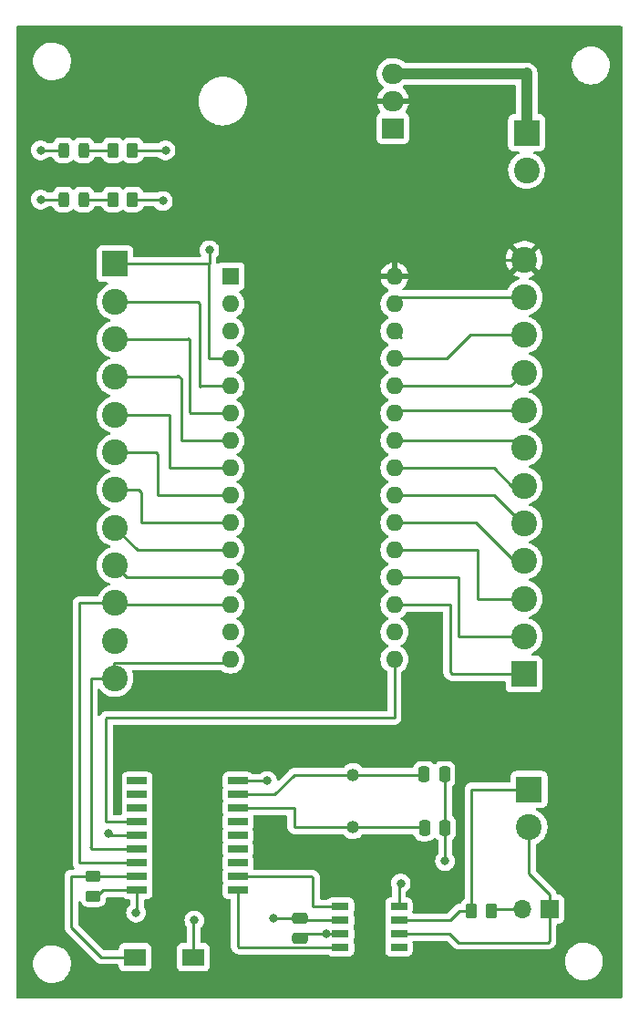
<source format=gbr>
%TF.GenerationSoftware,KiCad,Pcbnew,(6.0.10)*%
%TF.CreationDate,2023-02-10T12:49:52-06:00*%
%TF.ProjectId,lowerArm,6c6f7765-7241-4726-9d2e-6b696361645f,rev?*%
%TF.SameCoordinates,Original*%
%TF.FileFunction,Copper,L1,Top*%
%TF.FilePolarity,Positive*%
%FSLAX46Y46*%
G04 Gerber Fmt 4.6, Leading zero omitted, Abs format (unit mm)*
G04 Created by KiCad (PCBNEW (6.0.10)) date 2023-02-10 12:49:52*
%MOMM*%
%LPD*%
G01*
G04 APERTURE LIST*
G04 Aperture macros list*
%AMRoundRect*
0 Rectangle with rounded corners*
0 $1 Rounding radius*
0 $2 $3 $4 $5 $6 $7 $8 $9 X,Y pos of 4 corners*
0 Add a 4 corners polygon primitive as box body*
4,1,4,$2,$3,$4,$5,$6,$7,$8,$9,$2,$3,0*
0 Add four circle primitives for the rounded corners*
1,1,$1+$1,$2,$3*
1,1,$1+$1,$4,$5*
1,1,$1+$1,$6,$7*
1,1,$1+$1,$8,$9*
0 Add four rect primitives between the rounded corners*
20,1,$1+$1,$2,$3,$4,$5,0*
20,1,$1+$1,$4,$5,$6,$7,0*
20,1,$1+$1,$6,$7,$8,$9,0*
20,1,$1+$1,$8,$9,$2,$3,0*%
G04 Aperture macros list end*
%TA.AperFunction,ComponentPad*%
%ADD10R,1.700000X1.700000*%
%TD*%
%TA.AperFunction,ComponentPad*%
%ADD11O,1.700000X1.700000*%
%TD*%
%TA.AperFunction,SMDPad,CuDef*%
%ADD12RoundRect,0.243750X0.243750X0.456250X-0.243750X0.456250X-0.243750X-0.456250X0.243750X-0.456250X0*%
%TD*%
%TA.AperFunction,ComponentPad*%
%ADD13R,2.000000X1.905000*%
%TD*%
%TA.AperFunction,ComponentPad*%
%ADD14O,2.000000X1.905000*%
%TD*%
%TA.AperFunction,ComponentPad*%
%ADD15R,2.400000X2.400000*%
%TD*%
%TA.AperFunction,ComponentPad*%
%ADD16C,2.400000*%
%TD*%
%TA.AperFunction,SMDPad,CuDef*%
%ADD17RoundRect,0.250000X-0.262500X-0.450000X0.262500X-0.450000X0.262500X0.450000X-0.262500X0.450000X0*%
%TD*%
%TA.AperFunction,SMDPad,CuDef*%
%ADD18RoundRect,0.250000X-0.250000X-0.475000X0.250000X-0.475000X0.250000X0.475000X-0.250000X0.475000X0*%
%TD*%
%TA.AperFunction,SMDPad,CuDef*%
%ADD19R,2.000000X1.600000*%
%TD*%
%TA.AperFunction,ComponentPad*%
%ADD20R,1.600000X1.600000*%
%TD*%
%TA.AperFunction,ComponentPad*%
%ADD21O,1.600000X1.600000*%
%TD*%
%TA.AperFunction,SMDPad,CuDef*%
%ADD22RoundRect,0.250000X-0.475000X0.250000X-0.475000X-0.250000X0.475000X-0.250000X0.475000X0.250000X0*%
%TD*%
%TA.AperFunction,SMDPad,CuDef*%
%ADD23R,1.525000X0.650000*%
%TD*%
%TA.AperFunction,ComponentPad*%
%ADD24C,1.192000*%
%TD*%
%TA.AperFunction,SMDPad,CuDef*%
%ADD25RoundRect,0.250000X-0.450000X0.262500X-0.450000X-0.262500X0.450000X-0.262500X0.450000X0.262500X0*%
%TD*%
%TA.AperFunction,SMDPad,CuDef*%
%ADD26R,1.850000X0.650000*%
%TD*%
%TA.AperFunction,ViaPad*%
%ADD27C,0.800000*%
%TD*%
%TA.AperFunction,Conductor*%
%ADD28C,0.250000*%
%TD*%
%TA.AperFunction,Conductor*%
%ADD29C,1.000000*%
%TD*%
G04 APERTURE END LIST*
D10*
%TO.P,REF\u002A\u002A,1*%
%TO.N,Net-(J3-Pad2)*%
X168128000Y-126973000D03*
D11*
%TO.P,REF\u002A\u002A,2*%
%TO.N,N/C*%
X165588000Y-126973000D03*
%TD*%
D12*
%TO.P,CAN,1*%
%TO.N,N/C*%
X124850000Y-56515000D03*
%TO.P,CAN,2*%
%TO.N,GND*%
X122975000Y-56515000D03*
%TD*%
D13*
%TO.P,U1,1,GND*%
%TO.N,GND*%
X153576000Y-54483000D03*
D14*
%TO.P,U1,2,VO*%
%TO.N,Net-(A1-Pad30)*%
X153576000Y-51943000D03*
%TO.P,U1,3,VI*%
%TO.N,+BATT*%
X153576000Y-49403000D03*
%TD*%
D15*
%TO.P,J1,1,Pin_1*%
%TO.N,GND*%
X127762000Y-67056000D03*
D16*
%TO.P,J1,2,Pin_2*%
%TO.N,unconnected-(A1-Pad5)*%
X127762000Y-70556000D03*
%TO.P,J1,3,Pin_3*%
%TO.N,Net-(A1-Pad6)*%
X127762000Y-74056000D03*
%TO.P,J1,4,Pin_4*%
%TO.N,Net-(A1-Pad7)*%
X127762000Y-77556000D03*
%TO.P,J1,5,Pin_5*%
%TO.N,Net-(A1-Pad8)*%
X127762000Y-81056000D03*
%TO.P,J1,6,Pin_6*%
%TO.N,Net-(A1-Pad9)*%
X127762000Y-84556000D03*
%TO.P,J1,7,Pin_7*%
%TO.N,Net-(A1-Pad10)*%
X127762000Y-88056000D03*
%TO.P,J1,8,Pin_8*%
%TO.N,Net-(A1-Pad11)*%
X127762000Y-91556000D03*
%TO.P,J1,9,Pin_9*%
%TO.N,Net-(A1-Pad12)*%
X127762000Y-95056000D03*
%TO.P,J1,10,Pin_10*%
%TO.N,Net-(A1-Pad13)*%
X127762000Y-98556000D03*
%TO.P,J1,11,Pin_11*%
%TO.N,Net-(A1-Pad14)*%
X127762000Y-102056000D03*
%TO.P,J1,12,Pin_12*%
%TO.N,Net-(A1-Pad15)*%
X127762000Y-105556000D03*
%TD*%
D17*
%TO.P,R3,1*%
%TO.N,N/C*%
X127572000Y-61087000D03*
%TO.P,R3,2*%
%TO.N,Net-(A1-Pad25)*%
X129397000Y-61087000D03*
%TD*%
D18*
%TO.P,C3,1*%
%TO.N,Net-(C3-Pad1)*%
X156459448Y-114456458D03*
%TO.P,C3,2*%
%TO.N,GND*%
X158359448Y-114456458D03*
%TD*%
D19*
%TO.P,REF\u002A\u002A,1*%
%TO.N,Net-(R2-Pad1)*%
X129634000Y-131445000D03*
%TO.P,REF\u002A\u002A,2*%
%TO.N,GND*%
X135034000Y-131445000D03*
%TD*%
D20*
%TO.P,A1,1,D1/TX*%
%TO.N,unconnected-(A1-Pad1)*%
X138490800Y-68224400D03*
D21*
%TO.P,A1,2,D0/RX*%
%TO.N,unconnected-(A1-Pad2)*%
X138490800Y-70764400D03*
%TO.P,A1,3,~{RESET}*%
%TO.N,unconnected-(A1-Pad3)*%
X138490800Y-73304400D03*
%TO.P,A1,4,GND*%
%TO.N,GND*%
X138490800Y-75844400D03*
%TO.P,A1,5,D2*%
%TO.N,unconnected-(A1-Pad5)*%
X138490800Y-78384400D03*
%TO.P,A1,6,D3*%
%TO.N,Net-(A1-Pad6)*%
X138490800Y-80924400D03*
%TO.P,A1,7,D4*%
%TO.N,Net-(A1-Pad7)*%
X138490800Y-83464400D03*
%TO.P,A1,8,D5*%
%TO.N,Net-(A1-Pad8)*%
X138490800Y-86004400D03*
%TO.P,A1,9,D6*%
%TO.N,Net-(A1-Pad9)*%
X138490800Y-88544400D03*
%TO.P,A1,10,D7*%
%TO.N,Net-(A1-Pad10)*%
X138490800Y-91084400D03*
%TO.P,A1,11,D8*%
%TO.N,Net-(A1-Pad11)*%
X138490800Y-93624400D03*
%TO.P,A1,12,D9*%
%TO.N,Net-(A1-Pad12)*%
X138490800Y-96164400D03*
%TO.P,A1,13,D10*%
%TO.N,Net-(A1-Pad13)*%
X138490800Y-98704400D03*
%TO.P,A1,14,D11*%
%TO.N,Net-(A1-Pad14)*%
X138490800Y-101244400D03*
%TO.P,A1,15,D12*%
%TO.N,Net-(A1-Pad15)*%
X138490800Y-103784400D03*
%TO.P,A1,16,D13*%
%TO.N,Net-(A1-Pad16)*%
X153730800Y-103784400D03*
%TO.P,A1,17,3V3*%
%TO.N,Net-(A1-Pad17)*%
X153730800Y-101244400D03*
%TO.P,A1,18,AREF*%
%TO.N,unconnected-(A1-Pad18)*%
X153730800Y-98704400D03*
%TO.P,A1,19,A0*%
%TO.N,Net-(A1-Pad19)*%
X153730800Y-96164400D03*
%TO.P,A1,20,A1*%
%TO.N,Net-(A1-Pad20)*%
X153730800Y-93624400D03*
%TO.P,A1,21,A2*%
%TO.N,Net-(A1-Pad21)*%
X153730800Y-91084400D03*
%TO.P,A1,22,A3*%
%TO.N,Net-(A1-Pad22)*%
X153730800Y-88544400D03*
%TO.P,A1,23,A4*%
%TO.N,Net-(A1-Pad23)*%
X153730800Y-86004400D03*
%TO.P,A1,24,A5*%
%TO.N,Net-(A1-Pad24)*%
X153730800Y-83464400D03*
%TO.P,A1,25,A6*%
%TO.N,Net-(A1-Pad25)*%
X153730800Y-80924400D03*
%TO.P,A1,26,A7*%
%TO.N,Net-(A1-Pad26)*%
X153730800Y-78384400D03*
%TO.P,A1,27,+5V*%
%TO.N,Net-(A1-Pad27)*%
X153730800Y-75844400D03*
%TO.P,A1,28,~{RESET}*%
%TO.N,Net-(A1-Pad28)*%
X153730800Y-73304400D03*
%TO.P,A1,29,GND*%
%TO.N,Net-(A1-Pad29)*%
X153730800Y-70764400D03*
%TO.P,A1,30,VIN*%
%TO.N,Net-(A1-Pad30)*%
X153730800Y-68224400D03*
%TD*%
D18*
%TO.P,C2,1*%
%TO.N,Net-(C2-Pad1)*%
X156510248Y-119434858D03*
%TO.P,C2,2*%
%TO.N,GND*%
X158410248Y-119434858D03*
%TD*%
D15*
%TO.P,J2,1,Pin_1*%
%TO.N,unconnected-(A1-Pad18)*%
X165762000Y-105152800D03*
D16*
%TO.P,J2,2,Pin_2*%
%TO.N,Net-(A1-Pad19)*%
X165762000Y-101652800D03*
%TO.P,J2,3,Pin_3*%
%TO.N,Net-(A1-Pad20)*%
X165762000Y-98152800D03*
%TO.P,J2,4,Pin_4*%
%TO.N,Net-(A1-Pad21)*%
X165762000Y-94652800D03*
%TO.P,J2,5,Pin_5*%
%TO.N,Net-(A1-Pad22)*%
X165762000Y-91152800D03*
%TO.P,J2,6,Pin_6*%
%TO.N,Net-(A1-Pad23)*%
X165762000Y-87652800D03*
%TO.P,J2,7,Pin_7*%
%TO.N,Net-(A1-Pad24)*%
X165762000Y-84152800D03*
%TO.P,J2,8,Pin_8*%
%TO.N,Net-(A1-Pad25)*%
X165762000Y-80652800D03*
%TO.P,J2,9,Pin_9*%
%TO.N,Net-(A1-Pad26)*%
X165762000Y-77152800D03*
%TO.P,J2,10,Pin_10*%
%TO.N,Net-(A1-Pad27)*%
X165762000Y-73652800D03*
%TO.P,J2,11,Pin_11*%
%TO.N,Net-(A1-Pad29)*%
X165762000Y-70152800D03*
%TO.P,J2,12,Pin_12*%
%TO.N,Net-(A1-Pad30)*%
X165762000Y-66652800D03*
%TD*%
D22*
%TO.P,C1,1*%
%TO.N,GND*%
X144912648Y-127781258D03*
%TO.P,C1,2*%
%TO.N,Net-(A1-Pad17)*%
X144912648Y-129681258D03*
%TD*%
D23*
%TO.P,U4,1,TXD*%
%TO.N,Net-(U3-Pad2)*%
X148703048Y-126724658D03*
%TO.P,U4,2,GND*%
%TO.N,GND*%
X148703048Y-127994658D03*
%TO.P,U4,3,VDD*%
%TO.N,Net-(A1-Pad17)*%
X148703048Y-129264658D03*
%TO.P,U4,4,RXD*%
%TO.N,Net-(U3-Pad1)*%
X148703048Y-130534658D03*
%TO.P,U4,5,SHDN*%
%TO.N,unconnected-(U4-Pad5)*%
X154127048Y-130534658D03*
%TO.P,U4,6,CANL*%
%TO.N,Net-(J3-Pad2)*%
X154127048Y-129264658D03*
%TO.P,U4,7,CANH*%
%TO.N,Net-(J3-Pad1)*%
X154127048Y-127994658D03*
%TO.P,U4,8,RS*%
%TO.N,GND*%
X154127048Y-126724658D03*
%TD*%
D24*
%TO.P,U2,1*%
%TO.N,Net-(C2-Pad1)*%
X149860000Y-119380000D03*
%TO.P,U2,2*%
%TO.N,Net-(C3-Pad1)*%
X149860000Y-114500000D03*
%TD*%
D17*
%TO.P,R3,1*%
%TO.N,Net-(J3-Pad1)*%
X160885500Y-127127000D03*
%TO.P,R3,2*%
%TO.N,N/C*%
X162710500Y-127127000D03*
%TD*%
%TO.P,R3,1*%
%TO.N,N/C*%
X127572000Y-56515000D03*
%TO.P,R3,2*%
%TO.N,Net-(A1-Pad26)*%
X129397000Y-56515000D03*
%TD*%
D25*
%TO.P,R2,1*%
%TO.N,Net-(R2-Pad1)*%
X125730000Y-123928500D03*
%TO.P,R2,2*%
%TO.N,Net-(A1-Pad17)*%
X125730000Y-125753500D03*
%TD*%
D26*
%TO.P,U3,1,TXCAN*%
%TO.N,Net-(U3-Pad1)*%
X139168000Y-125222000D03*
%TO.P,U3,2,RXCAN*%
%TO.N,Net-(U3-Pad2)*%
X139168000Y-123952000D03*
%TO.P,U3,3,CLKOUT/SOF*%
%TO.N,unconnected-(U3-Pad3)*%
X139168000Y-122682000D03*
%TO.P,U3,4,~{TX0RTS}*%
%TO.N,unconnected-(U3-Pad4)*%
X139168000Y-121412000D03*
%TO.P,U3,5,~{TX1RTS}*%
%TO.N,unconnected-(U3-Pad5)*%
X139168000Y-120142000D03*
%TO.P,U3,6,~{TX2RTS}*%
%TO.N,unconnected-(U3-Pad6)*%
X139168000Y-118872000D03*
%TO.P,U3,7,OSC2*%
%TO.N,Net-(C2-Pad1)*%
X139168000Y-117602000D03*
%TO.P,U3,8,OSC1*%
%TO.N,Net-(C3-Pad1)*%
X139168000Y-116332000D03*
%TO.P,U3,9,VSS*%
%TO.N,GND*%
X139168000Y-115062000D03*
%TO.P,U3,10,~{RX1BF}*%
%TO.N,unconnected-(U3-Pad10)*%
X129818000Y-115062000D03*
%TO.P,U3,11,~{RX0BF}*%
%TO.N,unconnected-(U3-Pad11)*%
X129818000Y-116332000D03*
%TO.P,U3,12,~{INT}*%
%TO.N,unconnected-(U3-Pad12)*%
X129818000Y-117602000D03*
%TO.P,U3,13,SCK*%
%TO.N,Net-(A1-Pad16)*%
X129818000Y-118872000D03*
%TO.P,U3,14,SI*%
%TO.N,Net-(A1-Pad14)*%
X129818000Y-120142000D03*
%TO.P,U3,15,SO*%
%TO.N,Net-(A1-Pad15)*%
X129818000Y-121412000D03*
%TO.P,U3,16,~{CS}*%
%TO.N,Net-(A1-Pad13)*%
X129818000Y-122682000D03*
%TO.P,U3,17,~{RESET}*%
%TO.N,Net-(R2-Pad1)*%
X129818000Y-123952000D03*
%TO.P,U3,18,VDD*%
%TO.N,Net-(A1-Pad17)*%
X129818000Y-125222000D03*
%TD*%
D15*
%TO.P,J3,1,Pin_1*%
%TO.N,+BATT*%
X165989000Y-54885000D03*
D16*
%TO.P,J3,2,Pin_2*%
%TO.N,GND*%
X165989000Y-58385000D03*
%TD*%
D15*
%TO.P,J3,1,Pin_1*%
%TO.N,Net-(J3-Pad1)*%
X166216000Y-115852000D03*
D16*
%TO.P,J3,2,Pin_2*%
%TO.N,Net-(J3-Pad2)*%
X166216000Y-119352000D03*
%TD*%
D12*
%TO.P,REF\u002A\u002A,1*%
%TO.N,N/C*%
X124850000Y-61087000D03*
%TO.P,REF\u002A\u002A,2*%
%TO.N,GND*%
X122975000Y-61087000D03*
%TD*%
D27*
%TO.N,Net-(A1-Pad25)*%
X132207000Y-61214000D03*
%TO.N,Net-(A1-Pad26)*%
X132461000Y-56515000D03*
%TO.N,GND*%
X120864500Y-61087000D03*
X136525000Y-65786000D03*
X141882810Y-115062000D03*
X135128000Y-128016000D03*
X120864500Y-56515000D03*
X158410248Y-122518458D03*
X142459048Y-127781258D03*
X154305000Y-124587000D03*
%TO.N,Net-(A1-Pad14)*%
X127127000Y-119938800D03*
%TO.N,Net-(A1-Pad17)*%
X147376448Y-129264658D03*
X129717800Y-127304800D03*
%TD*%
D28*
%TO.N,Net-(A1-Pad25)*%
X132080000Y-61087000D02*
X132207000Y-61214000D01*
X129397000Y-61087000D02*
X132080000Y-61087000D01*
%TO.N,Net-(A1-Pad26)*%
X129397000Y-56515000D02*
X132461000Y-56515000D01*
%TO.N,Net-(J3-Pad2)*%
X167994142Y-130074858D02*
X168128000Y-129941000D01*
X159665858Y-130074858D02*
X167994142Y-130074858D01*
X158855658Y-129264658D02*
X159665858Y-130074858D01*
X168128000Y-129941000D02*
X168128000Y-126973000D01*
X154127048Y-129264658D02*
X158855658Y-129264658D01*
%TO.N,Net-(J3-Pad1)*%
X158904145Y-127994658D02*
X159771803Y-127127000D01*
X159771803Y-127127000D02*
X160885500Y-127127000D01*
X154127048Y-127994658D02*
X158904145Y-127994658D01*
%TO.N,Net-(J3-Pad2)*%
X168128000Y-125583000D02*
X168128000Y-126973000D01*
X166216000Y-123671000D02*
X168128000Y-125583000D01*
X166216000Y-119352000D02*
X166216000Y-123671000D01*
%TO.N,Net-(J3-Pad1)*%
X160885500Y-115852000D02*
X166216000Y-115852000D01*
X160885500Y-127127000D02*
X160885500Y-115852000D01*
%TO.N,*%
X162864500Y-126973000D02*
X165588000Y-126973000D01*
X162710500Y-127127000D02*
X162864500Y-126973000D01*
X124850000Y-56515000D02*
X127572000Y-56515000D01*
X124850000Y-61087000D02*
X127572000Y-61087000D01*
%TO.N,Net-(A1-Pad25)*%
X129524000Y-61214000D02*
X129397000Y-61087000D01*
%TO.N,GND*%
X148703048Y-127994658D02*
X145126048Y-127994658D01*
X136499600Y-67081400D02*
X136499600Y-75844400D01*
X158410248Y-119434858D02*
X158410248Y-122518458D01*
X136499600Y-75844400D02*
X138490800Y-75844400D01*
X154127048Y-124764952D02*
X154305000Y-124587000D01*
X136525000Y-67056000D02*
X136525000Y-65786000D01*
X136525000Y-67056000D02*
X136499600Y-67081400D01*
X122975000Y-61087000D02*
X120864500Y-61087000D01*
X122975000Y-56515000D02*
X120864500Y-56515000D01*
X139168000Y-115062000D02*
X141882810Y-115062000D01*
X154127048Y-126724658D02*
X154127048Y-124764952D01*
X135034000Y-128110000D02*
X135128000Y-128016000D01*
X127762000Y-67056000D02*
X136525000Y-67056000D01*
X135034000Y-131445000D02*
X135034000Y-128110000D01*
X158410248Y-114507258D02*
X158359448Y-114456458D01*
X144912648Y-127781258D02*
X142459048Y-127781258D01*
X145126048Y-127994658D02*
X144912648Y-127781258D01*
X158425448Y-122533658D02*
X158410248Y-122518458D01*
X158410248Y-119434858D02*
X158410248Y-114507258D01*
%TO.N,Net-(A1-Pad6)*%
X134670800Y-74117200D02*
X134670800Y-80822800D01*
X134772400Y-80924400D02*
X138490800Y-80924400D01*
X134670800Y-80822800D02*
X134772400Y-80924400D01*
X134528800Y-74056000D02*
X134569200Y-74015600D01*
X127762000Y-74056000D02*
X134528800Y-74056000D01*
X134569200Y-74015600D02*
X134670800Y-74117200D01*
%TO.N,Net-(A1-Pad7)*%
X127762000Y-77556000D02*
X133467200Y-77556000D01*
X133959600Y-83464400D02*
X138490800Y-83464400D01*
X133908800Y-83413600D02*
X133959600Y-83464400D01*
X133604000Y-77419200D02*
X133908800Y-77724000D01*
X133467200Y-77556000D02*
X133604000Y-77419200D01*
X133908800Y-77724000D02*
X133908800Y-83413600D01*
%TO.N,Net-(A1-Pad8)*%
X132842000Y-81076800D02*
X132842000Y-86004400D01*
X132862800Y-81056000D02*
X132842000Y-81076800D01*
X132842000Y-86004400D02*
X138490800Y-86004400D01*
X127762000Y-81056000D02*
X132862800Y-81056000D01*
%TO.N,Net-(A1-Pad9)*%
X131546000Y-84556000D02*
X131699000Y-84709000D01*
X131699000Y-88544400D02*
X138490800Y-88544400D01*
X131699000Y-84709000D02*
X131699000Y-88544400D01*
X127762000Y-84556000D02*
X131546000Y-84556000D01*
%TO.N,Net-(A1-Pad10)*%
X130200400Y-91084400D02*
X138490800Y-91084400D01*
X130175000Y-91059000D02*
X130200400Y-91084400D01*
X127762000Y-88056000D02*
X129966000Y-88056000D01*
X130175000Y-88265000D02*
X130175000Y-91059000D01*
X129966000Y-88056000D02*
X130175000Y-88265000D01*
%TO.N,Net-(A1-Pad11)*%
X127762000Y-91556000D02*
X129830400Y-93624400D01*
X129830400Y-93624400D02*
X138490800Y-93624400D01*
%TO.N,Net-(A1-Pad12)*%
X128845000Y-96139000D02*
X138465400Y-96139000D01*
X138465400Y-96139000D02*
X138490800Y-96164400D01*
X127762000Y-95056000D02*
X128845000Y-96139000D01*
%TO.N,Net-(A1-Pad13)*%
X127910400Y-98704400D02*
X127762000Y-98556000D01*
X129818000Y-122682000D02*
X129665600Y-122529600D01*
X129818000Y-122682000D02*
X124460000Y-122682000D01*
X138490800Y-98704400D02*
X127910400Y-98704400D01*
X127762000Y-98556000D02*
X124460000Y-98556000D01*
X124460000Y-122682000D02*
X124460000Y-98556000D01*
%TO.N,Net-(A1-Pad14)*%
X127228600Y-119938800D02*
X127127000Y-119938800D01*
X129818000Y-120142000D02*
X127431800Y-120142000D01*
X127431800Y-120142000D02*
X127228600Y-119938800D01*
%TO.N,Net-(A1-Pad15)*%
X125670410Y-121412000D02*
X129818000Y-121412000D01*
X125519600Y-105620400D02*
X125519600Y-121261190D01*
X125584000Y-105556000D02*
X125519600Y-105620400D01*
X125463152Y-121204742D02*
X125573205Y-121314795D01*
X127635000Y-104140000D02*
X138135200Y-104140000D01*
X127635000Y-105429000D02*
X127635000Y-104140000D01*
X125519600Y-121261190D02*
X125573205Y-121314795D01*
X138135200Y-104140000D02*
X138490800Y-103784400D01*
X125573205Y-121314795D02*
X125670410Y-121412000D01*
X127762000Y-105556000D02*
X125584000Y-105556000D01*
X127762000Y-105556000D02*
X127635000Y-105429000D01*
%TO.N,Net-(A1-Pad17)*%
X129818000Y-127204600D02*
X129717800Y-127304800D01*
X129818000Y-125222000D02*
X129818000Y-127204600D01*
X126667900Y-125222000D02*
X129818000Y-125222000D01*
X147376448Y-129264658D02*
X145329248Y-129264658D01*
X145329248Y-129264658D02*
X144912648Y-129681258D01*
X147376448Y-129264658D02*
X148703048Y-129264658D01*
X126009400Y-125880500D02*
X126667900Y-125222000D01*
%TO.N,unconnected-(A1-Pad18)*%
X158902400Y-98704400D02*
X153730800Y-98704400D01*
X165762000Y-105152800D02*
X159051600Y-105152800D01*
X159051600Y-105152800D02*
X158902400Y-105003600D01*
X158902400Y-105003600D02*
X158902400Y-98704400D01*
%TO.N,Net-(A1-Pad19)*%
X165762000Y-101652800D02*
X161342800Y-101652800D01*
X161342800Y-101652800D02*
X159639000Y-101652800D01*
X159639000Y-96164400D02*
X153730800Y-96164400D01*
X154188000Y-96621600D02*
X153730800Y-96164400D01*
X159639000Y-101652800D02*
X159639000Y-96164400D01*
%TO.N,Net-(A1-Pad20)*%
X161391600Y-93624400D02*
X153730800Y-93624400D01*
X165762000Y-98152800D02*
X161417000Y-98152800D01*
X161417000Y-93649800D02*
X161391600Y-93624400D01*
X161417000Y-98152800D02*
X161417000Y-93649800D01*
%TO.N,Net-(A1-Pad21)*%
X161239200Y-91084400D02*
X153730800Y-91084400D01*
X164807600Y-94652800D02*
X161239200Y-91084400D01*
X165762000Y-94652800D02*
X164807600Y-94652800D01*
%TO.N,Net-(A1-Pad22)*%
X162966400Y-88544400D02*
X153730800Y-88544400D01*
X165574800Y-91152800D02*
X162966400Y-88544400D01*
X165762000Y-91152800D02*
X165574800Y-91152800D01*
%TO.N,Net-(A1-Pad23)*%
X162966400Y-86004400D02*
X153730800Y-86004400D01*
X165762000Y-87652800D02*
X164614800Y-87652800D01*
X164614800Y-87652800D02*
X162966400Y-86004400D01*
%TO.N,Net-(A1-Pad24)*%
X165762000Y-84152800D02*
X165073600Y-83464400D01*
X165073600Y-83464400D02*
X153730800Y-83464400D01*
%TO.N,Net-(A1-Pad25)*%
X165762000Y-80652800D02*
X154002400Y-80652800D01*
X154002400Y-80652800D02*
X153730800Y-80924400D01*
%TO.N,Net-(A1-Pad26)*%
X164530400Y-78384400D02*
X153730800Y-78384400D01*
X165762000Y-77152800D02*
X164530400Y-78384400D01*
%TO.N,Net-(A1-Pad27)*%
X158597600Y-75844400D02*
X153730800Y-75844400D01*
X160789200Y-73652800D02*
X158597600Y-75844400D01*
X165762000Y-73652800D02*
X160789200Y-73652800D01*
%TO.N,Net-(A1-Pad28)*%
X154333200Y-73906800D02*
X153730800Y-73304400D01*
%TO.N,Net-(A1-Pad29)*%
X165762000Y-70152800D02*
X154342400Y-70152800D01*
X154342400Y-70152800D02*
X153730800Y-70764400D01*
%TO.N,Net-(A1-Pad30)*%
X165762000Y-66652800D02*
X156822800Y-66652800D01*
X156819600Y-66649600D02*
X156819600Y-66903600D01*
X156819600Y-68021200D02*
X156616400Y-68224400D01*
X156819600Y-51943000D02*
X156819600Y-66649600D01*
X156822800Y-66652800D02*
X156819600Y-66649600D01*
X156822800Y-66906800D02*
X156819600Y-66903600D01*
X153576000Y-51943000D02*
X156819600Y-51943000D01*
X156819600Y-66903600D02*
X156819600Y-68021200D01*
X156616400Y-68224400D02*
X153730800Y-68224400D01*
%TO.N,+BATT*%
X166039800Y-49326800D02*
X165989000Y-49377600D01*
D29*
X165963600Y-49403000D02*
X153576000Y-49403000D01*
X165989000Y-49377600D02*
X165989000Y-54885000D01*
D28*
X165989000Y-49377600D02*
X165963600Y-49403000D01*
%TO.N,unconnected-(A1-Pad5)*%
X135636000Y-70764400D02*
X135636000Y-78435200D01*
X135427600Y-70556000D02*
X135636000Y-70764400D01*
X127762000Y-70556000D02*
X135427600Y-70556000D01*
X135636000Y-78435200D02*
X135686800Y-78384400D01*
X135686800Y-78384400D02*
X138490800Y-78384400D01*
%TO.N,Net-(A1-Pad16)*%
X126943552Y-109276448D02*
X127000000Y-109220000D01*
X126943552Y-118872000D02*
X126943552Y-109276448D01*
X153730800Y-103784400D02*
X153730800Y-109220000D01*
X126943552Y-118872000D02*
X129818000Y-118872000D01*
X153730800Y-109220000D02*
X127000000Y-109220000D01*
%TO.N,Net-(C2-Pad1)*%
X139168000Y-117602000D02*
X144399000Y-117602000D01*
X144458348Y-119386958D02*
X156462348Y-119386958D01*
X156462348Y-119386958D02*
X156510248Y-119434858D01*
X144399000Y-119327610D02*
X144458348Y-119386958D01*
X144399000Y-117602000D02*
X144399000Y-119327610D01*
%TO.N,Net-(C3-Pad1)*%
X156408948Y-114506958D02*
X144399000Y-114506958D01*
X142573958Y-116332000D02*
X139168000Y-116332000D01*
X156459448Y-114456458D02*
X156408948Y-114506958D01*
X144399000Y-114506958D02*
X142573958Y-116332000D01*
%TO.N,Net-(R2-Pad1)*%
X126492000Y-131445000D02*
X123698000Y-128651000D01*
X123698000Y-128651000D02*
X123698000Y-123952000D01*
X123721500Y-123928500D02*
X125730000Y-123928500D01*
X126112900Y-123952000D02*
X129818000Y-123952000D01*
X129634000Y-131445000D02*
X126492000Y-131445000D01*
X126009400Y-124055500D02*
X126112900Y-123952000D01*
X123698000Y-123952000D02*
X123721500Y-123928500D01*
%TO.N,Net-(U3-Pad1)*%
X148703048Y-130534658D02*
X139340342Y-130534658D01*
X139168000Y-125222000D02*
X139168000Y-130453000D01*
X139249658Y-130534658D02*
X139340342Y-130534658D01*
X139168000Y-130453000D02*
X139249658Y-130534658D01*
X139340342Y-130534658D02*
X139299248Y-130534658D01*
%TO.N,Net-(U3-Pad2)*%
X146155658Y-124057658D02*
X146155658Y-126724658D01*
X146155658Y-126724658D02*
X148703048Y-126724658D01*
X140081000Y-123952000D02*
X146050000Y-123952000D01*
X146050000Y-123952000D02*
X146155658Y-124057658D01*
%TD*%
%TA.AperFunction,Conductor*%
%TO.N,Net-(A1-Pad30)*%
G36*
X174820621Y-44978502D02*
G01*
X174867114Y-45032158D01*
X174878500Y-45084500D01*
X174878500Y-135128500D01*
X174858498Y-135196621D01*
X174804842Y-135243114D01*
X174752500Y-135254500D01*
X118744500Y-135254500D01*
X118676379Y-135234498D01*
X118629886Y-135180842D01*
X118618500Y-135128500D01*
X118618500Y-132187655D01*
X120159858Y-132187655D01*
X120195104Y-132446638D01*
X120196412Y-132451124D01*
X120196412Y-132451126D01*
X120210334Y-132498891D01*
X120268243Y-132697567D01*
X120377668Y-132934928D01*
X120380231Y-132938837D01*
X120518410Y-133149596D01*
X120518414Y-133149601D01*
X120520976Y-133153509D01*
X120695018Y-133348506D01*
X120895970Y-133515637D01*
X120899973Y-133518066D01*
X121115422Y-133648804D01*
X121115426Y-133648806D01*
X121119419Y-133651229D01*
X121360455Y-133752303D01*
X121613783Y-133816641D01*
X121618434Y-133817109D01*
X121618438Y-133817110D01*
X121811308Y-133836531D01*
X121830867Y-133838500D01*
X121986354Y-133838500D01*
X121988679Y-133838327D01*
X121988685Y-133838327D01*
X122176000Y-133824407D01*
X122176004Y-133824406D01*
X122180652Y-133824061D01*
X122185200Y-133823032D01*
X122185206Y-133823031D01*
X122371601Y-133780853D01*
X122435577Y-133766377D01*
X122471769Y-133752303D01*
X122674824Y-133673340D01*
X122674827Y-133673339D01*
X122679177Y-133671647D01*
X122906098Y-133541951D01*
X123111357Y-133380138D01*
X123290443Y-133189763D01*
X123439424Y-132975009D01*
X123441492Y-132970816D01*
X123552960Y-132744781D01*
X123552961Y-132744778D01*
X123555025Y-132740593D01*
X123569423Y-132695615D01*
X123633280Y-132496123D01*
X123634707Y-132491665D01*
X123676721Y-132233693D01*
X123678745Y-132079059D01*
X123680081Y-131977022D01*
X123680081Y-131977019D01*
X123680142Y-131972345D01*
X123644896Y-131713362D01*
X123630473Y-131663877D01*
X123573068Y-131466932D01*
X123571757Y-131462433D01*
X123462332Y-131225072D01*
X123416840Y-131155685D01*
X123321590Y-131010404D01*
X123321586Y-131010399D01*
X123319024Y-131006491D01*
X123144982Y-130811494D01*
X122944030Y-130644363D01*
X122879048Y-130604931D01*
X122724578Y-130511196D01*
X122724574Y-130511194D01*
X122720581Y-130508771D01*
X122479545Y-130407697D01*
X122226217Y-130343359D01*
X122221566Y-130342891D01*
X122221562Y-130342890D01*
X122028692Y-130323469D01*
X122009133Y-130321500D01*
X121853646Y-130321500D01*
X121851321Y-130321673D01*
X121851315Y-130321673D01*
X121664000Y-130335593D01*
X121663996Y-130335594D01*
X121659348Y-130335939D01*
X121654800Y-130336968D01*
X121654794Y-130336969D01*
X121490114Y-130374233D01*
X121404423Y-130393623D01*
X121400071Y-130395315D01*
X121400069Y-130395316D01*
X121165176Y-130486660D01*
X121165173Y-130486661D01*
X121160823Y-130488353D01*
X121156769Y-130490670D01*
X121156767Y-130490671D01*
X121089244Y-130529264D01*
X120933902Y-130618049D01*
X120728643Y-130779862D01*
X120549557Y-130970237D01*
X120454643Y-131107054D01*
X120409497Y-131172132D01*
X120400576Y-131184991D01*
X120398510Y-131189181D01*
X120398508Y-131189184D01*
X120289675Y-131409877D01*
X120284975Y-131419407D01*
X120205293Y-131668335D01*
X120163279Y-131926307D01*
X120162385Y-131994614D01*
X120160323Y-132152158D01*
X120159858Y-132187655D01*
X118618500Y-132187655D01*
X118618500Y-123931943D01*
X123059780Y-123931943D01*
X123060526Y-123939835D01*
X123063941Y-123975961D01*
X123064500Y-123987819D01*
X123064500Y-128572233D01*
X123063973Y-128583416D01*
X123062298Y-128590909D01*
X123062547Y-128598835D01*
X123062547Y-128598836D01*
X123064438Y-128658986D01*
X123064500Y-128662945D01*
X123064500Y-128690856D01*
X123064997Y-128694790D01*
X123064997Y-128694791D01*
X123065005Y-128694856D01*
X123065938Y-128706693D01*
X123067327Y-128750889D01*
X123070326Y-128761211D01*
X123072978Y-128770339D01*
X123076987Y-128789700D01*
X123079526Y-128809797D01*
X123082445Y-128817168D01*
X123082445Y-128817170D01*
X123095804Y-128850912D01*
X123099649Y-128862142D01*
X123111982Y-128904593D01*
X123116015Y-128911412D01*
X123116017Y-128911417D01*
X123122293Y-128922028D01*
X123130988Y-128939776D01*
X123138448Y-128958617D01*
X123143110Y-128965033D01*
X123143110Y-128965034D01*
X123164436Y-128994387D01*
X123170952Y-129004307D01*
X123193458Y-129042362D01*
X123207779Y-129056683D01*
X123220619Y-129071716D01*
X123232528Y-129088107D01*
X123266605Y-129116298D01*
X123275384Y-129124288D01*
X125988343Y-131837247D01*
X125995887Y-131845537D01*
X126000000Y-131852018D01*
X126005777Y-131857443D01*
X126049667Y-131898658D01*
X126052509Y-131901413D01*
X126072231Y-131921135D01*
X126075373Y-131923572D01*
X126075433Y-131923619D01*
X126084445Y-131931317D01*
X126091870Y-131938289D01*
X126116679Y-131961586D01*
X126123622Y-131965403D01*
X126134431Y-131971345D01*
X126150953Y-131982198D01*
X126166959Y-131994614D01*
X126174237Y-131997764D01*
X126174238Y-131997764D01*
X126207537Y-132012174D01*
X126218187Y-132017391D01*
X126256940Y-132038695D01*
X126264615Y-132040666D01*
X126264616Y-132040666D01*
X126276562Y-132043733D01*
X126295267Y-132050137D01*
X126313855Y-132058181D01*
X126321678Y-132059420D01*
X126321688Y-132059423D01*
X126357524Y-132065099D01*
X126369144Y-132067505D01*
X126404289Y-132076528D01*
X126411970Y-132078500D01*
X126432224Y-132078500D01*
X126451934Y-132080051D01*
X126471943Y-132083220D01*
X126479835Y-132082474D01*
X126515961Y-132079059D01*
X126527819Y-132078500D01*
X127999500Y-132078500D01*
X128067621Y-132098502D01*
X128114114Y-132152158D01*
X128125500Y-132204500D01*
X128125500Y-132293134D01*
X128132255Y-132355316D01*
X128183385Y-132491705D01*
X128270739Y-132608261D01*
X128387295Y-132695615D01*
X128523684Y-132746745D01*
X128585866Y-132753500D01*
X130682134Y-132753500D01*
X130744316Y-132746745D01*
X130880705Y-132695615D01*
X130997261Y-132608261D01*
X131084615Y-132491705D01*
X131135745Y-132355316D01*
X131142500Y-132293134D01*
X133525500Y-132293134D01*
X133532255Y-132355316D01*
X133583385Y-132491705D01*
X133670739Y-132608261D01*
X133787295Y-132695615D01*
X133923684Y-132746745D01*
X133985866Y-132753500D01*
X136082134Y-132753500D01*
X136144316Y-132746745D01*
X136280705Y-132695615D01*
X136397261Y-132608261D01*
X136484615Y-132491705D01*
X136535745Y-132355316D01*
X136542500Y-132293134D01*
X136542500Y-131933655D01*
X169562858Y-131933655D01*
X169598104Y-132192638D01*
X169599412Y-132197124D01*
X169599412Y-132197126D01*
X169619098Y-132264664D01*
X169671243Y-132443567D01*
X169780668Y-132680928D01*
X169783231Y-132684837D01*
X169921410Y-132895596D01*
X169921414Y-132895601D01*
X169923976Y-132899509D01*
X170098018Y-133094506D01*
X170298970Y-133261637D01*
X170302973Y-133264066D01*
X170518422Y-133394804D01*
X170518426Y-133394806D01*
X170522419Y-133397229D01*
X170763455Y-133498303D01*
X171016783Y-133562641D01*
X171021434Y-133563109D01*
X171021438Y-133563110D01*
X171214308Y-133582531D01*
X171233867Y-133584500D01*
X171389354Y-133584500D01*
X171391679Y-133584327D01*
X171391685Y-133584327D01*
X171579000Y-133570407D01*
X171579004Y-133570406D01*
X171583652Y-133570061D01*
X171588200Y-133569032D01*
X171588206Y-133569031D01*
X171813435Y-133518066D01*
X171838577Y-133512377D01*
X171874769Y-133498303D01*
X172077824Y-133419340D01*
X172077827Y-133419339D01*
X172082177Y-133417647D01*
X172309098Y-133287951D01*
X172514357Y-133126138D01*
X172693443Y-132935763D01*
X172820140Y-132753131D01*
X172839759Y-132724851D01*
X172839761Y-132724848D01*
X172842424Y-132721009D01*
X172844492Y-132716816D01*
X172955960Y-132490781D01*
X172955961Y-132490778D01*
X172958025Y-132486593D01*
X172997679Y-132362715D01*
X173036280Y-132242123D01*
X173037707Y-132237665D01*
X173079721Y-131979693D01*
X173083142Y-131718345D01*
X173047896Y-131459362D01*
X173033473Y-131409877D01*
X173026902Y-131387336D01*
X172974757Y-131208433D01*
X172865332Y-130971072D01*
X172812249Y-130890107D01*
X172724590Y-130756404D01*
X172724586Y-130756399D01*
X172722024Y-130752491D01*
X172547982Y-130557494D01*
X172347030Y-130390363D01*
X172234068Y-130321816D01*
X172127578Y-130257196D01*
X172127574Y-130257194D01*
X172123581Y-130254771D01*
X171882545Y-130153697D01*
X171629217Y-130089359D01*
X171624566Y-130088891D01*
X171624562Y-130088890D01*
X171415271Y-130067816D01*
X171412133Y-130067500D01*
X171256646Y-130067500D01*
X171254321Y-130067673D01*
X171254315Y-130067673D01*
X171067000Y-130081593D01*
X171066996Y-130081594D01*
X171062348Y-130081939D01*
X171057800Y-130082968D01*
X171057794Y-130082969D01*
X170909620Y-130116498D01*
X170807423Y-130139623D01*
X170803071Y-130141315D01*
X170803069Y-130141316D01*
X170568176Y-130232660D01*
X170568173Y-130232661D01*
X170563823Y-130234353D01*
X170559769Y-130236670D01*
X170559767Y-130236671D01*
X170508380Y-130266041D01*
X170336902Y-130364049D01*
X170131643Y-130525862D01*
X169952557Y-130716237D01*
X169868409Y-130837535D01*
X169806408Y-130926909D01*
X169803576Y-130930991D01*
X169801510Y-130935181D01*
X169801508Y-130935184D01*
X169696639Y-131147839D01*
X169687975Y-131165407D01*
X169686553Y-131169850D01*
X169686552Y-131169852D01*
X169623192Y-131367789D01*
X169608293Y-131414335D01*
X169566279Y-131672307D01*
X169566218Y-131676980D01*
X169563015Y-131921692D01*
X169562858Y-131933655D01*
X136542500Y-131933655D01*
X136542500Y-130596866D01*
X136535745Y-130534684D01*
X136484615Y-130398295D01*
X136397261Y-130281739D01*
X136280705Y-130194385D01*
X136144316Y-130143255D01*
X136082134Y-130136500D01*
X135793500Y-130136500D01*
X135725379Y-130116498D01*
X135678886Y-130062842D01*
X135667500Y-130010500D01*
X135667500Y-128811198D01*
X135687502Y-128743077D01*
X135719438Y-128709263D01*
X135733907Y-128698751D01*
X135733912Y-128698746D01*
X135739253Y-128694866D01*
X135769784Y-128660958D01*
X135862621Y-128557852D01*
X135862622Y-128557851D01*
X135867040Y-128552944D01*
X135946822Y-128414758D01*
X135959223Y-128393279D01*
X135959224Y-128393278D01*
X135962527Y-128387556D01*
X136021542Y-128205928D01*
X136024338Y-128179332D01*
X136040814Y-128022565D01*
X136041504Y-128016000D01*
X136035746Y-127961214D01*
X136022232Y-127832635D01*
X136022232Y-127832633D01*
X136021542Y-127826072D01*
X135962527Y-127644444D01*
X135867040Y-127479056D01*
X135810253Y-127415987D01*
X135743675Y-127342045D01*
X135743674Y-127342044D01*
X135739253Y-127337134D01*
X135611498Y-127244314D01*
X135590094Y-127228763D01*
X135590093Y-127228762D01*
X135584752Y-127224882D01*
X135578724Y-127222198D01*
X135578722Y-127222197D01*
X135416319Y-127149891D01*
X135416318Y-127149891D01*
X135410288Y-127147206D01*
X135289046Y-127121435D01*
X135229944Y-127108872D01*
X135229939Y-127108872D01*
X135223487Y-127107500D01*
X135032513Y-127107500D01*
X135026061Y-127108872D01*
X135026056Y-127108872D01*
X134966954Y-127121435D01*
X134845712Y-127147206D01*
X134839682Y-127149891D01*
X134839681Y-127149891D01*
X134677278Y-127222197D01*
X134677276Y-127222198D01*
X134671248Y-127224882D01*
X134665907Y-127228762D01*
X134665906Y-127228763D01*
X134644502Y-127244314D01*
X134516747Y-127337134D01*
X134512326Y-127342044D01*
X134512325Y-127342045D01*
X134445748Y-127415987D01*
X134388960Y-127479056D01*
X134293473Y-127644444D01*
X134234458Y-127826072D01*
X134233768Y-127832633D01*
X134233768Y-127832635D01*
X134220254Y-127961214D01*
X134214496Y-128016000D01*
X134215186Y-128022565D01*
X134231663Y-128179332D01*
X134234458Y-128205928D01*
X134293473Y-128387556D01*
X134296776Y-128393278D01*
X134296777Y-128393279D01*
X134383619Y-128543693D01*
X134400500Y-128606693D01*
X134400500Y-130010500D01*
X134380498Y-130078621D01*
X134326842Y-130125114D01*
X134274500Y-130136500D01*
X133985866Y-130136500D01*
X133923684Y-130143255D01*
X133787295Y-130194385D01*
X133670739Y-130281739D01*
X133583385Y-130398295D01*
X133532255Y-130534684D01*
X133525500Y-130596866D01*
X133525500Y-132293134D01*
X131142500Y-132293134D01*
X131142500Y-130596866D01*
X131135745Y-130534684D01*
X131084615Y-130398295D01*
X130997261Y-130281739D01*
X130880705Y-130194385D01*
X130744316Y-130143255D01*
X130682134Y-130136500D01*
X128585866Y-130136500D01*
X128523684Y-130143255D01*
X128387295Y-130194385D01*
X128270739Y-130281739D01*
X128183385Y-130398295D01*
X128132255Y-130534684D01*
X128125500Y-130596866D01*
X128125500Y-130685500D01*
X128105498Y-130753621D01*
X128051842Y-130800114D01*
X127999500Y-130811500D01*
X126806594Y-130811500D01*
X126738473Y-130791498D01*
X126717499Y-130774595D01*
X124368405Y-128425500D01*
X124334379Y-128363188D01*
X124331500Y-128336405D01*
X124331500Y-126345574D01*
X124351502Y-126277453D01*
X124405158Y-126230960D01*
X124475432Y-126220856D01*
X124540012Y-126250350D01*
X124577024Y-126305698D01*
X124588450Y-126339946D01*
X124681522Y-126490348D01*
X124806697Y-126615305D01*
X124812927Y-126619145D01*
X124812928Y-126619146D01*
X124950090Y-126703694D01*
X124957262Y-126708115D01*
X124977655Y-126714879D01*
X125118611Y-126761632D01*
X125118613Y-126761632D01*
X125125139Y-126763797D01*
X125131975Y-126764497D01*
X125131978Y-126764498D01*
X125175031Y-126768909D01*
X125229600Y-126774500D01*
X126230400Y-126774500D01*
X126233646Y-126774163D01*
X126233650Y-126774163D01*
X126329308Y-126764238D01*
X126329312Y-126764237D01*
X126336166Y-126763526D01*
X126342702Y-126761345D01*
X126342704Y-126761345D01*
X126481978Y-126714879D01*
X126503946Y-126707550D01*
X126654348Y-126614478D01*
X126779305Y-126489303D01*
X126858264Y-126361208D01*
X126868275Y-126344968D01*
X126868276Y-126344966D01*
X126872115Y-126338738D01*
X126907863Y-126230960D01*
X126925632Y-126177389D01*
X126925632Y-126177387D01*
X126927797Y-126170861D01*
X126928771Y-126161361D01*
X126937282Y-126078283D01*
X126938500Y-126066400D01*
X126938500Y-125981500D01*
X126958502Y-125913379D01*
X127012158Y-125866886D01*
X127064500Y-125855500D01*
X128425671Y-125855500D01*
X128493792Y-125875502D01*
X128517332Y-125897407D01*
X128518008Y-125896731D01*
X128524358Y-125903081D01*
X128529739Y-125910261D01*
X128646295Y-125997615D01*
X128782684Y-126048745D01*
X128844866Y-126055500D01*
X129058500Y-126055500D01*
X129126621Y-126075502D01*
X129173114Y-126129158D01*
X129184500Y-126181500D01*
X129184500Y-126505098D01*
X129164498Y-126573219D01*
X129132561Y-126607033D01*
X129106547Y-126625934D01*
X129102126Y-126630844D01*
X129102125Y-126630845D01*
X128984623Y-126761345D01*
X128978760Y-126767856D01*
X128883273Y-126933244D01*
X128824258Y-127114872D01*
X128823568Y-127121433D01*
X128823568Y-127121435D01*
X128818740Y-127167373D01*
X128804296Y-127304800D01*
X128804986Y-127311365D01*
X128817598Y-127431357D01*
X128824258Y-127494728D01*
X128883273Y-127676356D01*
X128978760Y-127841744D01*
X128983178Y-127846651D01*
X128983179Y-127846652D01*
X129092509Y-127968075D01*
X129106547Y-127983666D01*
X129261048Y-128095918D01*
X129267076Y-128098602D01*
X129267078Y-128098603D01*
X129429481Y-128170909D01*
X129435512Y-128173594D01*
X129520421Y-128191642D01*
X129615856Y-128211928D01*
X129615861Y-128211928D01*
X129622313Y-128213300D01*
X129813287Y-128213300D01*
X129819739Y-128211928D01*
X129819744Y-128211928D01*
X129915179Y-128191642D01*
X130000088Y-128173594D01*
X130006119Y-128170909D01*
X130168522Y-128098603D01*
X130168524Y-128098602D01*
X130174552Y-128095918D01*
X130329053Y-127983666D01*
X130343091Y-127968075D01*
X130452421Y-127846652D01*
X130452422Y-127846651D01*
X130456840Y-127841744D01*
X130552327Y-127676356D01*
X130611342Y-127494728D01*
X130618003Y-127431357D01*
X130630614Y-127311365D01*
X130631304Y-127304800D01*
X130616860Y-127167373D01*
X130612032Y-127121435D01*
X130612032Y-127121433D01*
X130611342Y-127114872D01*
X130552327Y-126933244D01*
X130468381Y-126787845D01*
X130451500Y-126724846D01*
X130451500Y-126181500D01*
X130471502Y-126113379D01*
X130525158Y-126066886D01*
X130577500Y-126055500D01*
X130791134Y-126055500D01*
X130853316Y-126048745D01*
X130989705Y-125997615D01*
X131106261Y-125910261D01*
X131193615Y-125793705D01*
X131244745Y-125657316D01*
X131251500Y-125595134D01*
X137734500Y-125595134D01*
X137741255Y-125657316D01*
X137792385Y-125793705D01*
X137879739Y-125910261D01*
X137996295Y-125997615D01*
X138132684Y-126048745D01*
X138194866Y-126055500D01*
X138408500Y-126055500D01*
X138476621Y-126075502D01*
X138523114Y-126129158D01*
X138534500Y-126181500D01*
X138534500Y-130374233D01*
X138533973Y-130385416D01*
X138532298Y-130392909D01*
X138532547Y-130400835D01*
X138532547Y-130400836D01*
X138534438Y-130460986D01*
X138534500Y-130464945D01*
X138534500Y-130492856D01*
X138534997Y-130496790D01*
X138534997Y-130496791D01*
X138535005Y-130496856D01*
X138535938Y-130508693D01*
X138537327Y-130552889D01*
X138540868Y-130565076D01*
X138542978Y-130572339D01*
X138546987Y-130591700D01*
X138547211Y-130593469D01*
X138549526Y-130611797D01*
X138552445Y-130619168D01*
X138552445Y-130619170D01*
X138565804Y-130652912D01*
X138569649Y-130664142D01*
X138579771Y-130698983D01*
X138581982Y-130706593D01*
X138586015Y-130713412D01*
X138586017Y-130713417D01*
X138592293Y-130724028D01*
X138600988Y-130741776D01*
X138608448Y-130760617D01*
X138613110Y-130767033D01*
X138613110Y-130767034D01*
X138634436Y-130796387D01*
X138640952Y-130806307D01*
X138642253Y-130808506D01*
X138663458Y-130844362D01*
X138677782Y-130858686D01*
X138690617Y-130873713D01*
X138702528Y-130890107D01*
X138708637Y-130895161D01*
X138708638Y-130895162D01*
X138736596Y-130918291D01*
X138745375Y-130926280D01*
X138746004Y-130926909D01*
X138753546Y-130935197D01*
X138757658Y-130941676D01*
X138763434Y-130947100D01*
X138807311Y-130988303D01*
X138810153Y-130991058D01*
X138829888Y-131010793D01*
X138833085Y-131013273D01*
X138842105Y-131020976D01*
X138874337Y-131051244D01*
X138881283Y-131055063D01*
X138881286Y-131055065D01*
X138892092Y-131061006D01*
X138908611Y-131071857D01*
X138924617Y-131084272D01*
X138931886Y-131087417D01*
X138931890Y-131087420D01*
X138965195Y-131101832D01*
X138975845Y-131107049D01*
X139014598Y-131128353D01*
X139022273Y-131130324D01*
X139022274Y-131130324D01*
X139034220Y-131133391D01*
X139052925Y-131139795D01*
X139071513Y-131147839D01*
X139079336Y-131149078D01*
X139079346Y-131149081D01*
X139115182Y-131154757D01*
X139126802Y-131157163D01*
X139158913Y-131165407D01*
X139169628Y-131168158D01*
X139189882Y-131168158D01*
X139209592Y-131169709D01*
X139229601Y-131172878D01*
X139237493Y-131172132D01*
X139273619Y-131168717D01*
X139285477Y-131168158D01*
X147473219Y-131168158D01*
X147541340Y-131188160D01*
X147564880Y-131210065D01*
X147565556Y-131209389D01*
X147571906Y-131215739D01*
X147577287Y-131222919D01*
X147693843Y-131310273D01*
X147830232Y-131361403D01*
X147892414Y-131368158D01*
X149513682Y-131368158D01*
X149575864Y-131361403D01*
X149712253Y-131310273D01*
X149828809Y-131222919D01*
X149916163Y-131106363D01*
X149967293Y-130969974D01*
X149974048Y-130907792D01*
X152856048Y-130907792D01*
X152862803Y-130969974D01*
X152913933Y-131106363D01*
X153001287Y-131222919D01*
X153117843Y-131310273D01*
X153254232Y-131361403D01*
X153316414Y-131368158D01*
X154937682Y-131368158D01*
X154999864Y-131361403D01*
X155136253Y-131310273D01*
X155252809Y-131222919D01*
X155340163Y-131106363D01*
X155391293Y-130969974D01*
X155398048Y-130907792D01*
X155398048Y-130161524D01*
X155397496Y-130156438D01*
X155395557Y-130138592D01*
X155391293Y-130099342D01*
X155388521Y-130091946D01*
X155388519Y-130091940D01*
X155379689Y-130068387D01*
X155374506Y-129997580D01*
X155408427Y-129935211D01*
X155470683Y-129901082D01*
X155497671Y-129898158D01*
X158541063Y-129898158D01*
X158609184Y-129918160D01*
X158630159Y-129935063D01*
X158909897Y-130214802D01*
X159162211Y-130467116D01*
X159169745Y-130475395D01*
X159173858Y-130481876D01*
X159205081Y-130511196D01*
X159223509Y-130528501D01*
X159226351Y-130531256D01*
X159246088Y-130550993D01*
X159249285Y-130553473D01*
X159258305Y-130561176D01*
X159290537Y-130591444D01*
X159297483Y-130595263D01*
X159297486Y-130595265D01*
X159308292Y-130601206D01*
X159324811Y-130612057D01*
X159340817Y-130624472D01*
X159348086Y-130627617D01*
X159348090Y-130627620D01*
X159381395Y-130642032D01*
X159392045Y-130647249D01*
X159430798Y-130668553D01*
X159438473Y-130670524D01*
X159438474Y-130670524D01*
X159450420Y-130673591D01*
X159469125Y-130679995D01*
X159487713Y-130688039D01*
X159495536Y-130689278D01*
X159495546Y-130689281D01*
X159531382Y-130694957D01*
X159543002Y-130697363D01*
X159574817Y-130705531D01*
X159585828Y-130708358D01*
X159606082Y-130708358D01*
X159625792Y-130709909D01*
X159645801Y-130713078D01*
X159653693Y-130712332D01*
X159672438Y-130710560D01*
X159689820Y-130708917D01*
X159701677Y-130708358D01*
X167915375Y-130708358D01*
X167926558Y-130708885D01*
X167934051Y-130710560D01*
X167941977Y-130710311D01*
X167941978Y-130710311D01*
X168002128Y-130708420D01*
X168006087Y-130708358D01*
X168033998Y-130708358D01*
X168037933Y-130707861D01*
X168037998Y-130707853D01*
X168049835Y-130706920D01*
X168082093Y-130705906D01*
X168086112Y-130705780D01*
X168094031Y-130705531D01*
X168113485Y-130699879D01*
X168132842Y-130695871D01*
X168145072Y-130694326D01*
X168145073Y-130694326D01*
X168152939Y-130693332D01*
X168160310Y-130690413D01*
X168160312Y-130690413D01*
X168194054Y-130677054D01*
X168205284Y-130673209D01*
X168240125Y-130663087D01*
X168240126Y-130663087D01*
X168247735Y-130660876D01*
X168254554Y-130656843D01*
X168254559Y-130656841D01*
X168265170Y-130650565D01*
X168282918Y-130641870D01*
X168301759Y-130634410D01*
X168322736Y-130619170D01*
X168337529Y-130608422D01*
X168347449Y-130601906D01*
X168378677Y-130583438D01*
X168378680Y-130583436D01*
X168385504Y-130579400D01*
X168399828Y-130565076D01*
X168414855Y-130552241D01*
X168431249Y-130540330D01*
X168439926Y-130529842D01*
X168459434Y-130506260D01*
X168467424Y-130497480D01*
X168520251Y-130444653D01*
X168528537Y-130437113D01*
X168535018Y-130433000D01*
X168581645Y-130383347D01*
X168584399Y-130380506D01*
X168604135Y-130360770D01*
X168606615Y-130357573D01*
X168614320Y-130348551D01*
X168625196Y-130336969D01*
X168644586Y-130316321D01*
X168648405Y-130309375D01*
X168648407Y-130309372D01*
X168654348Y-130298566D01*
X168665199Y-130282047D01*
X168665559Y-130281583D01*
X168677614Y-130266041D01*
X168680759Y-130258772D01*
X168680762Y-130258768D01*
X168695174Y-130225463D01*
X168700391Y-130214813D01*
X168721695Y-130176060D01*
X168726733Y-130156437D01*
X168733137Y-130137734D01*
X168738033Y-130126420D01*
X168738033Y-130126419D01*
X168741181Y-130119145D01*
X168742420Y-130111322D01*
X168742423Y-130111312D01*
X168748099Y-130075476D01*
X168750505Y-130063856D01*
X168759528Y-130028711D01*
X168759528Y-130028710D01*
X168761500Y-130021030D01*
X168761500Y-130000776D01*
X168763051Y-129981065D01*
X168764980Y-129968886D01*
X168766220Y-129961057D01*
X168762059Y-129917038D01*
X168761500Y-129905181D01*
X168761500Y-128457500D01*
X168781502Y-128389379D01*
X168835158Y-128342886D01*
X168887500Y-128331500D01*
X169026134Y-128331500D01*
X169088316Y-128324745D01*
X169224705Y-128273615D01*
X169341261Y-128186261D01*
X169428615Y-128069705D01*
X169479745Y-127933316D01*
X169486500Y-127871134D01*
X169486500Y-126074866D01*
X169479745Y-126012684D01*
X169428615Y-125876295D01*
X169341261Y-125759739D01*
X169224705Y-125672385D01*
X169088316Y-125621255D01*
X169026134Y-125614500D01*
X168884905Y-125614500D01*
X168816784Y-125594498D01*
X168770291Y-125540842D01*
X168760455Y-125498819D01*
X168760162Y-125498865D01*
X168759526Y-125494848D01*
X168758967Y-125492461D01*
X168758922Y-125491038D01*
X168758673Y-125483110D01*
X168753022Y-125463658D01*
X168749014Y-125444306D01*
X168747467Y-125432063D01*
X168746474Y-125424203D01*
X168743556Y-125416832D01*
X168730200Y-125383097D01*
X168726355Y-125371870D01*
X168725721Y-125369687D01*
X168714018Y-125329407D01*
X168709984Y-125322585D01*
X168709981Y-125322579D01*
X168703706Y-125311968D01*
X168695010Y-125294218D01*
X168690472Y-125282756D01*
X168690469Y-125282751D01*
X168687552Y-125275383D01*
X168661573Y-125239625D01*
X168655057Y-125229707D01*
X168636575Y-125198457D01*
X168632542Y-125191637D01*
X168618218Y-125177313D01*
X168605376Y-125162278D01*
X168593472Y-125145893D01*
X168559406Y-125117711D01*
X168550627Y-125109722D01*
X166886405Y-123445500D01*
X166852379Y-123383188D01*
X166849500Y-123356405D01*
X166849500Y-121022425D01*
X166869502Y-120954304D01*
X166925763Y-120906657D01*
X167007110Y-120871708D01*
X167011090Y-120869245D01*
X167011094Y-120869243D01*
X167219064Y-120740547D01*
X167219066Y-120740545D01*
X167223047Y-120738082D01*
X167232691Y-120729918D01*
X167413289Y-120577031D01*
X167413291Y-120577029D01*
X167416862Y-120574006D01*
X167584295Y-120383084D01*
X167587580Y-120377978D01*
X167719141Y-120173442D01*
X167721669Y-120169512D01*
X167825967Y-119937980D01*
X167829866Y-119924157D01*
X167846390Y-119865566D01*
X167894896Y-119693575D01*
X167910934Y-119567509D01*
X167926545Y-119444798D01*
X167926545Y-119444792D01*
X167926943Y-119441667D01*
X167927522Y-119419580D01*
X167929208Y-119355160D01*
X167929291Y-119352000D01*
X167923013Y-119267519D01*
X167910818Y-119103411D01*
X167910817Y-119103407D01*
X167910472Y-119098759D01*
X167872658Y-118931644D01*
X167855459Y-118855639D01*
X167854428Y-118851082D01*
X167839580Y-118812900D01*
X167764084Y-118618762D01*
X167764083Y-118618760D01*
X167762391Y-118614409D01*
X167741866Y-118578498D01*
X167638702Y-118397997D01*
X167638700Y-118397995D01*
X167636383Y-118393940D01*
X167479171Y-118194517D01*
X167312061Y-118037316D01*
X167297610Y-118023722D01*
X167297608Y-118023720D01*
X167294209Y-118020523D01*
X167223855Y-117971717D01*
X167089393Y-117878437D01*
X167089390Y-117878435D01*
X167085561Y-117875779D01*
X167040429Y-117853522D01*
X166930896Y-117799506D01*
X166878647Y-117751437D01*
X166860681Y-117682752D01*
X166882700Y-117615256D01*
X166937716Y-117570380D01*
X166986625Y-117560500D01*
X167464134Y-117560500D01*
X167526316Y-117553745D01*
X167662705Y-117502615D01*
X167779261Y-117415261D01*
X167866615Y-117298705D01*
X167917745Y-117162316D01*
X167924500Y-117100134D01*
X167924500Y-114603866D01*
X167917745Y-114541684D01*
X167866615Y-114405295D01*
X167779261Y-114288739D01*
X167662705Y-114201385D01*
X167526316Y-114150255D01*
X167464134Y-114143500D01*
X164967866Y-114143500D01*
X164905684Y-114150255D01*
X164769295Y-114201385D01*
X164652739Y-114288739D01*
X164565385Y-114405295D01*
X164514255Y-114541684D01*
X164507500Y-114603866D01*
X164507500Y-115092500D01*
X164487498Y-115160621D01*
X164433842Y-115207114D01*
X164381500Y-115218500D01*
X160957293Y-115218500D01*
X160933684Y-115216268D01*
X160933381Y-115216210D01*
X160933377Y-115216210D01*
X160925594Y-115214725D01*
X160869549Y-115218251D01*
X160861638Y-115218500D01*
X160845644Y-115218500D01*
X160829770Y-115220506D01*
X160821910Y-115221248D01*
X160794451Y-115222976D01*
X160773763Y-115224277D01*
X160773762Y-115224277D01*
X160765850Y-115224775D01*
X160758309Y-115227225D01*
X160758013Y-115227321D01*
X160734869Y-115232494D01*
X160734565Y-115232532D01*
X160734560Y-115232533D01*
X160726703Y-115233526D01*
X160719338Y-115236442D01*
X160719334Y-115236443D01*
X160674489Y-115254199D01*
X160667070Y-115256871D01*
X160613625Y-115274236D01*
X160606929Y-115278486D01*
X160606928Y-115278486D01*
X160606669Y-115278650D01*
X160585542Y-115289415D01*
X160585254Y-115289529D01*
X160585249Y-115289532D01*
X160577883Y-115292448D01*
X160571475Y-115297104D01*
X160571469Y-115297107D01*
X160532448Y-115325458D01*
X160525911Y-115329901D01*
X160478482Y-115360000D01*
X160473056Y-115365778D01*
X160473055Y-115365779D01*
X160472841Y-115366007D01*
X160455054Y-115381688D01*
X160454809Y-115381866D01*
X160454807Y-115381868D01*
X160448393Y-115386528D01*
X160443339Y-115392637D01*
X160443338Y-115392638D01*
X160412597Y-115429796D01*
X160407366Y-115435730D01*
X160374342Y-115470898D01*
X160374340Y-115470901D01*
X160368914Y-115476679D01*
X160364945Y-115483899D01*
X160351619Y-115503506D01*
X160351420Y-115503746D01*
X160351416Y-115503753D01*
X160346367Y-115509856D01*
X160336918Y-115529936D01*
X160322453Y-115560676D01*
X160318871Y-115567708D01*
X160291805Y-115616940D01*
X160289835Y-115624615D01*
X160289832Y-115624621D01*
X160289756Y-115624919D01*
X160281724Y-115647228D01*
X160281594Y-115647503D01*
X160281591Y-115647511D01*
X160278217Y-115654682D01*
X160271551Y-115689630D01*
X160267695Y-115709843D01*
X160265971Y-115717558D01*
X160252000Y-115771970D01*
X160252000Y-115780207D01*
X160249768Y-115803816D01*
X160248225Y-115811906D01*
X160248723Y-115819817D01*
X160251751Y-115867951D01*
X160252000Y-115875862D01*
X160252000Y-125944366D01*
X160231998Y-126012487D01*
X160192304Y-126051509D01*
X160148652Y-126078522D01*
X160023695Y-126203697D01*
X160019855Y-126209927D01*
X160019854Y-126209928D01*
X159939710Y-126339946D01*
X159930885Y-126354262D01*
X159915947Y-126399300D01*
X159913694Y-126406091D01*
X159873263Y-126464451D01*
X159807698Y-126491687D01*
X159798061Y-126492361D01*
X159769464Y-126493260D01*
X159763802Y-126493438D01*
X159759847Y-126493500D01*
X159731947Y-126493500D01*
X159727957Y-126494004D01*
X159716123Y-126494936D01*
X159671914Y-126496326D01*
X159664300Y-126498538D01*
X159664295Y-126498539D01*
X159652462Y-126501977D01*
X159633099Y-126505988D01*
X159613006Y-126508526D01*
X159605639Y-126511443D01*
X159605634Y-126511444D01*
X159571895Y-126524802D01*
X159560668Y-126528646D01*
X159518210Y-126540982D01*
X159511384Y-126545019D01*
X159500775Y-126551293D01*
X159483027Y-126559988D01*
X159464186Y-126567448D01*
X159457770Y-126572110D01*
X159457769Y-126572110D01*
X159428416Y-126593436D01*
X159418496Y-126599952D01*
X159387268Y-126618420D01*
X159387265Y-126618422D01*
X159380441Y-126622458D01*
X159366120Y-126636779D01*
X159351087Y-126649619D01*
X159334696Y-126661528D01*
X159329645Y-126667633D01*
X159329640Y-126667638D01*
X159306504Y-126695604D01*
X159298516Y-126704382D01*
X158678645Y-127324253D01*
X158616333Y-127358279D01*
X158589550Y-127361158D01*
X155497671Y-127361158D01*
X155429550Y-127341156D01*
X155383057Y-127287500D01*
X155372953Y-127217226D01*
X155379689Y-127190929D01*
X155388519Y-127167376D01*
X155388521Y-127167370D01*
X155391293Y-127159974D01*
X155398048Y-127097792D01*
X155398048Y-126351524D01*
X155391293Y-126289342D01*
X155340163Y-126152953D01*
X155252809Y-126036397D01*
X155136253Y-125949043D01*
X154999864Y-125897913D01*
X154937682Y-125891158D01*
X154886548Y-125891158D01*
X154818427Y-125871156D01*
X154771934Y-125817500D01*
X154760548Y-125765158D01*
X154760548Y-125443193D01*
X154780550Y-125375072D01*
X154812487Y-125341257D01*
X154854228Y-125310930D01*
X154916253Y-125265866D01*
X154922292Y-125259159D01*
X155039621Y-125128852D01*
X155039622Y-125128851D01*
X155044040Y-125123944D01*
X155139527Y-124958556D01*
X155198542Y-124776928D01*
X155218504Y-124587000D01*
X155198542Y-124397072D01*
X155139527Y-124215444D01*
X155044040Y-124050056D01*
X155018570Y-124021768D01*
X154920675Y-123913045D01*
X154920674Y-123913044D01*
X154916253Y-123908134D01*
X154761752Y-123795882D01*
X154755724Y-123793198D01*
X154755722Y-123793197D01*
X154593319Y-123720891D01*
X154593318Y-123720891D01*
X154587288Y-123718206D01*
X154493888Y-123698353D01*
X154406944Y-123679872D01*
X154406939Y-123679872D01*
X154400487Y-123678500D01*
X154209513Y-123678500D01*
X154203061Y-123679872D01*
X154203056Y-123679872D01*
X154116112Y-123698353D01*
X154022712Y-123718206D01*
X154016682Y-123720891D01*
X154016681Y-123720891D01*
X153854278Y-123793197D01*
X153854276Y-123793198D01*
X153848248Y-123795882D01*
X153693747Y-123908134D01*
X153689326Y-123913044D01*
X153689325Y-123913045D01*
X153591431Y-124021768D01*
X153565960Y-124050056D01*
X153470473Y-124215444D01*
X153411458Y-124397072D01*
X153391496Y-124587000D01*
X153411458Y-124776928D01*
X153470473Y-124958556D01*
X153473777Y-124964278D01*
X153473778Y-124964281D01*
X153476666Y-124969283D01*
X153493548Y-125032284D01*
X153493548Y-125765158D01*
X153473546Y-125833279D01*
X153419890Y-125879772D01*
X153367548Y-125891158D01*
X153316414Y-125891158D01*
X153254232Y-125897913D01*
X153117843Y-125949043D01*
X153001287Y-126036397D01*
X152913933Y-126152953D01*
X152862803Y-126289342D01*
X152856048Y-126351524D01*
X152856048Y-127097792D01*
X152862803Y-127159974D01*
X152865577Y-127167373D01*
X152894421Y-127244314D01*
X152913933Y-127296363D01*
X152917275Y-127300822D01*
X152932078Y-127368506D01*
X152917481Y-127418219D01*
X152913933Y-127422953D01*
X152862803Y-127559342D01*
X152856048Y-127621524D01*
X152856048Y-128367792D01*
X152862803Y-128429974D01*
X152865577Y-128437373D01*
X152906759Y-128547226D01*
X152913933Y-128566363D01*
X152917275Y-128570822D01*
X152932078Y-128638506D01*
X152917481Y-128688219D01*
X152913933Y-128692953D01*
X152910784Y-128701354D01*
X152910782Y-128701357D01*
X152888344Y-128761211D01*
X152862803Y-128829342D01*
X152856048Y-128891524D01*
X152856048Y-129637792D01*
X152862803Y-129699974D01*
X152913933Y-129836363D01*
X152917275Y-129840822D01*
X152932078Y-129908506D01*
X152917481Y-129958219D01*
X152913933Y-129962953D01*
X152910784Y-129971354D01*
X152910782Y-129971357D01*
X152896108Y-130010500D01*
X152862803Y-130099342D01*
X152858539Y-130138592D01*
X152856601Y-130156438D01*
X152856048Y-130161524D01*
X152856048Y-130907792D01*
X149974048Y-130907792D01*
X149974048Y-130161524D01*
X149973496Y-130156438D01*
X149971557Y-130138592D01*
X149967293Y-130099342D01*
X149933988Y-130010500D01*
X149919314Y-129971357D01*
X149919312Y-129971354D01*
X149916163Y-129962953D01*
X149912821Y-129958494D01*
X149898018Y-129890810D01*
X149912615Y-129841097D01*
X149916163Y-129836363D01*
X149967293Y-129699974D01*
X149974048Y-129637792D01*
X149974048Y-128891524D01*
X149967293Y-128829342D01*
X149941752Y-128761211D01*
X149919314Y-128701357D01*
X149919312Y-128701354D01*
X149916163Y-128692953D01*
X149912821Y-128688494D01*
X149898018Y-128620810D01*
X149912615Y-128571097D01*
X149916163Y-128566363D01*
X149923338Y-128547226D01*
X149964519Y-128437373D01*
X149967293Y-128429974D01*
X149974048Y-128367792D01*
X149974048Y-127621524D01*
X149967293Y-127559342D01*
X149916163Y-127422953D01*
X149912821Y-127418494D01*
X149898018Y-127350810D01*
X149912615Y-127301097D01*
X149916163Y-127296363D01*
X149935676Y-127244314D01*
X149964519Y-127167373D01*
X149967293Y-127159974D01*
X149974048Y-127097792D01*
X149974048Y-126351524D01*
X149967293Y-126289342D01*
X149916163Y-126152953D01*
X149828809Y-126036397D01*
X149712253Y-125949043D01*
X149575864Y-125897913D01*
X149513682Y-125891158D01*
X147892414Y-125891158D01*
X147830232Y-125897913D01*
X147693843Y-125949043D01*
X147577287Y-126036397D01*
X147571906Y-126043577D01*
X147565556Y-126049927D01*
X147563921Y-126048292D01*
X147517189Y-126083237D01*
X147473219Y-126091158D01*
X146915158Y-126091158D01*
X146847037Y-126071156D01*
X146800544Y-126017500D01*
X146789158Y-125965158D01*
X146789158Y-124136425D01*
X146789685Y-124125242D01*
X146791360Y-124117749D01*
X146790856Y-124101694D01*
X146789220Y-124049659D01*
X146789158Y-124045701D01*
X146789158Y-124017802D01*
X146788654Y-124013811D01*
X146787721Y-124001969D01*
X146787277Y-123987819D01*
X146786332Y-123957769D01*
X146784120Y-123950155D01*
X146784119Y-123950150D01*
X146780681Y-123938317D01*
X146776670Y-123918953D01*
X146775784Y-123911935D01*
X146774132Y-123898861D01*
X146771215Y-123891494D01*
X146771214Y-123891489D01*
X146757856Y-123857750D01*
X146754012Y-123846523D01*
X146749152Y-123829797D01*
X146741676Y-123804065D01*
X146731365Y-123786630D01*
X146722670Y-123768882D01*
X146715210Y-123750041D01*
X146689222Y-123714271D01*
X146682706Y-123704351D01*
X146664238Y-123673123D01*
X146664236Y-123673120D01*
X146660200Y-123666296D01*
X146645876Y-123651972D01*
X146633041Y-123636945D01*
X146621130Y-123620551D01*
X146587065Y-123592371D01*
X146578287Y-123584382D01*
X146553650Y-123559745D01*
X146546113Y-123551463D01*
X146542000Y-123544982D01*
X146492346Y-123498354D01*
X146489505Y-123495600D01*
X146469770Y-123475865D01*
X146466573Y-123473385D01*
X146457551Y-123465680D01*
X146449767Y-123458370D01*
X146425321Y-123435414D01*
X146418375Y-123431595D01*
X146418372Y-123431593D01*
X146407566Y-123425652D01*
X146391047Y-123414801D01*
X146390583Y-123414441D01*
X146375041Y-123402386D01*
X146367772Y-123399241D01*
X146367768Y-123399238D01*
X146334463Y-123384826D01*
X146323813Y-123379609D01*
X146285060Y-123358305D01*
X146265437Y-123353267D01*
X146246734Y-123346863D01*
X146235420Y-123341967D01*
X146235419Y-123341967D01*
X146228145Y-123338819D01*
X146220322Y-123337580D01*
X146220312Y-123337577D01*
X146184476Y-123331901D01*
X146172856Y-123329495D01*
X146137711Y-123320472D01*
X146137710Y-123320472D01*
X146130030Y-123318500D01*
X146109776Y-123318500D01*
X146090065Y-123316949D01*
X146077886Y-123315020D01*
X146070057Y-123313780D01*
X146062165Y-123314526D01*
X146026039Y-123317941D01*
X146014181Y-123318500D01*
X140701123Y-123318500D01*
X140633002Y-123298498D01*
X140586509Y-123244842D01*
X140576405Y-123174568D01*
X140583141Y-123148271D01*
X140591971Y-123124718D01*
X140591973Y-123124712D01*
X140594745Y-123117316D01*
X140601500Y-123055134D01*
X140601500Y-122308866D01*
X140594745Y-122246684D01*
X140559695Y-122153187D01*
X140546766Y-122118699D01*
X140546764Y-122118696D01*
X140543615Y-122110295D01*
X140540273Y-122105836D01*
X140525470Y-122038152D01*
X140540067Y-121988439D01*
X140543615Y-121983705D01*
X140594745Y-121847316D01*
X140601500Y-121785134D01*
X140601500Y-121038866D01*
X140594745Y-120976684D01*
X140556084Y-120873556D01*
X140546766Y-120848699D01*
X140546764Y-120848696D01*
X140543615Y-120840295D01*
X140540273Y-120835836D01*
X140525470Y-120768152D01*
X140540067Y-120718439D01*
X140543615Y-120713705D01*
X140564365Y-120658356D01*
X140591971Y-120584715D01*
X140594745Y-120577316D01*
X140601500Y-120515134D01*
X140601500Y-119768866D01*
X140594745Y-119706684D01*
X140557440Y-119607173D01*
X140546766Y-119578699D01*
X140546764Y-119578696D01*
X140543615Y-119570295D01*
X140540273Y-119565836D01*
X140525470Y-119498152D01*
X140540067Y-119448439D01*
X140543615Y-119443705D01*
X140546839Y-119435107D01*
X140591971Y-119314715D01*
X140594745Y-119307316D01*
X140601500Y-119245134D01*
X140601500Y-118498866D01*
X140594745Y-118436684D01*
X140591973Y-118429288D01*
X140591971Y-118429282D01*
X140583141Y-118405729D01*
X140577958Y-118334922D01*
X140611879Y-118272553D01*
X140674135Y-118238424D01*
X140701123Y-118235500D01*
X143639500Y-118235500D01*
X143707621Y-118255502D01*
X143754114Y-118309158D01*
X143765500Y-118361500D01*
X143765500Y-119248843D01*
X143764973Y-119260026D01*
X143763298Y-119267519D01*
X143763547Y-119275445D01*
X143763547Y-119275446D01*
X143765438Y-119335596D01*
X143765500Y-119339555D01*
X143765500Y-119367466D01*
X143765997Y-119371400D01*
X143765997Y-119371401D01*
X143766005Y-119371466D01*
X143766938Y-119383303D01*
X143768327Y-119427499D01*
X143773353Y-119444798D01*
X143773978Y-119446949D01*
X143777987Y-119466310D01*
X143780526Y-119486407D01*
X143783445Y-119493778D01*
X143783445Y-119493780D01*
X143796804Y-119527522D01*
X143800649Y-119538752D01*
X143809813Y-119570295D01*
X143812982Y-119581203D01*
X143817015Y-119588022D01*
X143817017Y-119588027D01*
X143823293Y-119598638D01*
X143831988Y-119616386D01*
X143839448Y-119635227D01*
X143844110Y-119641643D01*
X143844110Y-119641644D01*
X143865436Y-119670997D01*
X143871952Y-119680917D01*
X143887191Y-119706684D01*
X143894458Y-119718972D01*
X143908782Y-119733296D01*
X143921617Y-119748323D01*
X143933528Y-119764717D01*
X143955734Y-119783087D01*
X143965873Y-119793227D01*
X143966348Y-119793976D01*
X143970828Y-119798183D01*
X143970831Y-119798186D01*
X144016001Y-119840603D01*
X144018843Y-119843358D01*
X144038578Y-119863093D01*
X144041775Y-119865573D01*
X144050795Y-119873276D01*
X144083027Y-119903544D01*
X144089973Y-119907363D01*
X144089976Y-119907365D01*
X144100782Y-119913306D01*
X144117301Y-119924157D01*
X144133307Y-119936572D01*
X144140576Y-119939717D01*
X144140580Y-119939720D01*
X144173885Y-119954132D01*
X144184535Y-119959349D01*
X144223288Y-119980653D01*
X144230963Y-119982624D01*
X144230964Y-119982624D01*
X144242910Y-119985691D01*
X144261615Y-119992095D01*
X144280203Y-120000139D01*
X144288026Y-120001378D01*
X144288036Y-120001381D01*
X144323872Y-120007057D01*
X144335492Y-120009463D01*
X144370637Y-120018486D01*
X144378318Y-120020458D01*
X144398572Y-120020458D01*
X144418282Y-120022009D01*
X144438291Y-120025178D01*
X144446183Y-120024432D01*
X144482309Y-120021017D01*
X144494167Y-120020458D01*
X148894801Y-120020458D01*
X148962922Y-120040460D01*
X148997698Y-120073738D01*
X149012100Y-120094116D01*
X149016533Y-120100389D01*
X149161938Y-120242035D01*
X149330720Y-120354812D01*
X149336023Y-120357090D01*
X149336026Y-120357092D01*
X149424707Y-120395192D01*
X149517228Y-120434942D01*
X149590244Y-120451464D01*
X149709579Y-120478467D01*
X149709584Y-120478468D01*
X149715216Y-120479742D01*
X149720987Y-120479969D01*
X149720989Y-120479969D01*
X149780756Y-120482317D01*
X149918053Y-120487712D01*
X150024472Y-120472282D01*
X150113231Y-120459413D01*
X150113236Y-120459412D01*
X150118945Y-120458584D01*
X150124409Y-120456729D01*
X150124414Y-120456728D01*
X150305693Y-120395192D01*
X150305698Y-120395190D01*
X150311165Y-120393334D01*
X150318228Y-120389379D01*
X150409183Y-120338441D01*
X150488276Y-120294147D01*
X150509739Y-120276297D01*
X150639905Y-120168038D01*
X150639907Y-120168036D01*
X150644345Y-120164345D01*
X150726231Y-120065889D01*
X150785167Y-120026305D01*
X150823104Y-120020458D01*
X155406729Y-120020458D01*
X155474850Y-120040460D01*
X155521343Y-120094116D01*
X155526252Y-120106581D01*
X155565977Y-120225649D01*
X155568698Y-120233804D01*
X155661770Y-120384206D01*
X155786945Y-120509163D01*
X155793175Y-120513003D01*
X155793176Y-120513004D01*
X155930338Y-120597552D01*
X155937510Y-120601973D01*
X155984823Y-120617666D01*
X156098859Y-120655490D01*
X156098861Y-120655490D01*
X156105387Y-120657655D01*
X156112223Y-120658355D01*
X156112226Y-120658356D01*
X156155279Y-120662767D01*
X156209848Y-120668358D01*
X156810648Y-120668358D01*
X156813894Y-120668021D01*
X156813898Y-120668021D01*
X156909556Y-120658096D01*
X156909560Y-120658095D01*
X156916414Y-120657384D01*
X156922950Y-120655203D01*
X156922952Y-120655203D01*
X157055054Y-120611130D01*
X157084194Y-120601408D01*
X157234596Y-120508336D01*
X157359553Y-120383161D01*
X157362154Y-120378942D01*
X157419278Y-120338441D01*
X157490201Y-120335209D01*
X157551613Y-120370834D01*
X157558170Y-120378388D01*
X157561770Y-120384206D01*
X157686945Y-120509163D01*
X157696632Y-120515134D01*
X157716866Y-120527607D01*
X157764358Y-120580380D01*
X157776748Y-120634866D01*
X157776748Y-121815934D01*
X157756746Y-121884055D01*
X157744390Y-121900237D01*
X157671208Y-121981514D01*
X157575721Y-122146902D01*
X157516706Y-122328530D01*
X157496744Y-122518458D01*
X157516706Y-122708386D01*
X157575721Y-122890014D01*
X157579024Y-122895736D01*
X157579025Y-122895737D01*
X157608240Y-122946339D01*
X157671208Y-123055402D01*
X157675626Y-123060309D01*
X157675627Y-123060310D01*
X157778505Y-123174568D01*
X157798995Y-123197324D01*
X157880431Y-123256491D01*
X157938249Y-123298498D01*
X157953496Y-123309576D01*
X157959524Y-123312260D01*
X157959526Y-123312261D01*
X158118832Y-123383188D01*
X158127960Y-123387252D01*
X158221360Y-123407105D01*
X158308304Y-123425586D01*
X158308309Y-123425586D01*
X158314761Y-123426958D01*
X158505735Y-123426958D01*
X158512187Y-123425586D01*
X158512192Y-123425586D01*
X158599136Y-123407105D01*
X158692536Y-123387252D01*
X158701664Y-123383188D01*
X158860970Y-123312261D01*
X158860972Y-123312260D01*
X158867000Y-123309576D01*
X158882248Y-123298498D01*
X158940065Y-123256491D01*
X159021501Y-123197324D01*
X159041991Y-123174568D01*
X159144869Y-123060310D01*
X159144870Y-123060309D01*
X159149288Y-123055402D01*
X159212256Y-122946339D01*
X159241471Y-122895737D01*
X159241472Y-122895736D01*
X159244775Y-122890014D01*
X159303790Y-122708386D01*
X159323752Y-122518458D01*
X159303790Y-122328530D01*
X159244775Y-122146902D01*
X159149288Y-121981514D01*
X159076111Y-121900243D01*
X159045395Y-121836237D01*
X159043748Y-121815934D01*
X159043748Y-120634757D01*
X159063750Y-120566636D01*
X159103445Y-120527613D01*
X159128368Y-120512190D01*
X159134596Y-120508336D01*
X159259553Y-120383161D01*
X159352363Y-120232596D01*
X159396214Y-120100389D01*
X159405880Y-120071247D01*
X159405880Y-120071245D01*
X159408045Y-120064719D01*
X159409248Y-120052984D01*
X159413953Y-120007057D01*
X159418748Y-119960258D01*
X159418748Y-118909458D01*
X159412691Y-118851082D01*
X159408486Y-118810550D01*
X159408485Y-118810546D01*
X159407774Y-118803692D01*
X159375003Y-118705464D01*
X159354116Y-118642860D01*
X159351798Y-118635912D01*
X159258726Y-118485510D01*
X159133551Y-118360553D01*
X159103630Y-118342109D01*
X159056138Y-118289336D01*
X159043748Y-118234850D01*
X159043748Y-115621507D01*
X159063750Y-115553386D01*
X159084421Y-115530560D01*
X159083796Y-115529936D01*
X159203582Y-115409941D01*
X159208753Y-115404761D01*
X159222866Y-115381866D01*
X159297723Y-115260426D01*
X159297724Y-115260424D01*
X159301563Y-115254196D01*
X159357245Y-115086319D01*
X159361840Y-115041477D01*
X159367620Y-114985056D01*
X159367948Y-114981858D01*
X159367948Y-113931058D01*
X159365618Y-113908603D01*
X159357686Y-113832150D01*
X159357685Y-113832146D01*
X159356974Y-113825292D01*
X159344241Y-113787125D01*
X159303316Y-113664460D01*
X159300998Y-113657512D01*
X159207926Y-113507110D01*
X159082751Y-113382153D01*
X159076520Y-113378312D01*
X158938416Y-113293183D01*
X158938414Y-113293182D01*
X158932186Y-113289343D01*
X158771702Y-113236113D01*
X158770837Y-113235826D01*
X158770835Y-113235826D01*
X158764309Y-113233661D01*
X158757473Y-113232961D01*
X158757470Y-113232960D01*
X158714417Y-113228549D01*
X158659848Y-113222958D01*
X158059048Y-113222958D01*
X158055802Y-113223295D01*
X158055798Y-113223295D01*
X157960140Y-113233220D01*
X157960136Y-113233221D01*
X157953282Y-113233932D01*
X157946746Y-113236113D01*
X157946744Y-113236113D01*
X157814642Y-113280186D01*
X157785502Y-113289908D01*
X157635100Y-113382980D01*
X157629927Y-113388162D01*
X157623837Y-113394263D01*
X157510143Y-113508155D01*
X157507542Y-113512374D01*
X157450418Y-113552875D01*
X157379495Y-113556107D01*
X157318083Y-113520482D01*
X157311526Y-113512928D01*
X157307926Y-113507110D01*
X157182751Y-113382153D01*
X157176520Y-113378312D01*
X157038416Y-113293183D01*
X157038414Y-113293182D01*
X157032186Y-113289343D01*
X156871702Y-113236113D01*
X156870837Y-113235826D01*
X156870835Y-113235826D01*
X156864309Y-113233661D01*
X156857473Y-113232961D01*
X156857470Y-113232960D01*
X156814417Y-113228549D01*
X156759848Y-113222958D01*
X156159048Y-113222958D01*
X156155802Y-113223295D01*
X156155798Y-113223295D01*
X156060140Y-113233220D01*
X156060136Y-113233221D01*
X156053282Y-113233932D01*
X156046746Y-113236113D01*
X156046744Y-113236113D01*
X155914642Y-113280186D01*
X155885502Y-113289908D01*
X155735100Y-113382980D01*
X155729927Y-113388162D01*
X155723837Y-113394263D01*
X155610143Y-113508155D01*
X155606303Y-113514385D01*
X155606302Y-113514386D01*
X155538790Y-113623911D01*
X155517333Y-113658720D01*
X155492812Y-113732648D01*
X155474743Y-113787125D01*
X155434312Y-113845485D01*
X155368748Y-113872722D01*
X155355150Y-113873458D01*
X150833867Y-113873458D01*
X150765746Y-113853456D01*
X150732909Y-113822847D01*
X150687777Y-113762409D01*
X150684320Y-113757779D01*
X150535258Y-113619987D01*
X150530375Y-113616906D01*
X150530371Y-113616903D01*
X150368464Y-113514748D01*
X150363581Y-113511667D01*
X150175039Y-113436446D01*
X150169379Y-113435320D01*
X150169375Y-113435319D01*
X149981613Y-113397971D01*
X149981610Y-113397971D01*
X149975946Y-113396844D01*
X149970171Y-113396768D01*
X149970167Y-113396768D01*
X149868793Y-113395441D01*
X149772971Y-113394187D01*
X149767274Y-113395166D01*
X149767273Y-113395166D01*
X149578607Y-113427585D01*
X149572910Y-113428564D01*
X149382463Y-113498824D01*
X149208010Y-113602612D01*
X149203670Y-113606418D01*
X149203666Y-113606421D01*
X149116725Y-113682667D01*
X149055392Y-113736455D01*
X148985359Y-113825292D01*
X148985223Y-113825464D01*
X148927342Y-113866577D01*
X148886273Y-113873458D01*
X144477767Y-113873458D01*
X144466584Y-113872931D01*
X144459091Y-113871256D01*
X144451165Y-113871505D01*
X144451164Y-113871505D01*
X144391014Y-113873396D01*
X144387055Y-113873458D01*
X144359144Y-113873458D01*
X144355210Y-113873955D01*
X144355209Y-113873955D01*
X144355144Y-113873963D01*
X144343307Y-113874896D01*
X144311490Y-113875896D01*
X144307029Y-113876036D01*
X144299110Y-113876285D01*
X144281454Y-113881414D01*
X144279658Y-113881936D01*
X144260306Y-113885944D01*
X144253235Y-113886838D01*
X144240203Y-113888484D01*
X144232834Y-113891401D01*
X144232832Y-113891402D01*
X144199097Y-113904758D01*
X144187869Y-113908603D01*
X144145407Y-113920940D01*
X144138584Y-113924975D01*
X144138582Y-113924976D01*
X144127972Y-113931251D01*
X144110224Y-113939946D01*
X144091383Y-113947406D01*
X144084967Y-113952068D01*
X144084966Y-113952068D01*
X144055613Y-113973394D01*
X144045693Y-113979910D01*
X144014465Y-113998378D01*
X144014462Y-113998380D01*
X144007638Y-114002416D01*
X143993317Y-114016737D01*
X143978284Y-114029577D01*
X143961893Y-114041486D01*
X143956842Y-114047592D01*
X143933702Y-114075563D01*
X143925712Y-114084342D01*
X142997538Y-115012516D01*
X142935226Y-115046542D01*
X142864411Y-115041477D01*
X142807575Y-114998930D01*
X142783133Y-114936591D01*
X142777042Y-114878635D01*
X142777042Y-114878633D01*
X142776352Y-114872072D01*
X142717337Y-114690444D01*
X142621850Y-114525056D01*
X142521588Y-114413703D01*
X142498485Y-114388045D01*
X142498484Y-114388044D01*
X142494063Y-114383134D01*
X142339562Y-114270882D01*
X142333534Y-114268198D01*
X142333532Y-114268197D01*
X142171129Y-114195891D01*
X142171128Y-114195891D01*
X142165098Y-114193206D01*
X142071697Y-114173353D01*
X141984754Y-114154872D01*
X141984749Y-114154872D01*
X141978297Y-114153500D01*
X141787323Y-114153500D01*
X141780871Y-114154872D01*
X141780866Y-114154872D01*
X141693923Y-114173353D01*
X141600522Y-114193206D01*
X141594492Y-114195891D01*
X141594491Y-114195891D01*
X141432088Y-114268197D01*
X141432086Y-114268198D01*
X141426058Y-114270882D01*
X141420717Y-114274762D01*
X141420716Y-114274763D01*
X141293139Y-114367454D01*
X141271557Y-114383134D01*
X141267142Y-114388037D01*
X141262230Y-114392460D01*
X141261105Y-114391211D01*
X141207796Y-114424051D01*
X141174610Y-114428500D01*
X140560329Y-114428500D01*
X140492208Y-114408498D01*
X140468668Y-114386593D01*
X140467992Y-114387269D01*
X140461642Y-114380919D01*
X140456261Y-114373739D01*
X140339705Y-114286385D01*
X140203316Y-114235255D01*
X140141134Y-114228500D01*
X138194866Y-114228500D01*
X138132684Y-114235255D01*
X137996295Y-114286385D01*
X137879739Y-114373739D01*
X137792385Y-114490295D01*
X137741255Y-114626684D01*
X137734500Y-114688866D01*
X137734500Y-115435134D01*
X137741255Y-115497316D01*
X137748644Y-115517027D01*
X137788980Y-115624621D01*
X137792385Y-115633705D01*
X137795727Y-115638164D01*
X137810530Y-115705848D01*
X137795933Y-115755561D01*
X137792385Y-115760295D01*
X137789236Y-115768696D01*
X137789234Y-115768699D01*
X137775956Y-115804119D01*
X137741255Y-115896684D01*
X137734500Y-115958866D01*
X137734500Y-116705134D01*
X137741255Y-116767316D01*
X137792385Y-116903705D01*
X137795727Y-116908164D01*
X137810530Y-116975848D01*
X137795933Y-117025561D01*
X137792385Y-117030295D01*
X137789236Y-117038696D01*
X137789234Y-117038699D01*
X137764930Y-117103531D01*
X137741255Y-117166684D01*
X137734500Y-117228866D01*
X137734500Y-117975134D01*
X137741255Y-118037316D01*
X137792385Y-118173705D01*
X137795727Y-118178164D01*
X137810530Y-118245848D01*
X137795933Y-118295561D01*
X137792385Y-118300295D01*
X137789236Y-118308696D01*
X137789234Y-118308699D01*
X137763695Y-118376826D01*
X137741255Y-118436684D01*
X137734500Y-118498866D01*
X137734500Y-119245134D01*
X137741255Y-119307316D01*
X137744029Y-119314715D01*
X137789162Y-119435107D01*
X137792385Y-119443705D01*
X137795727Y-119448164D01*
X137810530Y-119515848D01*
X137795933Y-119565561D01*
X137792385Y-119570295D01*
X137789236Y-119578696D01*
X137789234Y-119578699D01*
X137778560Y-119607173D01*
X137741255Y-119706684D01*
X137734500Y-119768866D01*
X137734500Y-120515134D01*
X137741255Y-120577316D01*
X137744029Y-120584715D01*
X137771636Y-120658356D01*
X137792385Y-120713705D01*
X137795727Y-120718164D01*
X137810530Y-120785848D01*
X137795933Y-120835561D01*
X137792385Y-120840295D01*
X137789236Y-120848696D01*
X137789234Y-120848699D01*
X137779916Y-120873556D01*
X137741255Y-120976684D01*
X137734500Y-121038866D01*
X137734500Y-121785134D01*
X137741255Y-121847316D01*
X137792385Y-121983705D01*
X137795727Y-121988164D01*
X137810530Y-122055848D01*
X137795933Y-122105561D01*
X137792385Y-122110295D01*
X137789236Y-122118696D01*
X137789234Y-122118699D01*
X137776305Y-122153187D01*
X137741255Y-122246684D01*
X137734500Y-122308866D01*
X137734500Y-123055134D01*
X137741255Y-123117316D01*
X137744029Y-123124715D01*
X137781230Y-123223948D01*
X137792385Y-123253705D01*
X137795727Y-123258164D01*
X137810530Y-123325848D01*
X137795933Y-123375561D01*
X137792385Y-123380295D01*
X137789236Y-123388696D01*
X137789234Y-123388699D01*
X137769687Y-123440841D01*
X137741255Y-123516684D01*
X137734500Y-123578866D01*
X137734500Y-124325134D01*
X137741255Y-124387316D01*
X137792385Y-124523705D01*
X137795727Y-124528164D01*
X137810530Y-124595848D01*
X137795933Y-124645561D01*
X137792385Y-124650295D01*
X137789236Y-124658696D01*
X137789234Y-124658699D01*
X137779404Y-124684922D01*
X137741255Y-124786684D01*
X137734500Y-124848866D01*
X137734500Y-125595134D01*
X131251500Y-125595134D01*
X131251500Y-124848866D01*
X131244745Y-124786684D01*
X131206596Y-124684922D01*
X131196766Y-124658699D01*
X131196764Y-124658696D01*
X131193615Y-124650295D01*
X131190273Y-124645836D01*
X131175470Y-124578152D01*
X131190067Y-124528439D01*
X131193615Y-124523705D01*
X131244745Y-124387316D01*
X131251500Y-124325134D01*
X131251500Y-123578866D01*
X131244745Y-123516684D01*
X131216313Y-123440841D01*
X131196766Y-123388699D01*
X131196764Y-123388696D01*
X131193615Y-123380295D01*
X131190273Y-123375836D01*
X131175470Y-123308152D01*
X131190067Y-123258439D01*
X131193615Y-123253705D01*
X131204771Y-123223948D01*
X131241971Y-123124715D01*
X131244745Y-123117316D01*
X131251500Y-123055134D01*
X131251500Y-122308866D01*
X131244745Y-122246684D01*
X131209695Y-122153187D01*
X131196766Y-122118699D01*
X131196764Y-122118696D01*
X131193615Y-122110295D01*
X131190273Y-122105836D01*
X131175470Y-122038152D01*
X131190067Y-121988439D01*
X131193615Y-121983705D01*
X131244745Y-121847316D01*
X131251500Y-121785134D01*
X131251500Y-121038866D01*
X131244745Y-120976684D01*
X131206084Y-120873556D01*
X131196766Y-120848699D01*
X131196764Y-120848696D01*
X131193615Y-120840295D01*
X131190273Y-120835836D01*
X131175470Y-120768152D01*
X131190067Y-120718439D01*
X131193615Y-120713705D01*
X131214365Y-120658356D01*
X131241971Y-120584715D01*
X131244745Y-120577316D01*
X131251500Y-120515134D01*
X131251500Y-119768866D01*
X131244745Y-119706684D01*
X131207440Y-119607173D01*
X131196766Y-119578699D01*
X131196764Y-119578696D01*
X131193615Y-119570295D01*
X131190273Y-119565836D01*
X131175470Y-119498152D01*
X131190067Y-119448439D01*
X131193615Y-119443705D01*
X131196839Y-119435107D01*
X131241971Y-119314715D01*
X131244745Y-119307316D01*
X131251500Y-119245134D01*
X131251500Y-118498866D01*
X131244745Y-118436684D01*
X131222305Y-118376826D01*
X131196766Y-118308699D01*
X131196764Y-118308696D01*
X131193615Y-118300295D01*
X131190273Y-118295836D01*
X131175470Y-118228152D01*
X131190067Y-118178439D01*
X131193615Y-118173705D01*
X131244745Y-118037316D01*
X131251500Y-117975134D01*
X131251500Y-117228866D01*
X131244745Y-117166684D01*
X131221070Y-117103531D01*
X131196766Y-117038699D01*
X131196764Y-117038696D01*
X131193615Y-117030295D01*
X131190273Y-117025836D01*
X131175470Y-116958152D01*
X131190067Y-116908439D01*
X131193615Y-116903705D01*
X131244745Y-116767316D01*
X131251500Y-116705134D01*
X131251500Y-115958866D01*
X131244745Y-115896684D01*
X131210044Y-115804119D01*
X131196766Y-115768699D01*
X131196764Y-115768696D01*
X131193615Y-115760295D01*
X131190273Y-115755836D01*
X131175470Y-115688152D01*
X131190067Y-115638439D01*
X131193615Y-115633705D01*
X131197021Y-115624621D01*
X131237356Y-115517027D01*
X131244745Y-115497316D01*
X131251500Y-115435134D01*
X131251500Y-114688866D01*
X131244745Y-114626684D01*
X131193615Y-114490295D01*
X131106261Y-114373739D01*
X130989705Y-114286385D01*
X130853316Y-114235255D01*
X130791134Y-114228500D01*
X128844866Y-114228500D01*
X128782684Y-114235255D01*
X128646295Y-114286385D01*
X128529739Y-114373739D01*
X128442385Y-114490295D01*
X128391255Y-114626684D01*
X128384500Y-114688866D01*
X128384500Y-115435134D01*
X128391255Y-115497316D01*
X128398644Y-115517027D01*
X128438980Y-115624621D01*
X128442385Y-115633705D01*
X128445727Y-115638164D01*
X128460530Y-115705848D01*
X128445933Y-115755561D01*
X128442385Y-115760295D01*
X128439236Y-115768696D01*
X128439234Y-115768699D01*
X128425956Y-115804119D01*
X128391255Y-115896684D01*
X128384500Y-115958866D01*
X128384500Y-116705134D01*
X128391255Y-116767316D01*
X128442385Y-116903705D01*
X128445727Y-116908164D01*
X128460530Y-116975848D01*
X128445933Y-117025561D01*
X128442385Y-117030295D01*
X128439236Y-117038696D01*
X128439234Y-117038699D01*
X128414930Y-117103531D01*
X128391255Y-117166684D01*
X128384500Y-117228866D01*
X128384500Y-117975134D01*
X128391255Y-118037316D01*
X128394027Y-118044712D01*
X128394029Y-118044718D01*
X128402859Y-118068271D01*
X128408042Y-118139078D01*
X128374121Y-118201447D01*
X128311865Y-118235576D01*
X128284877Y-118238500D01*
X127703052Y-118238500D01*
X127634931Y-118218498D01*
X127588438Y-118164842D01*
X127577052Y-118112500D01*
X127577052Y-109979500D01*
X127597054Y-109911379D01*
X127650710Y-109864886D01*
X127703052Y-109853500D01*
X153659007Y-109853500D01*
X153682616Y-109855732D01*
X153682919Y-109855790D01*
X153682923Y-109855790D01*
X153690706Y-109857275D01*
X153746751Y-109853749D01*
X153754662Y-109853500D01*
X153770656Y-109853500D01*
X153786530Y-109851494D01*
X153794390Y-109850752D01*
X153821849Y-109849024D01*
X153842537Y-109847723D01*
X153842538Y-109847723D01*
X153850450Y-109847225D01*
X153857991Y-109844775D01*
X153858287Y-109844679D01*
X153881431Y-109839506D01*
X153881735Y-109839468D01*
X153881740Y-109839467D01*
X153889597Y-109838474D01*
X153896962Y-109835558D01*
X153896966Y-109835557D01*
X153941811Y-109817801D01*
X153949230Y-109815129D01*
X154002675Y-109797764D01*
X154009372Y-109793514D01*
X154009631Y-109793350D01*
X154030758Y-109782585D01*
X154031046Y-109782471D01*
X154031051Y-109782468D01*
X154038417Y-109779552D01*
X154044825Y-109774896D01*
X154044831Y-109774893D01*
X154083852Y-109746542D01*
X154090389Y-109742099D01*
X154137818Y-109712000D01*
X154143459Y-109705993D01*
X154161246Y-109690312D01*
X154161491Y-109690134D01*
X154161493Y-109690132D01*
X154167907Y-109685472D01*
X154172962Y-109679362D01*
X154203703Y-109642204D01*
X154208934Y-109636270D01*
X154241958Y-109601102D01*
X154241960Y-109601099D01*
X154247386Y-109595321D01*
X154251358Y-109588097D01*
X154264681Y-109568494D01*
X154264880Y-109568254D01*
X154264884Y-109568247D01*
X154269933Y-109562144D01*
X154293847Y-109511324D01*
X154297429Y-109504292D01*
X154324495Y-109455060D01*
X154326465Y-109447385D01*
X154326468Y-109447379D01*
X154326544Y-109447081D01*
X154334576Y-109424772D01*
X154334706Y-109424497D01*
X154334709Y-109424489D01*
X154338083Y-109417318D01*
X154348606Y-109362151D01*
X154350332Y-109354429D01*
X154362329Y-109307707D01*
X154362329Y-109307706D01*
X154364300Y-109300030D01*
X154364300Y-109291793D01*
X154366532Y-109268184D01*
X154366590Y-109267881D01*
X154366590Y-109267877D01*
X154368075Y-109260094D01*
X154364549Y-109204049D01*
X154364300Y-109196138D01*
X154364300Y-105003794D01*
X154384302Y-104935673D01*
X154418029Y-104900581D01*
X154570589Y-104793757D01*
X154570592Y-104793755D01*
X154575100Y-104790598D01*
X154736998Y-104628700D01*
X154868323Y-104441149D01*
X154870646Y-104436167D01*
X154870649Y-104436162D01*
X154962761Y-104238625D01*
X154962761Y-104238624D01*
X154965084Y-104233643D01*
X155015085Y-104047040D01*
X155022919Y-104017802D01*
X155022919Y-104017800D01*
X155024343Y-104012487D01*
X155044298Y-103784400D01*
X155024343Y-103556313D01*
X155022919Y-103550998D01*
X154966507Y-103340467D01*
X154966506Y-103340465D01*
X154965084Y-103335157D01*
X154962761Y-103330175D01*
X154870649Y-103132638D01*
X154870646Y-103132633D01*
X154868323Y-103127651D01*
X154794898Y-103022789D01*
X154740157Y-102944611D01*
X154740155Y-102944608D01*
X154736998Y-102940100D01*
X154575100Y-102778202D01*
X154570592Y-102775045D01*
X154570589Y-102775043D01*
X154440400Y-102683884D01*
X154387549Y-102646877D01*
X154382567Y-102644554D01*
X154382562Y-102644551D01*
X154348343Y-102628595D01*
X154295058Y-102581678D01*
X154275597Y-102513401D01*
X154296139Y-102445441D01*
X154348343Y-102400205D01*
X154382562Y-102384249D01*
X154382567Y-102384246D01*
X154387549Y-102381923D01*
X154495547Y-102306302D01*
X154570589Y-102253757D01*
X154570592Y-102253755D01*
X154575100Y-102250598D01*
X154736998Y-102088700D01*
X154868323Y-101901149D01*
X154870646Y-101896167D01*
X154870649Y-101896162D01*
X154962761Y-101698625D01*
X154962761Y-101698624D01*
X154965084Y-101693643D01*
X155012443Y-101516900D01*
X155022919Y-101477802D01*
X155022919Y-101477800D01*
X155024343Y-101472487D01*
X155044298Y-101244400D01*
X155024343Y-101016313D01*
X155004438Y-100942026D01*
X154966507Y-100800467D01*
X154966506Y-100800465D01*
X154965084Y-100795157D01*
X154916549Y-100691072D01*
X154870649Y-100592638D01*
X154870646Y-100592633D01*
X154868323Y-100587651D01*
X154778612Y-100459531D01*
X154740157Y-100404611D01*
X154740155Y-100404608D01*
X154736998Y-100400100D01*
X154575100Y-100238202D01*
X154570592Y-100235045D01*
X154570589Y-100235043D01*
X154483556Y-100174102D01*
X154387549Y-100106877D01*
X154382567Y-100104554D01*
X154382562Y-100104551D01*
X154348343Y-100088595D01*
X154295058Y-100041678D01*
X154275597Y-99973401D01*
X154296139Y-99905441D01*
X154348343Y-99860205D01*
X154382562Y-99844249D01*
X154382567Y-99844246D01*
X154387549Y-99841923D01*
X154492411Y-99768498D01*
X154570589Y-99713757D01*
X154570592Y-99713755D01*
X154575100Y-99710598D01*
X154736998Y-99548700D01*
X154745993Y-99535854D01*
X154846981Y-99391629D01*
X154902438Y-99347301D01*
X154950194Y-99337900D01*
X158142900Y-99337900D01*
X158211021Y-99357902D01*
X158257514Y-99411558D01*
X158268900Y-99463900D01*
X158268900Y-104924833D01*
X158268373Y-104936016D01*
X158266698Y-104943509D01*
X158266947Y-104951435D01*
X158266947Y-104951436D01*
X158268838Y-105011586D01*
X158268900Y-105015545D01*
X158268900Y-105043456D01*
X158269397Y-105047390D01*
X158269397Y-105047391D01*
X158269405Y-105047456D01*
X158270338Y-105059293D01*
X158271727Y-105103489D01*
X158277378Y-105122939D01*
X158281387Y-105142300D01*
X158283926Y-105162397D01*
X158286845Y-105169768D01*
X158286845Y-105169770D01*
X158300204Y-105203512D01*
X158304049Y-105214742D01*
X158316382Y-105257193D01*
X158320415Y-105264012D01*
X158320417Y-105264017D01*
X158326693Y-105274628D01*
X158335388Y-105292376D01*
X158342848Y-105311217D01*
X158347510Y-105317633D01*
X158347510Y-105317634D01*
X158368836Y-105346987D01*
X158375352Y-105356907D01*
X158397858Y-105394962D01*
X158412179Y-105409283D01*
X158425019Y-105424316D01*
X158436928Y-105440707D01*
X158443034Y-105445758D01*
X158471005Y-105468898D01*
X158479784Y-105476888D01*
X158547943Y-105545047D01*
X158555487Y-105553337D01*
X158559600Y-105559818D01*
X158565377Y-105565243D01*
X158609267Y-105606458D01*
X158612109Y-105609213D01*
X158631831Y-105628935D01*
X158634955Y-105631358D01*
X158634959Y-105631362D01*
X158635024Y-105631412D01*
X158644045Y-105639117D01*
X158676279Y-105669386D01*
X158683227Y-105673205D01*
X158683229Y-105673207D01*
X158694032Y-105679146D01*
X158710559Y-105690002D01*
X158720298Y-105697557D01*
X158720300Y-105697558D01*
X158726560Y-105702414D01*
X158767140Y-105719974D01*
X158777788Y-105725191D01*
X158816540Y-105746495D01*
X158824216Y-105748466D01*
X158824219Y-105748467D01*
X158836162Y-105751533D01*
X158854867Y-105757937D01*
X158873455Y-105765981D01*
X158881278Y-105767220D01*
X158881288Y-105767223D01*
X158917124Y-105772899D01*
X158928744Y-105775305D01*
X158963889Y-105784328D01*
X158971570Y-105786300D01*
X158991824Y-105786300D01*
X159011534Y-105787851D01*
X159031543Y-105791020D01*
X159039435Y-105790274D01*
X159075561Y-105786859D01*
X159087419Y-105786300D01*
X163927500Y-105786300D01*
X163995621Y-105806302D01*
X164042114Y-105859958D01*
X164053500Y-105912300D01*
X164053500Y-106400934D01*
X164060255Y-106463116D01*
X164111385Y-106599505D01*
X164198739Y-106716061D01*
X164315295Y-106803415D01*
X164451684Y-106854545D01*
X164513866Y-106861300D01*
X167010134Y-106861300D01*
X167072316Y-106854545D01*
X167208705Y-106803415D01*
X167325261Y-106716061D01*
X167412615Y-106599505D01*
X167463745Y-106463116D01*
X167470500Y-106400934D01*
X167470500Y-103904666D01*
X167463745Y-103842484D01*
X167412615Y-103706095D01*
X167325261Y-103589539D01*
X167208705Y-103502185D01*
X167072316Y-103451055D01*
X167010134Y-103444300D01*
X166532964Y-103444300D01*
X166464843Y-103424298D01*
X166418350Y-103370642D01*
X166408246Y-103300368D01*
X166437740Y-103235788D01*
X166483225Y-103202533D01*
X166553110Y-103172508D01*
X166557090Y-103170045D01*
X166557094Y-103170043D01*
X166765064Y-103041347D01*
X166765066Y-103041345D01*
X166769047Y-103038882D01*
X166842676Y-102976551D01*
X166959289Y-102877831D01*
X166959291Y-102877829D01*
X166962862Y-102874806D01*
X167130295Y-102683884D01*
X167154504Y-102646248D01*
X167265141Y-102474242D01*
X167267669Y-102470312D01*
X167371967Y-102238780D01*
X167440896Y-101994375D01*
X167472943Y-101742467D01*
X167474222Y-101693643D01*
X167475208Y-101655960D01*
X167475291Y-101652800D01*
X167464534Y-101508050D01*
X167456818Y-101404211D01*
X167456817Y-101404207D01*
X167456472Y-101399559D01*
X167439095Y-101322762D01*
X167401459Y-101156439D01*
X167400428Y-101151882D01*
X167345641Y-101010998D01*
X167310084Y-100919562D01*
X167310083Y-100919560D01*
X167308391Y-100915209D01*
X167287866Y-100879298D01*
X167184702Y-100698797D01*
X167184700Y-100698795D01*
X167182383Y-100694740D01*
X167025171Y-100495317D01*
X166902743Y-100380149D01*
X166843610Y-100324522D01*
X166843608Y-100324520D01*
X166840209Y-100321323D01*
X166723850Y-100240602D01*
X166635393Y-100179237D01*
X166635390Y-100179235D01*
X166631561Y-100176579D01*
X166627384Y-100174519D01*
X166627377Y-100174515D01*
X166407996Y-100066328D01*
X166407992Y-100066327D01*
X166403810Y-100064264D01*
X166277901Y-100023960D01*
X166219121Y-99984142D01*
X166191199Y-99918867D01*
X166203000Y-99848858D01*
X166250778Y-99796343D01*
X166284234Y-99782110D01*
X166288332Y-99781031D01*
X166319793Y-99772748D01*
X166438353Y-99721811D01*
X166548807Y-99674357D01*
X166548810Y-99674355D01*
X166553110Y-99672508D01*
X166557090Y-99670045D01*
X166557094Y-99670043D01*
X166765064Y-99541347D01*
X166765066Y-99541345D01*
X166769047Y-99538882D01*
X166842676Y-99476551D01*
X166959289Y-99377831D01*
X166959291Y-99377829D01*
X166962862Y-99374806D01*
X167130295Y-99183884D01*
X167267669Y-98970312D01*
X167371967Y-98738780D01*
X167440896Y-98494375D01*
X167457506Y-98363811D01*
X167472545Y-98245598D01*
X167472545Y-98245592D01*
X167472943Y-98242467D01*
X167473505Y-98221027D01*
X167475208Y-98155960D01*
X167475291Y-98152800D01*
X167471710Y-98104616D01*
X167456818Y-97904211D01*
X167456817Y-97904207D01*
X167456472Y-97899559D01*
X167447544Y-97860100D01*
X167401459Y-97656439D01*
X167400428Y-97651882D01*
X167368599Y-97570034D01*
X167310084Y-97419562D01*
X167310083Y-97419560D01*
X167308391Y-97415209D01*
X167287866Y-97379298D01*
X167184702Y-97198797D01*
X167184700Y-97198795D01*
X167182383Y-97194740D01*
X167025171Y-96995317D01*
X166893611Y-96871558D01*
X166843610Y-96824522D01*
X166843608Y-96824520D01*
X166840209Y-96821323D01*
X166749330Y-96758278D01*
X166635393Y-96679237D01*
X166635390Y-96679235D01*
X166631561Y-96676579D01*
X166627384Y-96674519D01*
X166627377Y-96674515D01*
X166407996Y-96566328D01*
X166407992Y-96566327D01*
X166403810Y-96564264D01*
X166277901Y-96523960D01*
X166219121Y-96484142D01*
X166191199Y-96418867D01*
X166203000Y-96348858D01*
X166250778Y-96296343D01*
X166284234Y-96282110D01*
X166285929Y-96281664D01*
X166319793Y-96272748D01*
X166478660Y-96204494D01*
X166548807Y-96174357D01*
X166548810Y-96174355D01*
X166553110Y-96172508D01*
X166557090Y-96170045D01*
X166557094Y-96170043D01*
X166765064Y-96041347D01*
X166765066Y-96041345D01*
X166769047Y-96038882D01*
X166842676Y-95976551D01*
X166959289Y-95877831D01*
X166959291Y-95877829D01*
X166962862Y-95874806D01*
X167130295Y-95683884D01*
X167164621Y-95630519D01*
X167265141Y-95474242D01*
X167267669Y-95470312D01*
X167371967Y-95238780D01*
X167440896Y-94994375D01*
X167462126Y-94827494D01*
X167472545Y-94745598D01*
X167472545Y-94745592D01*
X167472943Y-94742467D01*
X167475291Y-94652800D01*
X167456472Y-94399559D01*
X167438110Y-94318409D01*
X167401459Y-94156439D01*
X167400428Y-94151882D01*
X167308391Y-93915209D01*
X167280179Y-93865848D01*
X167184702Y-93698797D01*
X167184700Y-93698795D01*
X167182383Y-93694740D01*
X167025171Y-93495317D01*
X166919926Y-93396313D01*
X166843610Y-93324522D01*
X166843608Y-93324520D01*
X166840209Y-93321323D01*
X166759402Y-93265265D01*
X166635393Y-93179237D01*
X166635390Y-93179235D01*
X166631561Y-93176579D01*
X166627384Y-93174519D01*
X166627377Y-93174515D01*
X166407996Y-93066328D01*
X166407992Y-93066327D01*
X166403810Y-93064264D01*
X166292815Y-93028734D01*
X166277901Y-93023960D01*
X166219121Y-92984142D01*
X166191199Y-92918867D01*
X166203000Y-92848858D01*
X166250778Y-92796343D01*
X166284234Y-92782110D01*
X166291868Y-92780100D01*
X166319793Y-92772748D01*
X166527977Y-92683306D01*
X166548807Y-92674357D01*
X166548810Y-92674355D01*
X166553110Y-92672508D01*
X166557090Y-92670045D01*
X166557094Y-92670043D01*
X166765064Y-92541347D01*
X166765066Y-92541345D01*
X166769047Y-92538882D01*
X166842676Y-92476551D01*
X166959289Y-92377831D01*
X166959291Y-92377829D01*
X166962862Y-92374806D01*
X167130295Y-92183884D01*
X167151479Y-92150951D01*
X167265141Y-91974242D01*
X167267669Y-91970312D01*
X167371967Y-91738780D01*
X167440896Y-91494375D01*
X167464035Y-91312487D01*
X167472545Y-91245598D01*
X167472545Y-91245592D01*
X167472943Y-91242467D01*
X167475291Y-91152800D01*
X167469801Y-91078925D01*
X167456818Y-90904211D01*
X167456817Y-90904207D01*
X167456472Y-90899559D01*
X167448993Y-90866504D01*
X167406198Y-90677382D01*
X167400428Y-90651882D01*
X167391987Y-90630175D01*
X167310084Y-90419562D01*
X167310083Y-90419560D01*
X167308391Y-90415209D01*
X167298851Y-90398517D01*
X167184702Y-90198797D01*
X167184700Y-90198795D01*
X167182383Y-90194740D01*
X167025171Y-89995317D01*
X166902743Y-89880149D01*
X166843610Y-89824522D01*
X166843608Y-89824520D01*
X166840209Y-89821323D01*
X166733249Y-89747122D01*
X166635393Y-89679237D01*
X166635390Y-89679235D01*
X166631561Y-89676579D01*
X166627384Y-89674519D01*
X166627377Y-89674515D01*
X166407996Y-89566328D01*
X166407992Y-89566327D01*
X166403810Y-89564264D01*
X166277901Y-89523960D01*
X166219121Y-89484142D01*
X166191199Y-89418867D01*
X166203000Y-89348858D01*
X166250778Y-89296343D01*
X166284234Y-89282110D01*
X166288332Y-89281031D01*
X166319793Y-89272748D01*
X166486446Y-89201149D01*
X166548807Y-89174357D01*
X166548810Y-89174355D01*
X166553110Y-89172508D01*
X166557090Y-89170045D01*
X166557094Y-89170043D01*
X166765064Y-89041347D01*
X166765066Y-89041345D01*
X166769047Y-89038882D01*
X166830850Y-88986562D01*
X166959289Y-88877831D01*
X166959291Y-88877829D01*
X166962862Y-88874806D01*
X167130295Y-88683884D01*
X167138203Y-88671591D01*
X167265141Y-88474242D01*
X167267669Y-88470312D01*
X167371967Y-88238780D01*
X167440896Y-87994375D01*
X167461260Y-87834305D01*
X167472545Y-87745598D01*
X167472545Y-87745592D01*
X167472943Y-87742467D01*
X167475291Y-87652800D01*
X167464855Y-87512365D01*
X167456818Y-87404211D01*
X167456817Y-87404207D01*
X167456472Y-87399559D01*
X167453992Y-87388595D01*
X167401459Y-87156439D01*
X167400428Y-87151882D01*
X167396555Y-87141923D01*
X167310084Y-86919562D01*
X167310083Y-86919560D01*
X167308391Y-86915209D01*
X167280179Y-86865848D01*
X167184702Y-86698797D01*
X167184700Y-86698795D01*
X167182383Y-86694740D01*
X167025171Y-86495317D01*
X166902743Y-86380149D01*
X166843610Y-86324522D01*
X166843608Y-86324520D01*
X166840209Y-86321323D01*
X166664664Y-86199543D01*
X166635393Y-86179237D01*
X166635390Y-86179235D01*
X166631561Y-86176579D01*
X166627384Y-86174519D01*
X166627377Y-86174515D01*
X166407996Y-86066328D01*
X166407992Y-86066327D01*
X166403810Y-86064264D01*
X166277901Y-86023960D01*
X166219121Y-85984142D01*
X166191199Y-85918867D01*
X166203000Y-85848858D01*
X166250778Y-85796343D01*
X166284234Y-85782110D01*
X166288332Y-85781031D01*
X166319793Y-85772748D01*
X166527977Y-85683306D01*
X166548807Y-85674357D01*
X166548810Y-85674355D01*
X166553110Y-85672508D01*
X166557090Y-85670045D01*
X166557094Y-85670043D01*
X166765064Y-85541347D01*
X166765066Y-85541345D01*
X166769047Y-85538882D01*
X166778276Y-85531069D01*
X166959289Y-85377831D01*
X166959291Y-85377829D01*
X166962862Y-85374806D01*
X167130295Y-85183884D01*
X167145594Y-85160100D01*
X167247223Y-85002099D01*
X167267669Y-84970312D01*
X167371967Y-84738780D01*
X167440896Y-84494375D01*
X167472943Y-84242467D01*
X167475291Y-84152800D01*
X167472568Y-84116162D01*
X167456818Y-83904211D01*
X167456817Y-83904207D01*
X167456472Y-83899559D01*
X167443486Y-83842167D01*
X167401459Y-83656439D01*
X167400428Y-83651882D01*
X167363722Y-83557492D01*
X167310084Y-83419562D01*
X167310083Y-83419560D01*
X167308391Y-83415209D01*
X167280179Y-83365848D01*
X167184702Y-83198797D01*
X167184700Y-83198795D01*
X167182383Y-83194740D01*
X167025171Y-82995317D01*
X166902743Y-82880149D01*
X166843610Y-82824522D01*
X166843608Y-82824520D01*
X166840209Y-82821323D01*
X166749330Y-82758278D01*
X166635393Y-82679237D01*
X166635390Y-82679235D01*
X166631561Y-82676579D01*
X166627384Y-82674519D01*
X166627377Y-82674515D01*
X166407996Y-82566328D01*
X166407992Y-82566327D01*
X166403810Y-82564264D01*
X166277901Y-82523960D01*
X166219121Y-82484142D01*
X166191199Y-82418867D01*
X166203000Y-82348858D01*
X166250778Y-82296343D01*
X166284234Y-82282110D01*
X166288332Y-82281031D01*
X166319793Y-82272748D01*
X166438353Y-82221811D01*
X166548807Y-82174357D01*
X166548810Y-82174355D01*
X166553110Y-82172508D01*
X166557090Y-82170045D01*
X166557094Y-82170043D01*
X166765064Y-82041347D01*
X166765066Y-82041345D01*
X166769047Y-82038882D01*
X166842676Y-81976551D01*
X166959289Y-81877831D01*
X166959291Y-81877829D01*
X166962862Y-81874806D01*
X167130295Y-81683884D01*
X167219354Y-81545427D01*
X167232275Y-81525339D01*
X167267669Y-81470312D01*
X167371967Y-81238780D01*
X167440896Y-80994375D01*
X167472943Y-80742467D01*
X167475291Y-80652800D01*
X167475057Y-80649651D01*
X167456818Y-80404211D01*
X167456817Y-80404207D01*
X167456472Y-80399559D01*
X167443486Y-80342167D01*
X167401459Y-80156439D01*
X167400428Y-80151882D01*
X167348870Y-80019300D01*
X167310084Y-79919562D01*
X167310083Y-79919560D01*
X167308391Y-79915209D01*
X167287866Y-79879298D01*
X167184702Y-79698797D01*
X167184700Y-79698795D01*
X167182383Y-79694740D01*
X167025171Y-79495317D01*
X166902743Y-79380149D01*
X166843610Y-79324522D01*
X166843608Y-79324520D01*
X166840209Y-79321323D01*
X166712311Y-79232597D01*
X166635393Y-79179237D01*
X166635390Y-79179235D01*
X166631561Y-79176579D01*
X166627384Y-79174519D01*
X166627377Y-79174515D01*
X166407996Y-79066328D01*
X166407992Y-79066327D01*
X166403810Y-79064264D01*
X166277901Y-79023960D01*
X166219121Y-78984142D01*
X166191199Y-78918867D01*
X166203000Y-78848858D01*
X166250778Y-78796343D01*
X166284234Y-78782110D01*
X166288332Y-78781031D01*
X166319793Y-78772748D01*
X166527977Y-78683306D01*
X166548807Y-78674357D01*
X166548810Y-78674355D01*
X166553110Y-78672508D01*
X166557090Y-78670045D01*
X166557094Y-78670043D01*
X166765064Y-78541347D01*
X166765066Y-78541345D01*
X166769047Y-78538882D01*
X166842676Y-78476551D01*
X166959289Y-78377831D01*
X166959291Y-78377829D01*
X166962862Y-78374806D01*
X167130295Y-78183884D01*
X167144505Y-78161793D01*
X167265141Y-77974242D01*
X167267669Y-77970312D01*
X167371967Y-77738780D01*
X167440896Y-77494375D01*
X167471482Y-77253951D01*
X167472545Y-77245598D01*
X167472545Y-77245592D01*
X167472943Y-77242467D01*
X167473307Y-77228595D01*
X167475208Y-77155960D01*
X167475291Y-77152800D01*
X167462358Y-76978766D01*
X167456818Y-76904211D01*
X167456817Y-76904207D01*
X167456472Y-76899559D01*
X167454554Y-76891080D01*
X167401459Y-76656439D01*
X167400428Y-76651882D01*
X167363722Y-76557492D01*
X167310084Y-76419562D01*
X167310083Y-76419560D01*
X167308391Y-76415209D01*
X167306073Y-76411153D01*
X167184702Y-76198797D01*
X167184700Y-76198795D01*
X167182383Y-76194740D01*
X167025171Y-75995317D01*
X166902743Y-75880149D01*
X166843610Y-75824522D01*
X166843608Y-75824520D01*
X166840209Y-75821323D01*
X166664664Y-75699543D01*
X166635393Y-75679237D01*
X166635390Y-75679235D01*
X166631561Y-75676579D01*
X166627384Y-75674519D01*
X166627377Y-75674515D01*
X166407996Y-75566328D01*
X166407992Y-75566327D01*
X166403810Y-75564264D01*
X166277901Y-75523960D01*
X166219121Y-75484142D01*
X166191199Y-75418867D01*
X166203000Y-75348858D01*
X166250778Y-75296343D01*
X166284234Y-75282110D01*
X166288332Y-75281031D01*
X166319793Y-75272748D01*
X166438353Y-75221811D01*
X166548807Y-75174357D01*
X166548810Y-75174355D01*
X166553110Y-75172508D01*
X166557090Y-75170045D01*
X166557094Y-75170043D01*
X166765064Y-75041347D01*
X166765066Y-75041345D01*
X166769047Y-75038882D01*
X166842676Y-74976551D01*
X166959289Y-74877831D01*
X166959291Y-74877829D01*
X166962862Y-74874806D01*
X167130295Y-74683884D01*
X167169085Y-74623579D01*
X167245073Y-74505441D01*
X167267669Y-74470312D01*
X167371967Y-74238780D01*
X167440896Y-73994375D01*
X167464977Y-73805085D01*
X167472545Y-73745598D01*
X167472545Y-73745592D01*
X167472943Y-73742467D01*
X167475291Y-73652800D01*
X167462326Y-73478334D01*
X167456818Y-73404211D01*
X167456817Y-73404207D01*
X167456472Y-73399559D01*
X167455132Y-73393633D01*
X167401459Y-73156439D01*
X167400428Y-73151882D01*
X167379451Y-73097940D01*
X167310084Y-72919562D01*
X167310083Y-72919560D01*
X167308391Y-72915209D01*
X167287866Y-72879298D01*
X167184702Y-72698797D01*
X167184700Y-72698795D01*
X167182383Y-72694740D01*
X167025171Y-72495317D01*
X166902743Y-72380149D01*
X166843610Y-72324522D01*
X166843608Y-72324520D01*
X166840209Y-72321323D01*
X166804675Y-72296672D01*
X166635393Y-72179237D01*
X166635390Y-72179235D01*
X166631561Y-72176579D01*
X166627384Y-72174519D01*
X166627377Y-72174515D01*
X166407996Y-72066328D01*
X166407992Y-72066327D01*
X166403810Y-72064264D01*
X166277901Y-72023960D01*
X166219121Y-71984142D01*
X166191199Y-71918867D01*
X166203000Y-71848858D01*
X166250778Y-71796343D01*
X166284234Y-71782110D01*
X166288332Y-71781031D01*
X166319793Y-71772748D01*
X166527977Y-71683306D01*
X166548807Y-71674357D01*
X166548810Y-71674355D01*
X166553110Y-71672508D01*
X166557090Y-71670045D01*
X166557094Y-71670043D01*
X166765064Y-71541347D01*
X166765066Y-71541345D01*
X166769047Y-71538882D01*
X166842676Y-71476551D01*
X166959289Y-71377831D01*
X166959291Y-71377829D01*
X166962862Y-71374806D01*
X167130295Y-71183884D01*
X167267669Y-70970312D01*
X167371967Y-70738780D01*
X167440896Y-70494375D01*
X167463696Y-70315157D01*
X167472545Y-70245598D01*
X167472545Y-70245592D01*
X167472943Y-70242467D01*
X167475291Y-70152800D01*
X167472434Y-70114352D01*
X167456818Y-69904211D01*
X167456817Y-69904207D01*
X167456472Y-69899559D01*
X167443486Y-69842167D01*
X167414562Y-69714343D01*
X167400428Y-69651882D01*
X167389800Y-69624551D01*
X167310084Y-69419562D01*
X167310083Y-69419560D01*
X167308391Y-69415209D01*
X167292646Y-69387661D01*
X167184702Y-69198797D01*
X167184700Y-69198795D01*
X167182383Y-69194740D01*
X167025171Y-68995317D01*
X166913265Y-68890047D01*
X166843610Y-68824522D01*
X166843608Y-68824520D01*
X166840209Y-68821323D01*
X166744563Y-68754971D01*
X166635393Y-68679237D01*
X166635390Y-68679235D01*
X166631561Y-68676579D01*
X166627384Y-68674519D01*
X166627377Y-68674515D01*
X166407996Y-68566328D01*
X166407992Y-68566327D01*
X166403810Y-68564264D01*
X166277148Y-68523719D01*
X166277014Y-68523676D01*
X166218234Y-68483858D01*
X166190312Y-68418583D01*
X166202113Y-68348574D01*
X166249891Y-68296059D01*
X166283349Y-68281826D01*
X166315101Y-68273467D01*
X166323926Y-68270428D01*
X166548584Y-68173907D01*
X166556856Y-68169600D01*
X166764777Y-68040935D01*
X166766620Y-68039596D01*
X166774038Y-68028341D01*
X166767974Y-68017984D01*
X165774812Y-67024822D01*
X165760868Y-67017208D01*
X165759035Y-67017339D01*
X165752420Y-67021590D01*
X164760044Y-68013966D01*
X164753386Y-68026159D01*
X164762099Y-68037679D01*
X164850586Y-68102560D01*
X164858505Y-68107508D01*
X165074877Y-68221347D01*
X165083451Y-68225075D01*
X165251608Y-68283798D01*
X165309326Y-68325140D01*
X165335529Y-68391124D01*
X165321900Y-68460800D01*
X165272764Y-68512047D01*
X165245324Y-68523719D01*
X165161993Y-68548008D01*
X164931380Y-68654322D01*
X164927471Y-68656885D01*
X164722928Y-68790989D01*
X164722923Y-68790993D01*
X164719015Y-68793555D01*
X164529562Y-68962648D01*
X164367183Y-69157887D01*
X164235447Y-69374982D01*
X164233638Y-69379296D01*
X164233637Y-69379298D01*
X164207333Y-69442026D01*
X164162544Y-69497112D01*
X164091136Y-69519300D01*
X154561540Y-69519300D01*
X154493419Y-69499298D01*
X154446926Y-69445642D01*
X154436822Y-69375368D01*
X154466316Y-69310788D01*
X154489269Y-69290087D01*
X154570267Y-69233372D01*
X154578675Y-69226316D01*
X154732716Y-69072275D01*
X154739772Y-69063867D01*
X154864731Y-68885407D01*
X154870214Y-68875911D01*
X154962290Y-68678453D01*
X154966036Y-68668161D01*
X155012194Y-68495897D01*
X155011858Y-68481801D01*
X155003916Y-68478400D01*
X152462833Y-68478400D01*
X152449302Y-68482373D01*
X152448073Y-68490922D01*
X152495564Y-68668161D01*
X152499310Y-68678453D01*
X152591386Y-68875911D01*
X152596869Y-68885407D01*
X152721828Y-69063867D01*
X152728884Y-69072275D01*
X152882925Y-69226316D01*
X152891333Y-69233372D01*
X153069793Y-69358331D01*
X153079289Y-69363814D01*
X153113849Y-69379929D01*
X153167134Y-69426846D01*
X153186595Y-69495123D01*
X153166053Y-69563083D01*
X153113849Y-69608319D01*
X153079038Y-69624551D01*
X153079033Y-69624554D01*
X153074051Y-69626877D01*
X152969189Y-69700302D01*
X152891011Y-69755043D01*
X152891008Y-69755045D01*
X152886500Y-69758202D01*
X152724602Y-69920100D01*
X152721445Y-69924608D01*
X152721443Y-69924611D01*
X152678131Y-69986467D01*
X152593277Y-70107651D01*
X152590954Y-70112633D01*
X152590951Y-70112638D01*
X152522940Y-70258490D01*
X152496516Y-70315157D01*
X152495094Y-70320465D01*
X152495093Y-70320467D01*
X152438681Y-70530998D01*
X152437257Y-70536313D01*
X152417302Y-70764400D01*
X152437257Y-70992487D01*
X152438681Y-70997800D01*
X152438681Y-70997802D01*
X152487490Y-71179956D01*
X152496516Y-71213643D01*
X152498839Y-71218624D01*
X152498839Y-71218625D01*
X152590951Y-71416162D01*
X152590954Y-71416167D01*
X152593277Y-71421149D01*
X152605219Y-71438204D01*
X152673595Y-71535854D01*
X152724602Y-71608700D01*
X152886500Y-71770598D01*
X152891008Y-71773755D01*
X152891011Y-71773757D01*
X152939504Y-71807712D01*
X153074051Y-71901923D01*
X153079033Y-71904246D01*
X153079038Y-71904249D01*
X153113257Y-71920205D01*
X153166542Y-71967122D01*
X153186003Y-72035399D01*
X153165461Y-72103359D01*
X153113257Y-72148595D01*
X153079038Y-72164551D01*
X153079033Y-72164554D01*
X153074051Y-72166877D01*
X153011163Y-72210912D01*
X152891011Y-72295043D01*
X152891008Y-72295045D01*
X152886500Y-72298202D01*
X152724602Y-72460100D01*
X152721445Y-72464608D01*
X152721443Y-72464611D01*
X152718000Y-72469528D01*
X152593277Y-72647651D01*
X152590954Y-72652633D01*
X152590951Y-72652638D01*
X152498839Y-72850175D01*
X152496516Y-72855157D01*
X152495094Y-72860465D01*
X152495093Y-72860467D01*
X152438681Y-73070998D01*
X152437257Y-73076313D01*
X152417302Y-73304400D01*
X152437257Y-73532487D01*
X152496516Y-73753643D01*
X152498839Y-73758624D01*
X152498839Y-73758625D01*
X152590951Y-73956162D01*
X152590954Y-73956167D01*
X152593277Y-73961149D01*
X152724602Y-74148700D01*
X152886500Y-74310598D01*
X152891008Y-74313755D01*
X152891011Y-74313757D01*
X152942283Y-74349658D01*
X153074051Y-74441923D01*
X153079033Y-74444246D01*
X153079038Y-74444249D01*
X153113257Y-74460205D01*
X153166542Y-74507122D01*
X153186003Y-74575399D01*
X153165461Y-74643359D01*
X153113257Y-74688595D01*
X153079038Y-74704551D01*
X153079033Y-74704554D01*
X153074051Y-74706877D01*
X153014680Y-74748449D01*
X152891011Y-74835043D01*
X152891008Y-74835045D01*
X152886500Y-74838202D01*
X152724602Y-75000100D01*
X152721445Y-75004608D01*
X152721443Y-75004611D01*
X152697446Y-75038882D01*
X152593277Y-75187651D01*
X152590954Y-75192633D01*
X152590951Y-75192638D01*
X152542593Y-75296343D01*
X152496516Y-75395157D01*
X152495094Y-75400465D01*
X152495093Y-75400467D01*
X152448137Y-75575708D01*
X152437257Y-75616313D01*
X152417302Y-75844400D01*
X152437257Y-76072487D01*
X152438681Y-76077800D01*
X152438681Y-76077802D01*
X152491734Y-76275795D01*
X152496516Y-76293643D01*
X152498839Y-76298624D01*
X152498839Y-76298625D01*
X152590951Y-76496162D01*
X152590954Y-76496167D01*
X152593277Y-76501149D01*
X152615396Y-76532738D01*
X152702013Y-76656439D01*
X152724602Y-76688700D01*
X152886500Y-76850598D01*
X152891008Y-76853755D01*
X152891011Y-76853757D01*
X152956423Y-76899559D01*
X153074051Y-76981923D01*
X153079033Y-76984246D01*
X153079038Y-76984249D01*
X153113257Y-77000205D01*
X153166542Y-77047122D01*
X153186003Y-77115399D01*
X153165461Y-77183359D01*
X153113257Y-77228595D01*
X153079038Y-77244551D01*
X153079033Y-77244554D01*
X153074051Y-77246877D01*
X153050814Y-77263148D01*
X152891011Y-77375043D01*
X152891008Y-77375045D01*
X152886500Y-77378202D01*
X152724602Y-77540100D01*
X152593277Y-77727651D01*
X152590954Y-77732633D01*
X152590951Y-77732638D01*
X152498839Y-77930175D01*
X152496516Y-77935157D01*
X152495094Y-77940465D01*
X152495093Y-77940467D01*
X152475428Y-78013857D01*
X152437257Y-78156313D01*
X152417302Y-78384400D01*
X152437257Y-78612487D01*
X152438681Y-78617800D01*
X152438681Y-78617802D01*
X152491734Y-78815795D01*
X152496516Y-78833643D01*
X152498839Y-78838624D01*
X152498839Y-78838625D01*
X152590951Y-79036162D01*
X152590954Y-79036167D01*
X152593277Y-79041149D01*
X152654605Y-79128734D01*
X152712147Y-79210912D01*
X152724602Y-79228700D01*
X152886500Y-79390598D01*
X152891008Y-79393755D01*
X152891011Y-79393757D01*
X152922045Y-79415487D01*
X153074051Y-79521923D01*
X153079033Y-79524246D01*
X153079038Y-79524249D01*
X153113257Y-79540205D01*
X153166542Y-79587122D01*
X153186003Y-79655399D01*
X153165461Y-79723359D01*
X153113257Y-79768595D01*
X153079038Y-79784551D01*
X153079033Y-79784554D01*
X153074051Y-79786877D01*
X152969189Y-79860302D01*
X152891011Y-79915043D01*
X152891008Y-79915045D01*
X152886500Y-79918202D01*
X152724602Y-80080100D01*
X152721445Y-80084608D01*
X152721443Y-80084611D01*
X152677388Y-80147528D01*
X152593277Y-80267651D01*
X152590954Y-80272633D01*
X152590951Y-80272638D01*
X152504282Y-80458502D01*
X152496516Y-80475157D01*
X152495094Y-80480465D01*
X152495093Y-80480467D01*
X152438681Y-80690998D01*
X152437257Y-80696313D01*
X152417302Y-80924400D01*
X152437257Y-81152487D01*
X152496516Y-81373643D01*
X152498839Y-81378624D01*
X152498839Y-81378625D01*
X152590951Y-81576162D01*
X152590954Y-81576167D01*
X152593277Y-81581149D01*
X152724602Y-81768700D01*
X152886500Y-81930598D01*
X152891008Y-81933755D01*
X152891011Y-81933757D01*
X152952127Y-81976551D01*
X153074051Y-82061923D01*
X153079033Y-82064246D01*
X153079038Y-82064249D01*
X153113257Y-82080205D01*
X153166542Y-82127122D01*
X153186003Y-82195399D01*
X153165461Y-82263359D01*
X153113257Y-82308595D01*
X153079038Y-82324551D01*
X153079033Y-82324554D01*
X153074051Y-82326877D01*
X153028465Y-82358797D01*
X152891011Y-82455043D01*
X152891008Y-82455045D01*
X152886500Y-82458202D01*
X152724602Y-82620100D01*
X152721445Y-82624608D01*
X152721443Y-82624611D01*
X152718556Y-82628734D01*
X152593277Y-82807651D01*
X152590954Y-82812633D01*
X152590951Y-82812638D01*
X152505767Y-82995317D01*
X152496516Y-83015157D01*
X152495094Y-83020465D01*
X152495093Y-83020467D01*
X152440416Y-83224523D01*
X152437257Y-83236313D01*
X152417302Y-83464400D01*
X152437257Y-83692487D01*
X152438681Y-83697800D01*
X152438681Y-83697802D01*
X152461376Y-83782498D01*
X152496516Y-83913643D01*
X152498839Y-83918624D01*
X152498839Y-83918625D01*
X152590951Y-84116162D01*
X152590954Y-84116167D01*
X152593277Y-84121149D01*
X152628574Y-84171558D01*
X152715921Y-84296302D01*
X152724602Y-84308700D01*
X152886500Y-84470598D01*
X152891008Y-84473755D01*
X152891011Y-84473757D01*
X152951086Y-84515822D01*
X153074051Y-84601923D01*
X153079033Y-84604246D01*
X153079038Y-84604249D01*
X153113257Y-84620205D01*
X153166542Y-84667122D01*
X153186003Y-84735399D01*
X153165461Y-84803359D01*
X153113257Y-84848595D01*
X153079038Y-84864551D01*
X153079033Y-84864554D01*
X153074051Y-84866877D01*
X152969189Y-84940302D01*
X152891011Y-84995043D01*
X152891008Y-84995045D01*
X152886500Y-84998202D01*
X152724602Y-85160100D01*
X152721445Y-85164608D01*
X152721443Y-85164611D01*
X152707948Y-85183884D01*
X152593277Y-85347651D01*
X152590954Y-85352633D01*
X152590951Y-85352638D01*
X152510209Y-85525792D01*
X152496516Y-85555157D01*
X152495094Y-85560465D01*
X152495093Y-85560467D01*
X152464576Y-85674357D01*
X152437257Y-85776313D01*
X152417302Y-86004400D01*
X152437257Y-86232487D01*
X152438681Y-86237800D01*
X152438681Y-86237802D01*
X152488898Y-86425211D01*
X152496516Y-86453643D01*
X152498839Y-86458624D01*
X152498839Y-86458625D01*
X152590951Y-86656162D01*
X152590954Y-86656167D01*
X152593277Y-86661149D01*
X152724602Y-86848700D01*
X152886500Y-87010598D01*
X152891008Y-87013755D01*
X152891011Y-87013757D01*
X152964314Y-87065084D01*
X153074051Y-87141923D01*
X153079033Y-87144246D01*
X153079038Y-87144249D01*
X153113257Y-87160205D01*
X153166542Y-87207122D01*
X153186003Y-87275399D01*
X153165461Y-87343359D01*
X153113257Y-87388595D01*
X153079038Y-87404551D01*
X153079033Y-87404554D01*
X153074051Y-87406877D01*
X153022721Y-87442819D01*
X152891011Y-87535043D01*
X152891008Y-87535045D01*
X152886500Y-87538202D01*
X152724602Y-87700100D01*
X152593277Y-87887651D01*
X152590954Y-87892633D01*
X152590951Y-87892638D01*
X152509056Y-88068265D01*
X152496516Y-88095157D01*
X152495094Y-88100465D01*
X152495093Y-88100467D01*
X152449831Y-88269386D01*
X152437257Y-88316313D01*
X152417302Y-88544400D01*
X152437257Y-88772487D01*
X152438681Y-88777800D01*
X152438681Y-88777802D01*
X152494619Y-88986562D01*
X152496516Y-88993643D01*
X152498839Y-88998624D01*
X152498839Y-88998625D01*
X152590951Y-89196162D01*
X152590954Y-89196167D01*
X152593277Y-89201149D01*
X152642119Y-89270902D01*
X152703664Y-89358797D01*
X152724602Y-89388700D01*
X152886500Y-89550598D01*
X152891008Y-89553755D01*
X152891011Y-89553757D01*
X152925001Y-89577557D01*
X153074051Y-89681923D01*
X153079033Y-89684246D01*
X153079038Y-89684249D01*
X153113257Y-89700205D01*
X153166542Y-89747122D01*
X153186003Y-89815399D01*
X153165461Y-89883359D01*
X153113257Y-89928595D01*
X153079038Y-89944551D01*
X153079033Y-89944554D01*
X153074051Y-89946877D01*
X153009442Y-89992117D01*
X152891011Y-90075043D01*
X152891008Y-90075045D01*
X152886500Y-90078202D01*
X152724602Y-90240100D01*
X152593277Y-90427651D01*
X152590954Y-90432633D01*
X152590951Y-90432638D01*
X152510209Y-90605792D01*
X152496516Y-90635157D01*
X152495094Y-90640465D01*
X152495093Y-90640467D01*
X152483598Y-90683368D01*
X152437257Y-90856313D01*
X152417302Y-91084400D01*
X152437257Y-91312487D01*
X152438681Y-91317800D01*
X152438681Y-91317802D01*
X152484740Y-91489693D01*
X152496516Y-91533643D01*
X152498839Y-91538624D01*
X152498839Y-91538625D01*
X152590951Y-91736162D01*
X152590954Y-91736167D01*
X152593277Y-91741149D01*
X152666169Y-91845249D01*
X152705958Y-91902073D01*
X152724602Y-91928700D01*
X152886500Y-92090598D01*
X152891008Y-92093755D01*
X152891011Y-92093757D01*
X152953440Y-92137470D01*
X153074051Y-92221923D01*
X153079033Y-92224246D01*
X153079038Y-92224249D01*
X153113257Y-92240205D01*
X153166542Y-92287122D01*
X153186003Y-92355399D01*
X153165461Y-92423359D01*
X153113257Y-92468595D01*
X153079038Y-92484551D01*
X153079033Y-92484554D01*
X153074051Y-92486877D01*
X152996260Y-92541347D01*
X152891011Y-92615043D01*
X152891008Y-92615045D01*
X152886500Y-92618202D01*
X152724602Y-92780100D01*
X152721445Y-92784608D01*
X152721443Y-92784611D01*
X152676457Y-92848858D01*
X152593277Y-92967651D01*
X152590954Y-92972633D01*
X152590951Y-92972638D01*
X152510209Y-93145792D01*
X152496516Y-93175157D01*
X152495094Y-93180465D01*
X152495093Y-93180467D01*
X152451761Y-93342183D01*
X152437257Y-93396313D01*
X152417302Y-93624400D01*
X152437257Y-93852487D01*
X152438681Y-93857800D01*
X152438681Y-93857802D01*
X152494223Y-94065084D01*
X152496516Y-94073643D01*
X152498839Y-94078624D01*
X152498839Y-94078625D01*
X152590951Y-94276162D01*
X152590954Y-94276167D01*
X152593277Y-94281149D01*
X152724602Y-94468700D01*
X152886500Y-94630598D01*
X152891008Y-94633755D01*
X152891011Y-94633757D01*
X152969189Y-94688498D01*
X153074051Y-94761923D01*
X153079033Y-94764246D01*
X153079038Y-94764249D01*
X153113257Y-94780205D01*
X153166542Y-94827122D01*
X153186003Y-94895399D01*
X153165461Y-94963359D01*
X153113257Y-95008595D01*
X153079038Y-95024551D01*
X153079033Y-95024554D01*
X153074051Y-95026877D01*
X152969189Y-95100302D01*
X152891011Y-95155043D01*
X152891008Y-95155045D01*
X152886500Y-95158202D01*
X152724602Y-95320100D01*
X152721445Y-95324608D01*
X152721443Y-95324611D01*
X152670353Y-95397575D01*
X152593277Y-95507651D01*
X152590954Y-95512633D01*
X152590951Y-95512638D01*
X152508726Y-95688973D01*
X152496516Y-95715157D01*
X152495094Y-95720465D01*
X152495093Y-95720467D01*
X152448990Y-95892525D01*
X152437257Y-95936313D01*
X152417302Y-96164400D01*
X152437257Y-96392487D01*
X152438681Y-96397800D01*
X152438681Y-96397802D01*
X152482904Y-96562841D01*
X152496516Y-96613643D01*
X152498839Y-96618624D01*
X152498839Y-96618625D01*
X152590951Y-96816162D01*
X152590954Y-96816167D01*
X152593277Y-96821149D01*
X152639626Y-96887342D01*
X152684346Y-96951208D01*
X152724602Y-97008700D01*
X152886500Y-97170598D01*
X152891008Y-97173755D01*
X152891011Y-97173757D01*
X152920191Y-97194189D01*
X153074051Y-97301923D01*
X153079033Y-97304246D01*
X153079038Y-97304249D01*
X153113257Y-97320205D01*
X153166542Y-97367122D01*
X153186003Y-97435399D01*
X153165461Y-97503359D01*
X153113257Y-97548595D01*
X153079038Y-97564551D01*
X153079033Y-97564554D01*
X153074051Y-97566877D01*
X153034927Y-97594272D01*
X152891011Y-97695043D01*
X152891008Y-97695045D01*
X152886500Y-97698202D01*
X152724602Y-97860100D01*
X152721445Y-97864608D01*
X152721443Y-97864611D01*
X152682512Y-97920210D01*
X152593277Y-98047651D01*
X152590954Y-98052633D01*
X152590951Y-98052638D01*
X152502433Y-98242467D01*
X152496516Y-98255157D01*
X152495094Y-98260465D01*
X152495093Y-98260467D01*
X152443491Y-98453046D01*
X152437257Y-98476313D01*
X152417302Y-98704400D01*
X152437257Y-98932487D01*
X152438681Y-98937800D01*
X152438681Y-98937802D01*
X152475002Y-99073351D01*
X152496516Y-99153643D01*
X152498839Y-99158624D01*
X152498839Y-99158625D01*
X152590951Y-99356162D01*
X152590954Y-99356167D01*
X152593277Y-99361149D01*
X152724602Y-99548700D01*
X152886500Y-99710598D01*
X152891008Y-99713755D01*
X152891011Y-99713757D01*
X152969189Y-99768498D01*
X153074051Y-99841923D01*
X153079033Y-99844246D01*
X153079038Y-99844249D01*
X153113257Y-99860205D01*
X153166542Y-99907122D01*
X153186003Y-99975399D01*
X153165461Y-100043359D01*
X153113257Y-100088595D01*
X153079038Y-100104551D01*
X153079033Y-100104554D01*
X153074051Y-100106877D01*
X152978044Y-100174102D01*
X152891011Y-100235043D01*
X152891008Y-100235045D01*
X152886500Y-100238202D01*
X152724602Y-100400100D01*
X152721445Y-100404608D01*
X152721443Y-100404611D01*
X152682988Y-100459531D01*
X152593277Y-100587651D01*
X152590954Y-100592633D01*
X152590951Y-100592638D01*
X152545051Y-100691072D01*
X152496516Y-100795157D01*
X152495094Y-100800465D01*
X152495093Y-100800467D01*
X152457162Y-100942026D01*
X152437257Y-101016313D01*
X152417302Y-101244400D01*
X152437257Y-101472487D01*
X152438681Y-101477800D01*
X152438681Y-101477802D01*
X152449158Y-101516900D01*
X152496516Y-101693643D01*
X152498839Y-101698624D01*
X152498839Y-101698625D01*
X152590951Y-101896162D01*
X152590954Y-101896167D01*
X152593277Y-101901149D01*
X152724602Y-102088700D01*
X152886500Y-102250598D01*
X152891008Y-102253755D01*
X152891011Y-102253757D01*
X152966053Y-102306302D01*
X153074051Y-102381923D01*
X153079033Y-102384246D01*
X153079038Y-102384249D01*
X153113257Y-102400205D01*
X153166542Y-102447122D01*
X153186003Y-102515399D01*
X153165461Y-102583359D01*
X153113257Y-102628595D01*
X153079038Y-102644551D01*
X153079033Y-102644554D01*
X153074051Y-102646877D01*
X153021200Y-102683884D01*
X152891011Y-102775043D01*
X152891008Y-102775045D01*
X152886500Y-102778202D01*
X152724602Y-102940100D01*
X152721445Y-102944608D01*
X152721443Y-102944611D01*
X152666702Y-103022789D01*
X152593277Y-103127651D01*
X152590954Y-103132633D01*
X152590951Y-103132638D01*
X152498839Y-103330175D01*
X152496516Y-103335157D01*
X152495094Y-103340465D01*
X152495093Y-103340467D01*
X152438681Y-103550998D01*
X152437257Y-103556313D01*
X152417302Y-103784400D01*
X152437257Y-104012487D01*
X152438681Y-104017800D01*
X152438681Y-104017802D01*
X152446516Y-104047040D01*
X152496516Y-104233643D01*
X152498839Y-104238624D01*
X152498839Y-104238625D01*
X152590951Y-104436162D01*
X152590954Y-104436167D01*
X152593277Y-104441149D01*
X152724602Y-104628700D01*
X152886500Y-104790598D01*
X152891008Y-104793755D01*
X152891011Y-104793757D01*
X153043571Y-104900581D01*
X153087899Y-104956038D01*
X153097300Y-105003794D01*
X153097300Y-108460500D01*
X153077298Y-108528621D01*
X153023642Y-108575114D01*
X152971300Y-108586500D01*
X127078768Y-108586500D01*
X127067585Y-108585973D01*
X127060092Y-108584298D01*
X127052166Y-108584547D01*
X127052165Y-108584547D01*
X126992002Y-108586438D01*
X126988044Y-108586500D01*
X126960144Y-108586500D01*
X126956154Y-108587004D01*
X126944320Y-108587936D01*
X126900111Y-108589326D01*
X126892495Y-108591539D01*
X126892493Y-108591539D01*
X126880652Y-108594979D01*
X126861293Y-108598988D01*
X126859983Y-108599154D01*
X126841203Y-108601526D01*
X126833837Y-108604442D01*
X126833831Y-108604444D01*
X126800098Y-108617800D01*
X126788868Y-108621645D01*
X126754017Y-108631770D01*
X126746407Y-108633981D01*
X126739584Y-108638016D01*
X126728966Y-108644295D01*
X126711213Y-108652992D01*
X126703568Y-108656019D01*
X126692383Y-108660448D01*
X126685968Y-108665109D01*
X126656612Y-108686437D01*
X126646695Y-108692951D01*
X126608638Y-108715458D01*
X126594314Y-108729782D01*
X126579287Y-108742617D01*
X126562893Y-108754528D01*
X126557840Y-108760636D01*
X126557839Y-108760637D01*
X126545839Y-108775143D01*
X126536534Y-108784448D01*
X126489907Y-108834101D01*
X126487152Y-108836943D01*
X126467417Y-108856678D01*
X126464937Y-108859875D01*
X126457234Y-108868895D01*
X126426966Y-108901127D01*
X126423147Y-108908073D01*
X126423145Y-108908076D01*
X126417204Y-108918882D01*
X126406353Y-108935401D01*
X126393938Y-108951407D01*
X126390791Y-108958678D01*
X126387553Y-108964154D01*
X126335661Y-109012607D01*
X126265810Y-109025312D01*
X126200179Y-108998237D01*
X126159605Y-108939976D01*
X126153100Y-108900015D01*
X126153100Y-106636351D01*
X126173102Y-106568230D01*
X126226758Y-106521737D01*
X126297032Y-106511633D01*
X126361612Y-106541127D01*
X126380058Y-106560962D01*
X126466171Y-106676282D01*
X126466176Y-106676288D01*
X126468963Y-106680020D01*
X126472272Y-106683300D01*
X126472277Y-106683306D01*
X126596619Y-106806567D01*
X126649307Y-106858797D01*
X126653069Y-106861555D01*
X126653072Y-106861558D01*
X126758764Y-106939054D01*
X126854094Y-107008953D01*
X126858229Y-107011129D01*
X126858233Y-107011131D01*
X126976289Y-107073243D01*
X127078827Y-107127191D01*
X127318568Y-107210912D01*
X127568050Y-107258278D01*
X127688532Y-107263011D01*
X127817125Y-107268064D01*
X127817130Y-107268064D01*
X127821793Y-107268247D01*
X127920774Y-107257407D01*
X128069569Y-107241112D01*
X128069575Y-107241111D01*
X128074222Y-107240602D01*
X128183680Y-107211784D01*
X128315273Y-107177138D01*
X128319793Y-107175948D01*
X128438353Y-107125011D01*
X128548807Y-107077557D01*
X128548810Y-107077555D01*
X128553110Y-107075708D01*
X128557090Y-107073245D01*
X128557094Y-107073243D01*
X128765064Y-106944547D01*
X128765066Y-106944545D01*
X128769047Y-106942082D01*
X128867428Y-106858797D01*
X128959289Y-106781031D01*
X128959291Y-106781029D01*
X128962862Y-106778006D01*
X129130295Y-106587084D01*
X129142423Y-106568230D01*
X129265141Y-106377442D01*
X129267669Y-106373512D01*
X129371967Y-106141980D01*
X129440896Y-105897575D01*
X129451115Y-105817252D01*
X129472545Y-105648798D01*
X129472545Y-105648792D01*
X129472943Y-105645667D01*
X129473317Y-105631412D01*
X129475208Y-105559160D01*
X129475291Y-105556000D01*
X129459759Y-105346987D01*
X129456818Y-105307411D01*
X129456817Y-105307407D01*
X129456472Y-105302759D01*
X129446162Y-105257193D01*
X129401459Y-105059639D01*
X129400428Y-105055082D01*
X129357684Y-104945165D01*
X129351636Y-104874429D01*
X129384793Y-104811650D01*
X129446627Y-104776763D01*
X129475117Y-104773500D01*
X137582354Y-104773500D01*
X137654624Y-104796287D01*
X137834051Y-104921923D01*
X137839033Y-104924246D01*
X137839038Y-104924249D01*
X138026335Y-105011586D01*
X138041557Y-105018684D01*
X138046865Y-105020106D01*
X138046867Y-105020107D01*
X138257398Y-105076519D01*
X138257400Y-105076519D01*
X138262713Y-105077943D01*
X138490800Y-105097898D01*
X138718887Y-105077943D01*
X138724200Y-105076519D01*
X138724202Y-105076519D01*
X138934733Y-105020107D01*
X138934735Y-105020106D01*
X138940043Y-105018684D01*
X138955265Y-105011586D01*
X139142562Y-104924249D01*
X139142567Y-104924246D01*
X139147549Y-104921923D01*
X139305035Y-104811650D01*
X139330589Y-104793757D01*
X139330592Y-104793755D01*
X139335100Y-104790598D01*
X139496998Y-104628700D01*
X139628323Y-104441149D01*
X139630646Y-104436167D01*
X139630649Y-104436162D01*
X139722761Y-104238625D01*
X139722761Y-104238624D01*
X139725084Y-104233643D01*
X139775085Y-104047040D01*
X139782919Y-104017802D01*
X139782919Y-104017800D01*
X139784343Y-104012487D01*
X139804298Y-103784400D01*
X139784343Y-103556313D01*
X139782919Y-103550998D01*
X139726507Y-103340467D01*
X139726506Y-103340465D01*
X139725084Y-103335157D01*
X139722761Y-103330175D01*
X139630649Y-103132638D01*
X139630646Y-103132633D01*
X139628323Y-103127651D01*
X139554898Y-103022789D01*
X139500157Y-102944611D01*
X139500155Y-102944608D01*
X139496998Y-102940100D01*
X139335100Y-102778202D01*
X139330592Y-102775045D01*
X139330589Y-102775043D01*
X139200400Y-102683884D01*
X139147549Y-102646877D01*
X139142567Y-102644554D01*
X139142562Y-102644551D01*
X139108343Y-102628595D01*
X139055058Y-102581678D01*
X139035597Y-102513401D01*
X139056139Y-102445441D01*
X139108343Y-102400205D01*
X139142562Y-102384249D01*
X139142567Y-102384246D01*
X139147549Y-102381923D01*
X139255547Y-102306302D01*
X139330589Y-102253757D01*
X139330592Y-102253755D01*
X139335100Y-102250598D01*
X139496998Y-102088700D01*
X139628323Y-101901149D01*
X139630646Y-101896167D01*
X139630649Y-101896162D01*
X139722761Y-101698625D01*
X139722761Y-101698624D01*
X139725084Y-101693643D01*
X139772443Y-101516900D01*
X139782919Y-101477802D01*
X139782919Y-101477800D01*
X139784343Y-101472487D01*
X139804298Y-101244400D01*
X139784343Y-101016313D01*
X139764438Y-100942026D01*
X139726507Y-100800467D01*
X139726506Y-100800465D01*
X139725084Y-100795157D01*
X139676549Y-100691072D01*
X139630649Y-100592638D01*
X139630646Y-100592633D01*
X139628323Y-100587651D01*
X139538612Y-100459531D01*
X139500157Y-100404611D01*
X139500155Y-100404608D01*
X139496998Y-100400100D01*
X139335100Y-100238202D01*
X139330592Y-100235045D01*
X139330589Y-100235043D01*
X139243556Y-100174102D01*
X139147549Y-100106877D01*
X139142567Y-100104554D01*
X139142562Y-100104551D01*
X139108343Y-100088595D01*
X139055058Y-100041678D01*
X139035597Y-99973401D01*
X139056139Y-99905441D01*
X139108343Y-99860205D01*
X139142562Y-99844249D01*
X139142567Y-99844246D01*
X139147549Y-99841923D01*
X139252411Y-99768498D01*
X139330589Y-99713757D01*
X139330592Y-99713755D01*
X139335100Y-99710598D01*
X139496998Y-99548700D01*
X139628323Y-99361149D01*
X139630646Y-99356167D01*
X139630649Y-99356162D01*
X139722761Y-99158625D01*
X139722761Y-99158624D01*
X139725084Y-99153643D01*
X139746599Y-99073351D01*
X139782919Y-98937802D01*
X139782919Y-98937800D01*
X139784343Y-98932487D01*
X139804298Y-98704400D01*
X139784343Y-98476313D01*
X139778109Y-98453046D01*
X139726507Y-98260467D01*
X139726506Y-98260465D01*
X139725084Y-98255157D01*
X139719167Y-98242467D01*
X139630649Y-98052638D01*
X139630646Y-98052633D01*
X139628323Y-98047651D01*
X139539088Y-97920210D01*
X139500157Y-97864611D01*
X139500155Y-97864608D01*
X139496998Y-97860100D01*
X139335100Y-97698202D01*
X139330592Y-97695045D01*
X139330589Y-97695043D01*
X139186673Y-97594272D01*
X139147549Y-97566877D01*
X139142567Y-97564554D01*
X139142562Y-97564551D01*
X139108343Y-97548595D01*
X139055058Y-97501678D01*
X139035597Y-97433401D01*
X139056139Y-97365441D01*
X139108343Y-97320205D01*
X139142562Y-97304249D01*
X139142567Y-97304246D01*
X139147549Y-97301923D01*
X139301409Y-97194189D01*
X139330589Y-97173757D01*
X139330592Y-97173755D01*
X139335100Y-97170598D01*
X139496998Y-97008700D01*
X139537255Y-96951208D01*
X139581974Y-96887342D01*
X139628323Y-96821149D01*
X139630646Y-96816167D01*
X139630649Y-96816162D01*
X139722761Y-96618625D01*
X139722761Y-96618624D01*
X139725084Y-96613643D01*
X139738697Y-96562841D01*
X139782919Y-96397802D01*
X139782919Y-96397800D01*
X139784343Y-96392487D01*
X139804298Y-96164400D01*
X139784343Y-95936313D01*
X139772610Y-95892525D01*
X139726507Y-95720467D01*
X139726506Y-95720465D01*
X139725084Y-95715157D01*
X139712874Y-95688973D01*
X139630649Y-95512638D01*
X139630646Y-95512633D01*
X139628323Y-95507651D01*
X139551247Y-95397575D01*
X139500157Y-95324611D01*
X139500155Y-95324608D01*
X139496998Y-95320100D01*
X139335100Y-95158202D01*
X139330592Y-95155045D01*
X139330589Y-95155043D01*
X139252411Y-95100302D01*
X139147549Y-95026877D01*
X139142567Y-95024554D01*
X139142562Y-95024551D01*
X139108343Y-95008595D01*
X139055058Y-94961678D01*
X139035597Y-94893401D01*
X139056139Y-94825441D01*
X139108343Y-94780205D01*
X139142562Y-94764249D01*
X139142567Y-94764246D01*
X139147549Y-94761923D01*
X139252411Y-94688498D01*
X139330589Y-94633757D01*
X139330592Y-94633755D01*
X139335100Y-94630598D01*
X139496998Y-94468700D01*
X139628323Y-94281149D01*
X139630646Y-94276167D01*
X139630649Y-94276162D01*
X139722761Y-94078625D01*
X139722761Y-94078624D01*
X139725084Y-94073643D01*
X139727378Y-94065084D01*
X139782919Y-93857802D01*
X139782919Y-93857800D01*
X139784343Y-93852487D01*
X139804298Y-93624400D01*
X139784343Y-93396313D01*
X139769839Y-93342183D01*
X139726507Y-93180467D01*
X139726506Y-93180465D01*
X139725084Y-93175157D01*
X139711391Y-93145792D01*
X139630649Y-92972638D01*
X139630646Y-92972633D01*
X139628323Y-92967651D01*
X139545143Y-92848858D01*
X139500157Y-92784611D01*
X139500155Y-92784608D01*
X139496998Y-92780100D01*
X139335100Y-92618202D01*
X139330592Y-92615045D01*
X139330589Y-92615043D01*
X139225340Y-92541347D01*
X139147549Y-92486877D01*
X139142567Y-92484554D01*
X139142562Y-92484551D01*
X139108343Y-92468595D01*
X139055058Y-92421678D01*
X139035597Y-92353401D01*
X139056139Y-92285441D01*
X139108343Y-92240205D01*
X139142562Y-92224249D01*
X139142567Y-92224246D01*
X139147549Y-92221923D01*
X139268160Y-92137470D01*
X139330589Y-92093757D01*
X139330592Y-92093755D01*
X139335100Y-92090598D01*
X139496998Y-91928700D01*
X139515643Y-91902073D01*
X139555431Y-91845249D01*
X139628323Y-91741149D01*
X139630646Y-91736167D01*
X139630649Y-91736162D01*
X139722761Y-91538625D01*
X139722761Y-91538624D01*
X139725084Y-91533643D01*
X139736861Y-91489693D01*
X139782919Y-91317802D01*
X139782919Y-91317800D01*
X139784343Y-91312487D01*
X139804298Y-91084400D01*
X139784343Y-90856313D01*
X139738002Y-90683368D01*
X139726507Y-90640467D01*
X139726506Y-90640465D01*
X139725084Y-90635157D01*
X139711391Y-90605792D01*
X139630649Y-90432638D01*
X139630646Y-90432633D01*
X139628323Y-90427651D01*
X139496998Y-90240100D01*
X139335100Y-90078202D01*
X139330592Y-90075045D01*
X139330589Y-90075043D01*
X139212158Y-89992117D01*
X139147549Y-89946877D01*
X139142567Y-89944554D01*
X139142562Y-89944551D01*
X139108343Y-89928595D01*
X139055058Y-89881678D01*
X139035597Y-89813401D01*
X139056139Y-89745441D01*
X139108343Y-89700205D01*
X139142562Y-89684249D01*
X139142567Y-89684246D01*
X139147549Y-89681923D01*
X139296599Y-89577557D01*
X139330589Y-89553757D01*
X139330592Y-89553755D01*
X139335100Y-89550598D01*
X139496998Y-89388700D01*
X139517937Y-89358797D01*
X139579481Y-89270902D01*
X139628323Y-89201149D01*
X139630646Y-89196167D01*
X139630649Y-89196162D01*
X139722761Y-88998625D01*
X139722761Y-88998624D01*
X139725084Y-88993643D01*
X139726982Y-88986562D01*
X139782919Y-88777802D01*
X139782919Y-88777800D01*
X139784343Y-88772487D01*
X139804298Y-88544400D01*
X139784343Y-88316313D01*
X139771769Y-88269386D01*
X139726507Y-88100467D01*
X139726506Y-88100465D01*
X139725084Y-88095157D01*
X139712544Y-88068265D01*
X139630649Y-87892638D01*
X139630646Y-87892633D01*
X139628323Y-87887651D01*
X139496998Y-87700100D01*
X139335100Y-87538202D01*
X139330592Y-87535045D01*
X139330589Y-87535043D01*
X139198879Y-87442819D01*
X139147549Y-87406877D01*
X139142567Y-87404554D01*
X139142562Y-87404551D01*
X139108343Y-87388595D01*
X139055058Y-87341678D01*
X139035597Y-87273401D01*
X139056139Y-87205441D01*
X139108343Y-87160205D01*
X139142562Y-87144249D01*
X139142567Y-87144246D01*
X139147549Y-87141923D01*
X139257286Y-87065084D01*
X139330589Y-87013757D01*
X139330592Y-87013755D01*
X139335100Y-87010598D01*
X139496998Y-86848700D01*
X139628323Y-86661149D01*
X139630646Y-86656167D01*
X139630649Y-86656162D01*
X139722761Y-86458625D01*
X139722761Y-86458624D01*
X139725084Y-86453643D01*
X139732703Y-86425211D01*
X139782919Y-86237802D01*
X139782919Y-86237800D01*
X139784343Y-86232487D01*
X139804298Y-86004400D01*
X139784343Y-85776313D01*
X139757024Y-85674357D01*
X139726507Y-85560467D01*
X139726506Y-85560465D01*
X139725084Y-85555157D01*
X139711391Y-85525792D01*
X139630649Y-85352638D01*
X139630646Y-85352633D01*
X139628323Y-85347651D01*
X139513652Y-85183884D01*
X139500157Y-85164611D01*
X139500155Y-85164608D01*
X139496998Y-85160100D01*
X139335100Y-84998202D01*
X139330592Y-84995045D01*
X139330589Y-84995043D01*
X139252411Y-84940302D01*
X139147549Y-84866877D01*
X139142567Y-84864554D01*
X139142562Y-84864551D01*
X139108343Y-84848595D01*
X139055058Y-84801678D01*
X139035597Y-84733401D01*
X139056139Y-84665441D01*
X139108343Y-84620205D01*
X139142562Y-84604249D01*
X139142567Y-84604246D01*
X139147549Y-84601923D01*
X139270514Y-84515822D01*
X139330589Y-84473757D01*
X139330592Y-84473755D01*
X139335100Y-84470598D01*
X139496998Y-84308700D01*
X139505680Y-84296302D01*
X139593026Y-84171558D01*
X139628323Y-84121149D01*
X139630646Y-84116167D01*
X139630649Y-84116162D01*
X139722761Y-83918625D01*
X139722761Y-83918624D01*
X139725084Y-83913643D01*
X139760225Y-83782498D01*
X139782919Y-83697802D01*
X139782919Y-83697800D01*
X139784343Y-83692487D01*
X139804298Y-83464400D01*
X139784343Y-83236313D01*
X139781184Y-83224523D01*
X139726507Y-83020467D01*
X139726506Y-83020465D01*
X139725084Y-83015157D01*
X139715833Y-82995317D01*
X139630649Y-82812638D01*
X139630646Y-82812633D01*
X139628323Y-82807651D01*
X139503044Y-82628734D01*
X139500157Y-82624611D01*
X139500155Y-82624608D01*
X139496998Y-82620100D01*
X139335100Y-82458202D01*
X139330592Y-82455045D01*
X139330589Y-82455043D01*
X139193135Y-82358797D01*
X139147549Y-82326877D01*
X139142567Y-82324554D01*
X139142562Y-82324551D01*
X139108343Y-82308595D01*
X139055058Y-82261678D01*
X139035597Y-82193401D01*
X139056139Y-82125441D01*
X139108343Y-82080205D01*
X139142562Y-82064249D01*
X139142567Y-82064246D01*
X139147549Y-82061923D01*
X139269473Y-81976551D01*
X139330589Y-81933757D01*
X139330592Y-81933755D01*
X139335100Y-81930598D01*
X139496998Y-81768700D01*
X139628323Y-81581149D01*
X139630646Y-81576167D01*
X139630649Y-81576162D01*
X139722761Y-81378625D01*
X139722761Y-81378624D01*
X139725084Y-81373643D01*
X139784343Y-81152487D01*
X139804298Y-80924400D01*
X139784343Y-80696313D01*
X139782919Y-80690998D01*
X139726507Y-80480467D01*
X139726506Y-80480465D01*
X139725084Y-80475157D01*
X139717318Y-80458502D01*
X139630649Y-80272638D01*
X139630646Y-80272633D01*
X139628323Y-80267651D01*
X139544212Y-80147528D01*
X139500157Y-80084611D01*
X139500155Y-80084608D01*
X139496998Y-80080100D01*
X139335100Y-79918202D01*
X139330592Y-79915045D01*
X139330589Y-79915043D01*
X139252411Y-79860302D01*
X139147549Y-79786877D01*
X139142567Y-79784554D01*
X139142562Y-79784551D01*
X139108343Y-79768595D01*
X139055058Y-79721678D01*
X139035597Y-79653401D01*
X139056139Y-79585441D01*
X139108343Y-79540205D01*
X139142562Y-79524249D01*
X139142567Y-79524246D01*
X139147549Y-79521923D01*
X139299555Y-79415487D01*
X139330589Y-79393757D01*
X139330592Y-79393755D01*
X139335100Y-79390598D01*
X139496998Y-79228700D01*
X139509454Y-79210912D01*
X139566995Y-79128734D01*
X139628323Y-79041149D01*
X139630646Y-79036167D01*
X139630649Y-79036162D01*
X139722761Y-78838625D01*
X139722761Y-78838624D01*
X139725084Y-78833643D01*
X139729867Y-78815795D01*
X139782919Y-78617802D01*
X139782919Y-78617800D01*
X139784343Y-78612487D01*
X139804298Y-78384400D01*
X139784343Y-78156313D01*
X139746172Y-78013857D01*
X139726507Y-77940467D01*
X139726506Y-77940465D01*
X139725084Y-77935157D01*
X139722761Y-77930175D01*
X139630649Y-77732638D01*
X139630646Y-77732633D01*
X139628323Y-77727651D01*
X139496998Y-77540100D01*
X139335100Y-77378202D01*
X139330592Y-77375045D01*
X139330589Y-77375043D01*
X139170786Y-77263148D01*
X139147549Y-77246877D01*
X139142567Y-77244554D01*
X139142562Y-77244551D01*
X139108343Y-77228595D01*
X139055058Y-77181678D01*
X139035597Y-77113401D01*
X139056139Y-77045441D01*
X139108343Y-77000205D01*
X139142562Y-76984249D01*
X139142567Y-76984246D01*
X139147549Y-76981923D01*
X139265177Y-76899559D01*
X139330589Y-76853757D01*
X139330592Y-76853755D01*
X139335100Y-76850598D01*
X139496998Y-76688700D01*
X139519588Y-76656439D01*
X139606204Y-76532738D01*
X139628323Y-76501149D01*
X139630646Y-76496167D01*
X139630649Y-76496162D01*
X139722761Y-76298625D01*
X139722761Y-76298624D01*
X139725084Y-76293643D01*
X139729867Y-76275795D01*
X139782919Y-76077802D01*
X139782919Y-76077800D01*
X139784343Y-76072487D01*
X139804298Y-75844400D01*
X139784343Y-75616313D01*
X139773463Y-75575708D01*
X139726507Y-75400467D01*
X139726506Y-75400465D01*
X139725084Y-75395157D01*
X139679007Y-75296343D01*
X139630649Y-75192638D01*
X139630646Y-75192633D01*
X139628323Y-75187651D01*
X139524154Y-75038882D01*
X139500157Y-75004611D01*
X139500155Y-75004608D01*
X139496998Y-75000100D01*
X139335100Y-74838202D01*
X139330592Y-74835045D01*
X139330589Y-74835043D01*
X139206920Y-74748449D01*
X139147549Y-74706877D01*
X139142567Y-74704554D01*
X139142562Y-74704551D01*
X139108343Y-74688595D01*
X139055058Y-74641678D01*
X139035597Y-74573401D01*
X139056139Y-74505441D01*
X139108343Y-74460205D01*
X139142562Y-74444249D01*
X139142567Y-74444246D01*
X139147549Y-74441923D01*
X139279317Y-74349658D01*
X139330589Y-74313757D01*
X139330592Y-74313755D01*
X139335100Y-74310598D01*
X139496998Y-74148700D01*
X139628323Y-73961149D01*
X139630646Y-73956167D01*
X139630649Y-73956162D01*
X139722761Y-73758625D01*
X139722761Y-73758624D01*
X139725084Y-73753643D01*
X139784343Y-73532487D01*
X139804298Y-73304400D01*
X139784343Y-73076313D01*
X139782919Y-73070998D01*
X139726507Y-72860467D01*
X139726506Y-72860465D01*
X139725084Y-72855157D01*
X139722761Y-72850175D01*
X139630649Y-72652638D01*
X139630646Y-72652633D01*
X139628323Y-72647651D01*
X139503600Y-72469528D01*
X139500157Y-72464611D01*
X139500155Y-72464608D01*
X139496998Y-72460100D01*
X139335100Y-72298202D01*
X139330592Y-72295045D01*
X139330589Y-72295043D01*
X139210437Y-72210912D01*
X139147549Y-72166877D01*
X139142567Y-72164554D01*
X139142562Y-72164551D01*
X139108343Y-72148595D01*
X139055058Y-72101678D01*
X139035597Y-72033401D01*
X139056139Y-71965441D01*
X139108343Y-71920205D01*
X139142562Y-71904249D01*
X139142567Y-71904246D01*
X139147549Y-71901923D01*
X139282096Y-71807712D01*
X139330589Y-71773757D01*
X139330592Y-71773755D01*
X139335100Y-71770598D01*
X139496998Y-71608700D01*
X139548006Y-71535854D01*
X139616381Y-71438204D01*
X139628323Y-71421149D01*
X139630646Y-71416167D01*
X139630649Y-71416162D01*
X139722761Y-71218625D01*
X139722761Y-71218624D01*
X139725084Y-71213643D01*
X139734111Y-71179956D01*
X139782919Y-70997802D01*
X139782919Y-70997800D01*
X139784343Y-70992487D01*
X139804298Y-70764400D01*
X139784343Y-70536313D01*
X139782919Y-70530998D01*
X139726507Y-70320467D01*
X139726506Y-70320465D01*
X139725084Y-70315157D01*
X139698660Y-70258490D01*
X139630649Y-70112638D01*
X139630646Y-70112633D01*
X139628323Y-70107651D01*
X139543469Y-69986467D01*
X139500157Y-69924611D01*
X139500155Y-69924608D01*
X139496998Y-69920100D01*
X139335100Y-69758202D01*
X139330589Y-69755043D01*
X139326376Y-69751508D01*
X139327327Y-69750374D01*
X139287329Y-69700329D01*
X139280024Y-69629710D01*
X139312058Y-69566351D01*
X139373262Y-69530370D01*
X139390317Y-69527318D01*
X139401116Y-69526145D01*
X139537505Y-69475015D01*
X139654061Y-69387661D01*
X139741415Y-69271105D01*
X139792545Y-69134716D01*
X139799300Y-69072534D01*
X139799300Y-67952903D01*
X152449406Y-67952903D01*
X152449742Y-67966999D01*
X152457684Y-67970400D01*
X153458685Y-67970400D01*
X153473924Y-67965925D01*
X153475129Y-67964535D01*
X153476800Y-67956852D01*
X153476800Y-67952285D01*
X153984800Y-67952285D01*
X153989275Y-67967524D01*
X153990665Y-67968729D01*
X153998348Y-67970400D01*
X154998767Y-67970400D01*
X155012298Y-67966427D01*
X155013527Y-67957878D01*
X154966036Y-67780639D01*
X154962290Y-67770347D01*
X154870214Y-67572889D01*
X154864731Y-67563393D01*
X154739772Y-67384933D01*
X154732716Y-67376525D01*
X154578675Y-67222484D01*
X154570267Y-67215428D01*
X154391807Y-67090469D01*
X154382311Y-67084986D01*
X154184853Y-66992910D01*
X154174561Y-66989164D01*
X154002297Y-66943006D01*
X153988201Y-66943342D01*
X153984800Y-66951284D01*
X153984800Y-67952285D01*
X153476800Y-67952285D01*
X153476800Y-66956433D01*
X153472827Y-66942902D01*
X153464278Y-66941673D01*
X153287039Y-66989164D01*
X153276747Y-66992910D01*
X153079289Y-67084986D01*
X153069793Y-67090469D01*
X152891333Y-67215428D01*
X152882925Y-67222484D01*
X152728884Y-67376525D01*
X152721828Y-67384933D01*
X152596869Y-67563393D01*
X152591386Y-67572889D01*
X152499310Y-67770347D01*
X152495564Y-67780639D01*
X152449406Y-67952903D01*
X139799300Y-67952903D01*
X139799300Y-67376266D01*
X139792545Y-67314084D01*
X139741415Y-67177695D01*
X139654061Y-67061139D01*
X139537505Y-66973785D01*
X139401116Y-66922655D01*
X139338934Y-66915900D01*
X137642666Y-66915900D01*
X137580484Y-66922655D01*
X137444095Y-66973785D01*
X137418577Y-66992910D01*
X137360065Y-67036762D01*
X137293559Y-67061610D01*
X137224176Y-67046557D01*
X137173946Y-66996383D01*
X137158500Y-66935936D01*
X137158500Y-66612635D01*
X164050022Y-66612635D01*
X164061754Y-66856864D01*
X164062891Y-66866124D01*
X164110593Y-67105943D01*
X164113082Y-67114918D01*
X164195708Y-67345050D01*
X164199505Y-67353578D01*
X164315234Y-67568960D01*
X164320245Y-67576827D01*
X164377173Y-67653063D01*
X164388431Y-67661512D01*
X164400850Y-67654740D01*
X165389978Y-66665612D01*
X165396356Y-66653932D01*
X166126408Y-66653932D01*
X166126539Y-66655765D01*
X166130790Y-66662380D01*
X167125732Y-67657322D01*
X167138112Y-67664082D01*
X167146453Y-67657838D01*
X167264700Y-67474002D01*
X167269147Y-67465811D01*
X167369572Y-67242876D01*
X167372767Y-67234098D01*
X167439135Y-66998773D01*
X167440993Y-66989644D01*
X167472044Y-66745570D01*
X167472525Y-66739283D01*
X167474706Y-66655960D01*
X167474555Y-66649651D01*
X167456321Y-66404286D01*
X167454944Y-66395080D01*
X167400979Y-66156586D01*
X167398255Y-66147675D01*
X167309633Y-65919783D01*
X167305619Y-65911367D01*
X167184284Y-65699076D01*
X167179074Y-65691353D01*
X167147787Y-65651665D01*
X167135863Y-65643195D01*
X167124328Y-65649682D01*
X166134022Y-66639988D01*
X166126408Y-66653932D01*
X165396356Y-66653932D01*
X165397592Y-66651668D01*
X165397461Y-66649835D01*
X165393210Y-66643220D01*
X164398828Y-65648838D01*
X164385520Y-65641571D01*
X164375481Y-65648693D01*
X164370581Y-65654584D01*
X164365168Y-65662173D01*
X164238322Y-65871209D01*
X164234084Y-65879526D01*
X164139529Y-66105014D01*
X164136572Y-66113852D01*
X164076384Y-66350842D01*
X164074763Y-66360032D01*
X164050267Y-66603310D01*
X164050022Y-66612635D01*
X137158500Y-66612635D01*
X137158500Y-66488524D01*
X137178502Y-66420403D01*
X137190858Y-66404221D01*
X137264040Y-66322944D01*
X137359527Y-66157556D01*
X137418542Y-65975928D01*
X137438504Y-65786000D01*
X137428556Y-65691353D01*
X137419232Y-65602635D01*
X137419232Y-65602633D01*
X137418542Y-65596072D01*
X137359527Y-65414444D01*
X137280587Y-65277717D01*
X164751330Y-65277717D01*
X164755903Y-65287493D01*
X165749188Y-66280778D01*
X165763132Y-66288392D01*
X165764965Y-66288261D01*
X165771580Y-66284010D01*
X166764488Y-65291102D01*
X166770872Y-65279412D01*
X166761460Y-65267302D01*
X166635144Y-65179673D01*
X166627116Y-65174945D01*
X166407810Y-65066795D01*
X166399177Y-65063307D01*
X166166288Y-64988758D01*
X166157238Y-64986585D01*
X165915891Y-64947280D01*
X165906602Y-64946468D01*
X165662114Y-64943267D01*
X165652803Y-64943837D01*
X165410522Y-64976810D01*
X165401403Y-64978748D01*
X165166668Y-65047167D01*
X165157915Y-65050439D01*
X164935869Y-65152804D01*
X164927714Y-65157324D01*
X164760468Y-65266975D01*
X164751330Y-65277717D01*
X137280587Y-65277717D01*
X137264040Y-65249056D01*
X137177375Y-65152804D01*
X137140675Y-65112045D01*
X137140674Y-65112044D01*
X137136253Y-65107134D01*
X136981752Y-64994882D01*
X136975724Y-64992198D01*
X136975722Y-64992197D01*
X136813319Y-64919891D01*
X136813318Y-64919891D01*
X136807288Y-64917206D01*
X136713888Y-64897353D01*
X136626944Y-64878872D01*
X136626939Y-64878872D01*
X136620487Y-64877500D01*
X136429513Y-64877500D01*
X136423061Y-64878872D01*
X136423056Y-64878872D01*
X136336112Y-64897353D01*
X136242712Y-64917206D01*
X136236682Y-64919891D01*
X136236681Y-64919891D01*
X136074278Y-64992197D01*
X136074276Y-64992198D01*
X136068248Y-64994882D01*
X135913747Y-65107134D01*
X135909326Y-65112044D01*
X135909325Y-65112045D01*
X135872626Y-65152804D01*
X135785960Y-65249056D01*
X135690473Y-65414444D01*
X135631458Y-65596072D01*
X135630768Y-65602633D01*
X135630768Y-65602635D01*
X135621444Y-65691353D01*
X135611496Y-65786000D01*
X135631458Y-65975928D01*
X135690473Y-66157556D01*
X135693776Y-66163278D01*
X135693777Y-66163279D01*
X135734319Y-66233500D01*
X135751057Y-66302496D01*
X135727836Y-66369587D01*
X135672029Y-66413474D01*
X135625200Y-66422500D01*
X129596500Y-66422500D01*
X129528379Y-66402498D01*
X129481886Y-66348842D01*
X129470500Y-66296500D01*
X129470500Y-65807866D01*
X129463745Y-65745684D01*
X129412615Y-65609295D01*
X129325261Y-65492739D01*
X129208705Y-65405385D01*
X129072316Y-65354255D01*
X129010134Y-65347500D01*
X126513866Y-65347500D01*
X126451684Y-65354255D01*
X126315295Y-65405385D01*
X126198739Y-65492739D01*
X126111385Y-65609295D01*
X126060255Y-65745684D01*
X126053500Y-65807866D01*
X126053500Y-68304134D01*
X126060255Y-68366316D01*
X126111385Y-68502705D01*
X126198739Y-68619261D01*
X126315295Y-68706615D01*
X126451684Y-68757745D01*
X126513866Y-68764500D01*
X126992719Y-68764500D01*
X127060840Y-68784502D01*
X127107333Y-68838158D01*
X127117437Y-68908432D01*
X127087943Y-68973012D01*
X127045471Y-69004926D01*
X126931380Y-69057522D01*
X126927471Y-69060085D01*
X126722928Y-69194189D01*
X126722923Y-69194193D01*
X126719015Y-69196755D01*
X126529562Y-69365848D01*
X126367183Y-69561087D01*
X126235447Y-69778182D01*
X126233638Y-69782496D01*
X126233637Y-69782498D01*
X126161385Y-69954801D01*
X126137246Y-70012365D01*
X126136095Y-70016897D01*
X126136094Y-70016900D01*
X126105066Y-70139074D01*
X126074738Y-70258490D01*
X126049296Y-70511151D01*
X126049520Y-70515817D01*
X126049520Y-70515822D01*
X126050768Y-70541793D01*
X126061480Y-70764798D01*
X126111021Y-71013857D01*
X126112600Y-71018255D01*
X126112602Y-71018262D01*
X126172067Y-71183884D01*
X126196831Y-71252858D01*
X126199048Y-71256984D01*
X126307250Y-71458358D01*
X126317025Y-71476551D01*
X126319820Y-71480294D01*
X126319822Y-71480297D01*
X126466171Y-71676282D01*
X126466176Y-71676288D01*
X126468963Y-71680020D01*
X126472272Y-71683300D01*
X126472277Y-71683306D01*
X126597774Y-71807712D01*
X126649307Y-71858797D01*
X126653069Y-71861555D01*
X126653072Y-71861558D01*
X126731232Y-71918867D01*
X126854094Y-72008953D01*
X126858229Y-72011129D01*
X126858233Y-72011131D01*
X126904359Y-72035399D01*
X127078827Y-72127191D01*
X127250781Y-72187240D01*
X127308497Y-72228581D01*
X127334701Y-72294565D01*
X127321072Y-72364241D01*
X127271936Y-72415487D01*
X127244497Y-72427160D01*
X127161993Y-72451208D01*
X126931380Y-72557522D01*
X126900581Y-72577715D01*
X126722928Y-72694189D01*
X126722923Y-72694193D01*
X126719015Y-72696755D01*
X126529562Y-72865848D01*
X126367183Y-73061087D01*
X126235447Y-73278182D01*
X126233638Y-73282496D01*
X126233637Y-73282498D01*
X126165709Y-73444489D01*
X126137246Y-73512365D01*
X126136095Y-73516897D01*
X126136094Y-73516900D01*
X126130786Y-73537802D01*
X126074738Y-73758490D01*
X126049296Y-74011151D01*
X126049520Y-74015817D01*
X126049520Y-74015822D01*
X126054301Y-74115354D01*
X126061480Y-74264798D01*
X126111021Y-74513857D01*
X126112600Y-74518255D01*
X126112602Y-74518262D01*
X126172067Y-74683884D01*
X126196831Y-74752858D01*
X126199048Y-74756984D01*
X126307250Y-74958358D01*
X126317025Y-74976551D01*
X126319820Y-74980294D01*
X126319822Y-74980297D01*
X126466171Y-75176282D01*
X126466176Y-75176288D01*
X126468963Y-75180020D01*
X126472272Y-75183300D01*
X126472277Y-75183306D01*
X126597774Y-75307712D01*
X126649307Y-75358797D01*
X126653069Y-75361555D01*
X126653072Y-75361558D01*
X126731232Y-75418867D01*
X126854094Y-75508953D01*
X126858229Y-75511129D01*
X126858233Y-75511131D01*
X126925835Y-75546698D01*
X127078827Y-75627191D01*
X127250781Y-75687240D01*
X127308497Y-75728581D01*
X127334701Y-75794565D01*
X127321072Y-75864241D01*
X127271936Y-75915487D01*
X127244497Y-75927160D01*
X127161993Y-75951208D01*
X126931380Y-76057522D01*
X126927471Y-76060085D01*
X126722928Y-76194189D01*
X126722923Y-76194193D01*
X126719015Y-76196755D01*
X126640294Y-76267016D01*
X126548504Y-76348942D01*
X126529562Y-76365848D01*
X126367183Y-76561087D01*
X126235447Y-76778182D01*
X126233638Y-76782496D01*
X126233637Y-76782498D01*
X126182599Y-76904211D01*
X126137246Y-77012365D01*
X126074738Y-77258490D01*
X126049296Y-77511151D01*
X126049520Y-77515817D01*
X126049520Y-77515822D01*
X126050903Y-77544611D01*
X126061480Y-77764798D01*
X126062393Y-77769386D01*
X126095367Y-77935157D01*
X126111021Y-78013857D01*
X126112600Y-78018255D01*
X126112602Y-78018262D01*
X126172067Y-78183884D01*
X126196831Y-78252858D01*
X126199048Y-78256984D01*
X126270453Y-78389875D01*
X126317025Y-78476551D01*
X126319820Y-78480294D01*
X126319822Y-78480297D01*
X126466171Y-78676282D01*
X126466176Y-78676288D01*
X126468963Y-78680020D01*
X126472272Y-78683300D01*
X126472277Y-78683306D01*
X126645555Y-78855078D01*
X126649307Y-78858797D01*
X126653069Y-78861555D01*
X126653072Y-78861558D01*
X126823603Y-78986596D01*
X126854094Y-79008953D01*
X126858229Y-79011129D01*
X126858233Y-79011131D01*
X126955727Y-79062425D01*
X127078827Y-79127191D01*
X127250781Y-79187240D01*
X127308497Y-79228581D01*
X127334701Y-79294565D01*
X127321072Y-79364241D01*
X127271936Y-79415487D01*
X127244497Y-79427160D01*
X127161993Y-79451208D01*
X126931380Y-79557522D01*
X126927471Y-79560085D01*
X126722928Y-79694189D01*
X126722923Y-79694193D01*
X126719015Y-79696755D01*
X126529562Y-79865848D01*
X126367183Y-80061087D01*
X126235447Y-80278182D01*
X126233638Y-80282496D01*
X126233637Y-80282498D01*
X126152849Y-80475157D01*
X126137246Y-80512365D01*
X126136095Y-80516897D01*
X126136094Y-80516900D01*
X126105017Y-80639267D01*
X126074738Y-80758490D01*
X126049296Y-81011151D01*
X126061480Y-81264798D01*
X126111021Y-81513857D01*
X126112600Y-81518255D01*
X126112602Y-81518262D01*
X126170981Y-81680860D01*
X126196831Y-81752858D01*
X126199048Y-81756984D01*
X126307250Y-81958358D01*
X126317025Y-81976551D01*
X126319820Y-81980294D01*
X126319822Y-81980297D01*
X126466171Y-82176282D01*
X126466176Y-82176288D01*
X126468963Y-82180020D01*
X126472272Y-82183300D01*
X126472277Y-82183306D01*
X126597774Y-82307712D01*
X126649307Y-82358797D01*
X126653069Y-82361555D01*
X126653072Y-82361558D01*
X126693724Y-82391365D01*
X126854094Y-82508953D01*
X126858229Y-82511129D01*
X126858233Y-82511131D01*
X126925835Y-82546698D01*
X127078827Y-82627191D01*
X127250781Y-82687240D01*
X127308497Y-82728581D01*
X127334701Y-82794565D01*
X127321072Y-82864241D01*
X127271936Y-82915487D01*
X127244497Y-82927160D01*
X127161993Y-82951208D01*
X126931380Y-83057522D01*
X126927471Y-83060085D01*
X126722928Y-83194189D01*
X126722923Y-83194193D01*
X126719015Y-83196755D01*
X126529562Y-83365848D01*
X126367183Y-83561087D01*
X126235447Y-83778182D01*
X126233638Y-83782496D01*
X126233637Y-83782498D01*
X126147117Y-83988826D01*
X126137246Y-84012365D01*
X126136095Y-84016897D01*
X126136094Y-84016900D01*
X126114392Y-84102354D01*
X126074738Y-84258490D01*
X126049296Y-84511151D01*
X126061480Y-84764798D01*
X126081322Y-84864551D01*
X126107279Y-84995043D01*
X126111021Y-85013857D01*
X126112600Y-85018255D01*
X126112602Y-85018262D01*
X126172067Y-85183884D01*
X126196831Y-85252858D01*
X126199048Y-85256984D01*
X126307940Y-85459642D01*
X126317025Y-85476551D01*
X126319820Y-85480294D01*
X126319822Y-85480297D01*
X126466171Y-85676282D01*
X126466176Y-85676288D01*
X126468963Y-85680020D01*
X126472272Y-85683300D01*
X126472277Y-85683306D01*
X126597774Y-85807712D01*
X126649307Y-85858797D01*
X126653069Y-85861555D01*
X126653072Y-85861558D01*
X126847884Y-86004400D01*
X126854094Y-86008953D01*
X126858229Y-86011129D01*
X126858233Y-86011131D01*
X126925835Y-86046698D01*
X127078827Y-86127191D01*
X127250781Y-86187240D01*
X127308497Y-86228581D01*
X127334701Y-86294565D01*
X127321072Y-86364241D01*
X127271936Y-86415487D01*
X127244497Y-86427160D01*
X127161993Y-86451208D01*
X127157740Y-86453168D01*
X127157739Y-86453169D01*
X127109460Y-86475426D01*
X126931380Y-86557522D01*
X126910762Y-86571040D01*
X126722928Y-86694189D01*
X126722923Y-86694193D01*
X126719015Y-86696755D01*
X126624289Y-86781301D01*
X126544409Y-86852597D01*
X126529562Y-86865848D01*
X126367183Y-87061087D01*
X126235447Y-87278182D01*
X126233638Y-87282496D01*
X126233637Y-87282498D01*
X126147117Y-87488826D01*
X126137246Y-87512365D01*
X126136095Y-87516897D01*
X126136094Y-87516900D01*
X126128998Y-87544841D01*
X126074738Y-87758490D01*
X126049296Y-88011151D01*
X126049520Y-88015817D01*
X126049520Y-88015822D01*
X126053862Y-88106203D01*
X126061480Y-88264798D01*
X126111021Y-88513857D01*
X126112600Y-88518255D01*
X126112602Y-88518262D01*
X126194539Y-88746474D01*
X126196831Y-88752858D01*
X126207378Y-88772487D01*
X126307250Y-88958358D01*
X126317025Y-88976551D01*
X126319820Y-88980294D01*
X126319822Y-88980297D01*
X126466171Y-89176282D01*
X126466176Y-89176288D01*
X126468963Y-89180020D01*
X126472272Y-89183300D01*
X126472277Y-89183306D01*
X126597774Y-89307712D01*
X126649307Y-89358797D01*
X126653069Y-89361555D01*
X126653072Y-89361558D01*
X126693724Y-89391365D01*
X126854094Y-89508953D01*
X126858229Y-89511129D01*
X126858233Y-89511131D01*
X126925835Y-89546698D01*
X127078827Y-89627191D01*
X127250781Y-89687240D01*
X127308497Y-89728581D01*
X127334701Y-89794565D01*
X127321072Y-89864241D01*
X127271936Y-89915487D01*
X127244497Y-89927160D01*
X127161993Y-89951208D01*
X126931380Y-90057522D01*
X126927471Y-90060085D01*
X126722928Y-90194189D01*
X126722923Y-90194193D01*
X126719015Y-90196755D01*
X126529562Y-90365848D01*
X126367183Y-90561087D01*
X126235447Y-90778182D01*
X126233638Y-90782496D01*
X126233637Y-90782498D01*
X126142889Y-90998909D01*
X126137246Y-91012365D01*
X126074738Y-91258490D01*
X126049296Y-91511151D01*
X126049520Y-91515817D01*
X126049520Y-91515822D01*
X126053611Y-91600986D01*
X126061480Y-91764798D01*
X126111021Y-92013857D01*
X126112600Y-92018255D01*
X126112602Y-92018262D01*
X126172067Y-92183884D01*
X126196831Y-92252858D01*
X126199048Y-92256984D01*
X126307250Y-92458358D01*
X126317025Y-92476551D01*
X126319820Y-92480294D01*
X126319822Y-92480297D01*
X126466171Y-92676282D01*
X126466176Y-92676288D01*
X126468963Y-92680020D01*
X126472272Y-92683300D01*
X126472277Y-92683306D01*
X126597774Y-92807712D01*
X126649307Y-92858797D01*
X126653069Y-92861555D01*
X126653072Y-92861558D01*
X126828710Y-92990341D01*
X126854094Y-93008953D01*
X126858229Y-93011129D01*
X126858233Y-93011131D01*
X126956518Y-93062841D01*
X127078827Y-93127191D01*
X127250781Y-93187240D01*
X127308497Y-93228581D01*
X127334701Y-93294565D01*
X127321072Y-93364241D01*
X127271936Y-93415487D01*
X127244497Y-93427160D01*
X127161993Y-93451208D01*
X126931380Y-93557522D01*
X126927471Y-93560085D01*
X126722928Y-93694189D01*
X126722923Y-93694193D01*
X126719015Y-93696755D01*
X126696661Y-93716707D01*
X126544532Y-93852487D01*
X126529562Y-93865848D01*
X126367183Y-94061087D01*
X126235447Y-94278182D01*
X126233638Y-94282496D01*
X126233637Y-94282498D01*
X126157448Y-94464189D01*
X126137246Y-94512365D01*
X126074738Y-94758490D01*
X126049296Y-95011151D01*
X126049520Y-95015817D01*
X126049520Y-95015822D01*
X126050051Y-95026877D01*
X126061480Y-95264798D01*
X126081133Y-95363599D01*
X126109787Y-95507651D01*
X126111021Y-95513857D01*
X126112600Y-95518255D01*
X126112602Y-95518262D01*
X126172067Y-95683884D01*
X126196831Y-95752858D01*
X126199048Y-95756984D01*
X126307250Y-95958358D01*
X126317025Y-95976551D01*
X126319820Y-95980294D01*
X126319822Y-95980297D01*
X126466171Y-96176282D01*
X126466176Y-96176288D01*
X126468963Y-96180020D01*
X126472272Y-96183300D01*
X126472277Y-96183306D01*
X126597774Y-96307712D01*
X126649307Y-96358797D01*
X126653069Y-96361555D01*
X126653072Y-96361558D01*
X126693724Y-96391365D01*
X126854094Y-96508953D01*
X126858229Y-96511129D01*
X126858233Y-96511131D01*
X126925835Y-96546698D01*
X127078827Y-96627191D01*
X127250781Y-96687240D01*
X127308497Y-96728581D01*
X127334701Y-96794565D01*
X127321072Y-96864241D01*
X127271936Y-96915487D01*
X127244497Y-96927160D01*
X127161993Y-96951208D01*
X126931380Y-97057522D01*
X126927471Y-97060085D01*
X126722928Y-97194189D01*
X126722923Y-97194193D01*
X126719015Y-97196755D01*
X126529562Y-97365848D01*
X126367183Y-97561087D01*
X126235447Y-97778182D01*
X126216753Y-97822763D01*
X126207333Y-97845226D01*
X126162544Y-97900312D01*
X126091136Y-97922500D01*
X124531793Y-97922500D01*
X124508184Y-97920268D01*
X124507881Y-97920210D01*
X124507877Y-97920210D01*
X124500094Y-97918725D01*
X124444049Y-97922251D01*
X124436138Y-97922500D01*
X124420144Y-97922500D01*
X124404270Y-97924506D01*
X124396410Y-97925248D01*
X124368951Y-97926976D01*
X124348263Y-97928277D01*
X124348262Y-97928277D01*
X124340350Y-97928775D01*
X124332809Y-97931225D01*
X124332513Y-97931321D01*
X124309369Y-97936494D01*
X124309065Y-97936532D01*
X124309060Y-97936533D01*
X124301203Y-97937526D01*
X124293838Y-97940442D01*
X124293834Y-97940443D01*
X124248989Y-97958199D01*
X124241570Y-97960871D01*
X124188125Y-97978236D01*
X124181429Y-97982486D01*
X124181428Y-97982486D01*
X124181169Y-97982650D01*
X124160042Y-97993415D01*
X124159754Y-97993529D01*
X124159749Y-97993532D01*
X124152383Y-97996448D01*
X124145975Y-98001104D01*
X124145969Y-98001107D01*
X124106948Y-98029458D01*
X124100411Y-98033901D01*
X124052982Y-98064000D01*
X124047556Y-98069778D01*
X124047555Y-98069779D01*
X124047341Y-98070007D01*
X124029554Y-98085688D01*
X124029309Y-98085866D01*
X124029307Y-98085868D01*
X124022893Y-98090528D01*
X124017839Y-98096637D01*
X124017838Y-98096638D01*
X123987097Y-98133796D01*
X123981866Y-98139730D01*
X123948842Y-98174898D01*
X123948840Y-98174901D01*
X123943414Y-98180679D01*
X123939445Y-98187899D01*
X123926119Y-98207506D01*
X123925920Y-98207746D01*
X123925916Y-98207753D01*
X123920867Y-98213856D01*
X123903777Y-98250175D01*
X123896953Y-98264676D01*
X123893371Y-98271708D01*
X123866305Y-98320940D01*
X123864335Y-98328615D01*
X123864332Y-98328621D01*
X123864256Y-98328919D01*
X123856224Y-98351228D01*
X123856094Y-98351503D01*
X123856091Y-98351511D01*
X123852717Y-98358682D01*
X123850318Y-98371261D01*
X123842195Y-98413843D01*
X123840468Y-98421571D01*
X123828847Y-98466831D01*
X123826500Y-98475970D01*
X123826500Y-98484207D01*
X123824268Y-98507816D01*
X123822725Y-98515906D01*
X123823223Y-98523817D01*
X123826251Y-98571951D01*
X123826500Y-98579862D01*
X123826500Y-122610207D01*
X123824268Y-122633816D01*
X123822725Y-122641906D01*
X123823223Y-122649817D01*
X123826251Y-122697951D01*
X123826500Y-122705862D01*
X123826500Y-122721856D01*
X123828506Y-122737730D01*
X123829248Y-122745590D01*
X123832775Y-122801650D01*
X123835225Y-122809191D01*
X123835321Y-122809487D01*
X123840494Y-122832631D01*
X123840532Y-122832935D01*
X123840533Y-122832940D01*
X123841526Y-122840797D01*
X123844442Y-122848162D01*
X123844443Y-122848166D01*
X123862199Y-122893011D01*
X123864871Y-122900430D01*
X123882236Y-122953875D01*
X123886486Y-122960571D01*
X123886486Y-122960572D01*
X123886650Y-122960831D01*
X123897415Y-122981958D01*
X123897529Y-122982246D01*
X123897532Y-122982251D01*
X123900448Y-122989617D01*
X123905104Y-122996025D01*
X123905107Y-122996031D01*
X123933458Y-123035052D01*
X123937901Y-123041589D01*
X123968000Y-123089018D01*
X123969939Y-123090839D01*
X123997024Y-123153924D01*
X123985316Y-123223948D01*
X123937609Y-123276527D01*
X123871929Y-123295000D01*
X123800267Y-123295000D01*
X123789084Y-123294473D01*
X123781591Y-123292798D01*
X123773665Y-123293047D01*
X123773664Y-123293047D01*
X123713514Y-123294938D01*
X123709555Y-123295000D01*
X123681644Y-123295000D01*
X123677710Y-123295497D01*
X123677709Y-123295497D01*
X123677644Y-123295505D01*
X123665807Y-123296438D01*
X123633549Y-123297452D01*
X123629530Y-123297578D01*
X123621611Y-123297827D01*
X123602157Y-123303479D01*
X123582800Y-123307487D01*
X123570570Y-123309032D01*
X123570569Y-123309032D01*
X123562703Y-123310026D01*
X123555332Y-123312945D01*
X123555330Y-123312945D01*
X123521588Y-123326304D01*
X123510358Y-123330149D01*
X123475517Y-123340271D01*
X123475516Y-123340271D01*
X123467907Y-123342482D01*
X123461088Y-123346515D01*
X123461083Y-123346517D01*
X123450472Y-123352793D01*
X123432724Y-123361488D01*
X123413883Y-123368948D01*
X123407467Y-123373610D01*
X123407466Y-123373610D01*
X123378113Y-123394936D01*
X123368193Y-123401452D01*
X123336965Y-123419920D01*
X123336962Y-123419922D01*
X123330138Y-123423958D01*
X123315814Y-123438282D01*
X123300787Y-123451117D01*
X123284393Y-123463028D01*
X123271454Y-123478669D01*
X123259198Y-123493484D01*
X123253961Y-123499424D01*
X123244353Y-123509655D01*
X123241600Y-123512495D01*
X123221865Y-123532230D01*
X123219385Y-123535427D01*
X123211682Y-123544447D01*
X123181414Y-123576679D01*
X123177595Y-123583625D01*
X123177593Y-123583628D01*
X123171652Y-123594434D01*
X123160801Y-123610953D01*
X123148386Y-123626959D01*
X123145241Y-123634228D01*
X123145238Y-123634232D01*
X123130826Y-123667537D01*
X123125609Y-123678187D01*
X123104305Y-123716940D01*
X123102334Y-123724615D01*
X123102334Y-123724616D01*
X123099267Y-123736562D01*
X123092863Y-123755266D01*
X123084819Y-123773855D01*
X123083580Y-123781678D01*
X123083577Y-123781688D01*
X123077901Y-123817524D01*
X123075495Y-123829144D01*
X123071033Y-123846523D01*
X123064500Y-123871970D01*
X123064500Y-123892224D01*
X123062949Y-123911934D01*
X123059780Y-123931943D01*
X118618500Y-123931943D01*
X118618500Y-61087000D01*
X119950996Y-61087000D01*
X119970958Y-61276928D01*
X120029973Y-61458556D01*
X120125460Y-61623944D01*
X120253247Y-61765866D01*
X120407748Y-61878118D01*
X120413776Y-61880802D01*
X120413778Y-61880803D01*
X120576181Y-61953109D01*
X120582212Y-61955794D01*
X120675612Y-61975647D01*
X120762556Y-61994128D01*
X120762561Y-61994128D01*
X120769013Y-61995500D01*
X120959987Y-61995500D01*
X120966439Y-61994128D01*
X120966444Y-61994128D01*
X121053388Y-61975647D01*
X121146788Y-61955794D01*
X121152819Y-61953109D01*
X121315222Y-61880803D01*
X121315224Y-61880802D01*
X121321252Y-61878118D01*
X121475753Y-61765866D01*
X121480168Y-61760963D01*
X121485080Y-61756540D01*
X121486205Y-61757789D01*
X121539514Y-61724949D01*
X121572700Y-61720500D01*
X121906556Y-61720500D01*
X121974677Y-61740502D01*
X122021170Y-61794158D01*
X122026079Y-61806623D01*
X122041887Y-61854002D01*
X122045398Y-61864526D01*
X122137703Y-62013689D01*
X122261847Y-62137617D01*
X122411171Y-62229661D01*
X122418119Y-62231966D01*
X122418120Y-62231966D01*
X122571134Y-62282719D01*
X122571136Y-62282719D01*
X122577665Y-62284885D01*
X122681269Y-62295500D01*
X122972734Y-62295500D01*
X123268730Y-62295499D01*
X123373629Y-62284616D01*
X123380160Y-62282437D01*
X123380165Y-62282436D01*
X123533078Y-62231420D01*
X123540026Y-62229102D01*
X123689189Y-62136797D01*
X123813117Y-62012653D01*
X123814919Y-62009730D01*
X123871529Y-61969592D01*
X123942452Y-61966358D01*
X124003864Y-62001982D01*
X124009416Y-62008378D01*
X124012703Y-62013689D01*
X124136847Y-62137617D01*
X124286171Y-62229661D01*
X124293119Y-62231966D01*
X124293120Y-62231966D01*
X124446134Y-62282719D01*
X124446136Y-62282719D01*
X124452665Y-62284885D01*
X124556269Y-62295500D01*
X124847734Y-62295500D01*
X125143730Y-62295499D01*
X125248629Y-62284616D01*
X125255160Y-62282437D01*
X125255165Y-62282436D01*
X125408078Y-62231420D01*
X125415026Y-62229102D01*
X125564189Y-62136797D01*
X125688117Y-62012653D01*
X125692761Y-62005120D01*
X125740251Y-61928075D01*
X125780161Y-61863329D01*
X125798901Y-61806831D01*
X125839333Y-61748472D01*
X125904897Y-61721236D01*
X125918494Y-61720500D01*
X126480303Y-61720500D01*
X126548424Y-61740502D01*
X126594917Y-61794158D01*
X126599826Y-61806623D01*
X126599896Y-61806831D01*
X126617950Y-61860946D01*
X126711022Y-62011348D01*
X126836197Y-62136305D01*
X126842427Y-62140145D01*
X126842428Y-62140146D01*
X126979590Y-62224694D01*
X126986762Y-62229115D01*
X126995358Y-62231966D01*
X127148111Y-62282632D01*
X127148113Y-62282632D01*
X127154639Y-62284797D01*
X127161475Y-62285497D01*
X127161478Y-62285498D01*
X127204531Y-62289909D01*
X127259100Y-62295500D01*
X127884900Y-62295500D01*
X127888146Y-62295163D01*
X127888150Y-62295163D01*
X127983808Y-62285238D01*
X127983812Y-62285237D01*
X127990666Y-62284526D01*
X127997202Y-62282345D01*
X127997204Y-62282345D01*
X128148207Y-62231966D01*
X128158446Y-62228550D01*
X128308848Y-62135478D01*
X128395284Y-62048891D01*
X128457566Y-62014812D01*
X128528386Y-62019815D01*
X128573476Y-62048736D01*
X128661197Y-62136305D01*
X128667427Y-62140145D01*
X128667428Y-62140146D01*
X128804590Y-62224694D01*
X128811762Y-62229115D01*
X128820358Y-62231966D01*
X128973111Y-62282632D01*
X128973113Y-62282632D01*
X128979639Y-62284797D01*
X128986475Y-62285497D01*
X128986478Y-62285498D01*
X129029531Y-62289909D01*
X129084100Y-62295500D01*
X129709900Y-62295500D01*
X129713146Y-62295163D01*
X129713150Y-62295163D01*
X129808808Y-62285238D01*
X129808812Y-62285237D01*
X129815666Y-62284526D01*
X129822202Y-62282345D01*
X129822204Y-62282345D01*
X129973207Y-62231966D01*
X129983446Y-62228550D01*
X130133848Y-62135478D01*
X130258805Y-62010303D01*
X130263934Y-62001982D01*
X130347775Y-61865968D01*
X130347776Y-61865966D01*
X130351615Y-61859738D01*
X130369163Y-61806832D01*
X130409594Y-61748473D01*
X130475158Y-61721236D01*
X130488756Y-61720500D01*
X131384450Y-61720500D01*
X131452571Y-61740502D01*
X131478086Y-61762190D01*
X131484892Y-61769749D01*
X131570230Y-61864526D01*
X131595747Y-61892866D01*
X131644208Y-61928075D01*
X131735122Y-61994128D01*
X131750248Y-62005118D01*
X131756276Y-62007802D01*
X131756278Y-62007803D01*
X131783258Y-62019815D01*
X131924712Y-62082794D01*
X132018113Y-62102647D01*
X132105056Y-62121128D01*
X132105061Y-62121128D01*
X132111513Y-62122500D01*
X132302487Y-62122500D01*
X132308939Y-62121128D01*
X132308944Y-62121128D01*
X132395887Y-62102647D01*
X132489288Y-62082794D01*
X132630742Y-62019815D01*
X132657722Y-62007803D01*
X132657724Y-62007802D01*
X132663752Y-62005118D01*
X132678879Y-61994128D01*
X132769792Y-61928075D01*
X132818253Y-61892866D01*
X132842472Y-61865968D01*
X132941621Y-61755852D01*
X132941622Y-61755851D01*
X132946040Y-61750944D01*
X133041527Y-61585556D01*
X133100542Y-61403928D01*
X133120504Y-61214000D01*
X133100542Y-61024072D01*
X133041527Y-60842444D01*
X132946040Y-60677056D01*
X132818253Y-60535134D01*
X132663752Y-60422882D01*
X132657724Y-60420198D01*
X132657722Y-60420197D01*
X132495319Y-60347891D01*
X132495318Y-60347891D01*
X132489288Y-60345206D01*
X132395887Y-60325353D01*
X132308944Y-60306872D01*
X132308939Y-60306872D01*
X132302487Y-60305500D01*
X132111513Y-60305500D01*
X132105061Y-60306872D01*
X132105056Y-60306872D01*
X132018113Y-60325353D01*
X131924712Y-60345206D01*
X131918682Y-60347891D01*
X131918681Y-60347891D01*
X131756278Y-60420197D01*
X131756276Y-60420198D01*
X131750248Y-60422882D01*
X131744910Y-60426760D01*
X131744907Y-60426762D01*
X131741226Y-60429437D01*
X131667166Y-60453500D01*
X130488697Y-60453500D01*
X130420576Y-60433498D01*
X130374083Y-60379842D01*
X130369174Y-60367377D01*
X130353367Y-60319998D01*
X130353366Y-60319996D01*
X130351050Y-60313054D01*
X130346376Y-60305500D01*
X130261832Y-60168880D01*
X130257978Y-60162652D01*
X130132803Y-60037695D01*
X130125753Y-60033349D01*
X129988468Y-59948725D01*
X129988466Y-59948724D01*
X129982238Y-59944885D01*
X129866682Y-59906557D01*
X129820889Y-59891368D01*
X129820887Y-59891368D01*
X129814361Y-59889203D01*
X129807525Y-59888503D01*
X129807522Y-59888502D01*
X129764469Y-59884091D01*
X129709900Y-59878500D01*
X129084100Y-59878500D01*
X129080854Y-59878837D01*
X129080850Y-59878837D01*
X128985192Y-59888762D01*
X128985188Y-59888763D01*
X128978334Y-59889474D01*
X128971798Y-59891655D01*
X128971796Y-59891655D01*
X128932672Y-59904708D01*
X128810554Y-59945450D01*
X128660152Y-60038522D01*
X128602038Y-60096738D01*
X128573716Y-60125109D01*
X128511434Y-60159188D01*
X128440614Y-60154185D01*
X128395525Y-60125264D01*
X128312983Y-60042866D01*
X128307803Y-60037695D01*
X128300753Y-60033349D01*
X128163468Y-59948725D01*
X128163466Y-59948724D01*
X128157238Y-59944885D01*
X128041682Y-59906557D01*
X127995889Y-59891368D01*
X127995887Y-59891368D01*
X127989361Y-59889203D01*
X127982525Y-59888503D01*
X127982522Y-59888502D01*
X127939469Y-59884091D01*
X127884900Y-59878500D01*
X127259100Y-59878500D01*
X127255854Y-59878837D01*
X127255850Y-59878837D01*
X127160192Y-59888762D01*
X127160188Y-59888763D01*
X127153334Y-59889474D01*
X127146798Y-59891655D01*
X127146796Y-59891655D01*
X127107672Y-59904708D01*
X126985554Y-59945450D01*
X126835152Y-60038522D01*
X126710195Y-60163697D01*
X126706355Y-60169927D01*
X126706354Y-60169928D01*
X126628715Y-60295882D01*
X126617385Y-60314262D01*
X126606231Y-60347891D01*
X126599837Y-60367168D01*
X126559406Y-60425527D01*
X126493842Y-60452764D01*
X126480244Y-60453500D01*
X125918444Y-60453500D01*
X125850323Y-60433498D01*
X125803830Y-60379842D01*
X125798921Y-60367377D01*
X125781922Y-60316427D01*
X125781921Y-60316425D01*
X125779602Y-60309474D01*
X125687297Y-60160311D01*
X125563153Y-60036383D01*
X125413829Y-59944339D01*
X125299921Y-59906557D01*
X125253866Y-59891281D01*
X125253864Y-59891281D01*
X125247335Y-59889115D01*
X125143731Y-59878500D01*
X124852266Y-59878500D01*
X124556270Y-59878501D01*
X124451371Y-59889384D01*
X124444840Y-59891563D01*
X124444835Y-59891564D01*
X124296689Y-59940990D01*
X124284974Y-59944898D01*
X124135811Y-60037203D01*
X124011883Y-60161347D01*
X124010081Y-60164270D01*
X123953471Y-60204408D01*
X123882548Y-60207642D01*
X123821136Y-60172018D01*
X123815584Y-60165622D01*
X123812297Y-60160311D01*
X123688153Y-60036383D01*
X123538829Y-59944339D01*
X123424921Y-59906557D01*
X123378866Y-59891281D01*
X123378864Y-59891281D01*
X123372335Y-59889115D01*
X123268731Y-59878500D01*
X122977266Y-59878500D01*
X122681270Y-59878501D01*
X122576371Y-59889384D01*
X122569840Y-59891563D01*
X122569835Y-59891564D01*
X122421689Y-59940990D01*
X122409974Y-59944898D01*
X122260811Y-60037203D01*
X122136883Y-60161347D01*
X122133043Y-60167577D01*
X122133042Y-60167578D01*
X122130305Y-60172018D01*
X122044839Y-60310671D01*
X122037442Y-60332973D01*
X122026099Y-60367169D01*
X121985667Y-60425528D01*
X121920103Y-60452764D01*
X121906506Y-60453500D01*
X121572700Y-60453500D01*
X121504579Y-60433498D01*
X121485353Y-60417157D01*
X121485080Y-60417460D01*
X121480168Y-60413037D01*
X121475753Y-60408134D01*
X121392836Y-60347891D01*
X121326594Y-60299763D01*
X121326593Y-60299762D01*
X121321252Y-60295882D01*
X121315224Y-60293198D01*
X121315222Y-60293197D01*
X121152819Y-60220891D01*
X121152818Y-60220891D01*
X121146788Y-60218206D01*
X121053387Y-60198353D01*
X120966444Y-60179872D01*
X120966439Y-60179872D01*
X120959987Y-60178500D01*
X120769013Y-60178500D01*
X120762561Y-60179872D01*
X120762556Y-60179872D01*
X120675613Y-60198353D01*
X120582212Y-60218206D01*
X120576182Y-60220891D01*
X120576181Y-60220891D01*
X120413778Y-60293197D01*
X120413776Y-60293198D01*
X120407748Y-60295882D01*
X120402407Y-60299762D01*
X120402406Y-60299763D01*
X120391025Y-60308032D01*
X120253247Y-60408134D01*
X120125460Y-60550056D01*
X120029973Y-60715444D01*
X119970958Y-60897072D01*
X119950996Y-61087000D01*
X118618500Y-61087000D01*
X118618500Y-56515000D01*
X119950996Y-56515000D01*
X119951686Y-56521565D01*
X119965002Y-56648256D01*
X119970958Y-56704928D01*
X120029973Y-56886556D01*
X120125460Y-57051944D01*
X120253247Y-57193866D01*
X120407748Y-57306118D01*
X120413776Y-57308802D01*
X120413778Y-57308803D01*
X120576181Y-57381109D01*
X120582212Y-57383794D01*
X120675612Y-57403647D01*
X120762556Y-57422128D01*
X120762561Y-57422128D01*
X120769013Y-57423500D01*
X120959987Y-57423500D01*
X120966439Y-57422128D01*
X120966444Y-57422128D01*
X121053388Y-57403647D01*
X121146788Y-57383794D01*
X121152819Y-57381109D01*
X121315222Y-57308803D01*
X121315224Y-57308802D01*
X121321252Y-57306118D01*
X121475753Y-57193866D01*
X121480168Y-57188963D01*
X121485080Y-57184540D01*
X121486205Y-57185789D01*
X121539514Y-57152949D01*
X121572700Y-57148500D01*
X121906556Y-57148500D01*
X121974677Y-57168502D01*
X122021170Y-57222158D01*
X122026079Y-57234623D01*
X122041887Y-57282002D01*
X122045398Y-57292526D01*
X122137703Y-57441689D01*
X122261847Y-57565617D01*
X122411171Y-57657661D01*
X122418119Y-57659966D01*
X122418120Y-57659966D01*
X122571134Y-57710719D01*
X122571136Y-57710719D01*
X122577665Y-57712885D01*
X122681269Y-57723500D01*
X122972734Y-57723500D01*
X123268730Y-57723499D01*
X123373629Y-57712616D01*
X123380160Y-57710437D01*
X123380165Y-57710436D01*
X123533078Y-57659420D01*
X123540026Y-57657102D01*
X123689189Y-57564797D01*
X123813117Y-57440653D01*
X123814919Y-57437730D01*
X123871529Y-57397592D01*
X123942452Y-57394358D01*
X124003864Y-57429982D01*
X124009416Y-57436378D01*
X124012703Y-57441689D01*
X124136847Y-57565617D01*
X124286171Y-57657661D01*
X124293119Y-57659966D01*
X124293120Y-57659966D01*
X124446134Y-57710719D01*
X124446136Y-57710719D01*
X124452665Y-57712885D01*
X124556269Y-57723500D01*
X124847734Y-57723500D01*
X125143730Y-57723499D01*
X125248629Y-57712616D01*
X125255160Y-57710437D01*
X125255165Y-57710436D01*
X125408078Y-57659420D01*
X125415026Y-57657102D01*
X125564189Y-57564797D01*
X125688117Y-57440653D01*
X125692761Y-57433120D01*
X125740251Y-57356075D01*
X125780161Y-57291329D01*
X125798901Y-57234831D01*
X125839333Y-57176472D01*
X125904897Y-57149236D01*
X125918494Y-57148500D01*
X126480303Y-57148500D01*
X126548424Y-57168502D01*
X126594917Y-57222158D01*
X126599826Y-57234623D01*
X126599896Y-57234831D01*
X126617950Y-57288946D01*
X126711022Y-57439348D01*
X126836197Y-57564305D01*
X126842427Y-57568145D01*
X126842428Y-57568146D01*
X126979590Y-57652694D01*
X126986762Y-57657115D01*
X126995358Y-57659966D01*
X127148111Y-57710632D01*
X127148113Y-57710632D01*
X127154639Y-57712797D01*
X127161475Y-57713497D01*
X127161478Y-57713498D01*
X127204531Y-57717909D01*
X127259100Y-57723500D01*
X127884900Y-57723500D01*
X127888146Y-57723163D01*
X127888150Y-57723163D01*
X127983808Y-57713238D01*
X127983812Y-57713237D01*
X127990666Y-57712526D01*
X127997202Y-57710345D01*
X127997204Y-57710345D01*
X128148207Y-57659966D01*
X128158446Y-57656550D01*
X128308848Y-57563478D01*
X128395284Y-57476891D01*
X128457566Y-57442812D01*
X128528386Y-57447815D01*
X128573476Y-57476736D01*
X128661197Y-57564305D01*
X128667427Y-57568145D01*
X128667428Y-57568146D01*
X128804590Y-57652694D01*
X128811762Y-57657115D01*
X128820358Y-57659966D01*
X128973111Y-57710632D01*
X128973113Y-57710632D01*
X128979639Y-57712797D01*
X128986475Y-57713497D01*
X128986478Y-57713498D01*
X129029531Y-57717909D01*
X129084100Y-57723500D01*
X129709900Y-57723500D01*
X129713146Y-57723163D01*
X129713150Y-57723163D01*
X129808808Y-57713238D01*
X129808812Y-57713237D01*
X129815666Y-57712526D01*
X129822202Y-57710345D01*
X129822204Y-57710345D01*
X129973207Y-57659966D01*
X129983446Y-57656550D01*
X130133848Y-57563478D01*
X130258805Y-57438303D01*
X130268070Y-57423272D01*
X130347775Y-57293968D01*
X130347776Y-57293966D01*
X130351615Y-57287738D01*
X130369163Y-57234832D01*
X130409594Y-57176473D01*
X130475158Y-57149236D01*
X130488756Y-57148500D01*
X131752800Y-57148500D01*
X131820921Y-57168502D01*
X131840147Y-57184843D01*
X131840420Y-57184540D01*
X131845332Y-57188963D01*
X131849747Y-57193866D01*
X132004248Y-57306118D01*
X132010276Y-57308802D01*
X132010278Y-57308803D01*
X132172681Y-57381109D01*
X132178712Y-57383794D01*
X132272112Y-57403647D01*
X132359056Y-57422128D01*
X132359061Y-57422128D01*
X132365513Y-57423500D01*
X132556487Y-57423500D01*
X132562939Y-57422128D01*
X132562944Y-57422128D01*
X132649888Y-57403647D01*
X132743288Y-57383794D01*
X132749319Y-57381109D01*
X132911722Y-57308803D01*
X132911724Y-57308802D01*
X132917752Y-57306118D01*
X133072253Y-57193866D01*
X133200040Y-57051944D01*
X133295527Y-56886556D01*
X133354542Y-56704928D01*
X133360499Y-56648256D01*
X133373814Y-56521565D01*
X133374504Y-56515000D01*
X133366735Y-56441081D01*
X133355232Y-56331635D01*
X133355232Y-56331633D01*
X133354542Y-56325072D01*
X133295527Y-56143444D01*
X133200040Y-55978056D01*
X133112407Y-55880729D01*
X133076675Y-55841045D01*
X133076674Y-55841044D01*
X133072253Y-55836134D01*
X132917752Y-55723882D01*
X132911724Y-55721198D01*
X132911722Y-55721197D01*
X132749319Y-55648891D01*
X132749318Y-55648891D01*
X132743288Y-55646206D01*
X132649888Y-55626353D01*
X132562944Y-55607872D01*
X132562939Y-55607872D01*
X132556487Y-55606500D01*
X132365513Y-55606500D01*
X132359061Y-55607872D01*
X132359056Y-55607872D01*
X132272112Y-55626353D01*
X132178712Y-55646206D01*
X132172682Y-55648891D01*
X132172681Y-55648891D01*
X132010278Y-55721197D01*
X132010276Y-55721198D01*
X132004248Y-55723882D01*
X131849747Y-55836134D01*
X131845332Y-55841037D01*
X131840420Y-55845460D01*
X131839295Y-55844211D01*
X131785986Y-55877051D01*
X131752800Y-55881500D01*
X130488697Y-55881500D01*
X130420576Y-55861498D01*
X130374083Y-55807842D01*
X130369174Y-55795377D01*
X130353367Y-55747998D01*
X130353366Y-55747996D01*
X130351050Y-55741054D01*
X130257978Y-55590652D01*
X130150773Y-55483634D01*
X152067500Y-55483634D01*
X152074255Y-55545816D01*
X152125385Y-55682205D01*
X152212739Y-55798761D01*
X152329295Y-55886115D01*
X152465684Y-55937245D01*
X152527866Y-55944000D01*
X154624134Y-55944000D01*
X154686316Y-55937245D01*
X154822705Y-55886115D01*
X154939261Y-55798761D01*
X155026615Y-55682205D01*
X155077745Y-55545816D01*
X155084500Y-55483634D01*
X155084500Y-53482366D01*
X155077745Y-53420184D01*
X155026615Y-53283795D01*
X154939261Y-53167239D01*
X154822705Y-53079885D01*
X154802317Y-53072242D01*
X154745553Y-53029599D01*
X154720854Y-52963038D01*
X154736062Y-52893689D01*
X154747666Y-52876168D01*
X154840945Y-52758056D01*
X154846650Y-52749469D01*
X154957714Y-52548278D01*
X154961944Y-52538866D01*
X155038659Y-52322232D01*
X155041293Y-52312261D01*
X155058647Y-52214837D01*
X155057187Y-52201540D01*
X155042630Y-52197000D01*
X152107904Y-52197000D01*
X152094560Y-52200918D01*
X152092573Y-52215194D01*
X152102110Y-52277515D01*
X152104499Y-52287543D01*
X152175898Y-52505988D01*
X152179895Y-52515497D01*
X152286011Y-52719344D01*
X152291500Y-52728061D01*
X152404902Y-52879099D01*
X152429807Y-52945584D01*
X152414814Y-53014980D01*
X152364684Y-53065253D01*
X152348375Y-53072732D01*
X152329295Y-53079885D01*
X152212739Y-53167239D01*
X152125385Y-53283795D01*
X152074255Y-53420184D01*
X152067500Y-53482366D01*
X152067500Y-55483634D01*
X130150773Y-55483634D01*
X130132803Y-55465695D01*
X130125753Y-55461349D01*
X129988468Y-55376725D01*
X129988466Y-55376724D01*
X129982238Y-55372885D01*
X129821754Y-55319655D01*
X129820889Y-55319368D01*
X129820887Y-55319368D01*
X129814361Y-55317203D01*
X129807525Y-55316503D01*
X129807522Y-55316502D01*
X129764469Y-55312091D01*
X129709900Y-55306500D01*
X129084100Y-55306500D01*
X129080854Y-55306837D01*
X129080850Y-55306837D01*
X128985192Y-55316762D01*
X128985188Y-55316763D01*
X128978334Y-55317474D01*
X128971798Y-55319655D01*
X128971796Y-55319655D01*
X128839694Y-55363728D01*
X128810554Y-55373450D01*
X128660152Y-55466522D01*
X128588839Y-55537960D01*
X128573716Y-55553109D01*
X128511434Y-55587188D01*
X128440614Y-55582185D01*
X128395525Y-55553264D01*
X128312983Y-55470866D01*
X128307803Y-55465695D01*
X128300753Y-55461349D01*
X128163468Y-55376725D01*
X128163466Y-55376724D01*
X128157238Y-55372885D01*
X127996754Y-55319655D01*
X127995889Y-55319368D01*
X127995887Y-55319368D01*
X127989361Y-55317203D01*
X127982525Y-55316503D01*
X127982522Y-55316502D01*
X127939469Y-55312091D01*
X127884900Y-55306500D01*
X127259100Y-55306500D01*
X127255854Y-55306837D01*
X127255850Y-55306837D01*
X127160192Y-55316762D01*
X127160188Y-55316763D01*
X127153334Y-55317474D01*
X127146798Y-55319655D01*
X127146796Y-55319655D01*
X127014694Y-55363728D01*
X126985554Y-55373450D01*
X126835152Y-55466522D01*
X126710195Y-55591697D01*
X126706355Y-55597927D01*
X126706354Y-55597928D01*
X126628715Y-55723882D01*
X126617385Y-55742262D01*
X126611179Y-55760973D01*
X126599837Y-55795168D01*
X126559406Y-55853527D01*
X126493842Y-55880764D01*
X126480244Y-55881500D01*
X125918444Y-55881500D01*
X125850323Y-55861498D01*
X125803830Y-55807842D01*
X125798921Y-55795377D01*
X125781922Y-55744427D01*
X125781921Y-55744425D01*
X125779602Y-55737474D01*
X125687297Y-55588311D01*
X125563153Y-55464383D01*
X125413829Y-55372339D01*
X125406880Y-55370034D01*
X125253866Y-55319281D01*
X125253864Y-55319281D01*
X125247335Y-55317115D01*
X125143731Y-55306500D01*
X124852266Y-55306500D01*
X124556270Y-55306501D01*
X124451371Y-55317384D01*
X124444840Y-55319563D01*
X124444835Y-55319564D01*
X124296689Y-55368990D01*
X124284974Y-55372898D01*
X124135811Y-55465203D01*
X124011883Y-55589347D01*
X124010081Y-55592270D01*
X123953471Y-55632408D01*
X123882548Y-55635642D01*
X123821136Y-55600018D01*
X123815584Y-55593622D01*
X123812297Y-55588311D01*
X123688153Y-55464383D01*
X123538829Y-55372339D01*
X123531880Y-55370034D01*
X123378866Y-55319281D01*
X123378864Y-55319281D01*
X123372335Y-55317115D01*
X123268731Y-55306500D01*
X122977266Y-55306500D01*
X122681270Y-55306501D01*
X122576371Y-55317384D01*
X122569840Y-55319563D01*
X122569835Y-55319564D01*
X122421689Y-55368990D01*
X122409974Y-55372898D01*
X122260811Y-55465203D01*
X122136883Y-55589347D01*
X122133043Y-55595577D01*
X122133042Y-55595578D01*
X122130305Y-55600018D01*
X122044839Y-55738671D01*
X122037442Y-55760973D01*
X122026099Y-55795169D01*
X121985667Y-55853528D01*
X121920103Y-55880764D01*
X121906506Y-55881500D01*
X121572700Y-55881500D01*
X121504579Y-55861498D01*
X121485353Y-55845157D01*
X121485080Y-55845460D01*
X121480168Y-55841037D01*
X121475753Y-55836134D01*
X121321252Y-55723882D01*
X121315224Y-55721198D01*
X121315222Y-55721197D01*
X121152819Y-55648891D01*
X121152818Y-55648891D01*
X121146788Y-55646206D01*
X121053388Y-55626353D01*
X120966444Y-55607872D01*
X120966439Y-55607872D01*
X120959987Y-55606500D01*
X120769013Y-55606500D01*
X120762561Y-55607872D01*
X120762556Y-55607872D01*
X120675612Y-55626353D01*
X120582212Y-55646206D01*
X120576182Y-55648891D01*
X120576181Y-55648891D01*
X120413778Y-55721197D01*
X120413776Y-55721198D01*
X120407748Y-55723882D01*
X120253247Y-55836134D01*
X120248826Y-55841044D01*
X120248825Y-55841045D01*
X120213094Y-55880729D01*
X120125460Y-55978056D01*
X120029973Y-56143444D01*
X119970958Y-56325072D01*
X119970268Y-56331633D01*
X119970268Y-56331635D01*
X119958765Y-56441081D01*
X119950996Y-56515000D01*
X118618500Y-56515000D01*
X118618500Y-51943000D01*
X135512654Y-51943000D01*
X135512924Y-51947119D01*
X135530471Y-52214837D01*
X135532017Y-52238426D01*
X135532819Y-52242459D01*
X135532820Y-52242465D01*
X135548687Y-52322232D01*
X135589776Y-52528797D01*
X135684941Y-52809145D01*
X135686765Y-52812843D01*
X135811240Y-53065253D01*
X135815885Y-53074673D01*
X135818179Y-53078106D01*
X135977374Y-53316358D01*
X135980367Y-53320838D01*
X135983081Y-53323932D01*
X135983085Y-53323938D01*
X136122024Y-53482366D01*
X136175573Y-53543427D01*
X136178662Y-53546136D01*
X136395062Y-53735915D01*
X136395068Y-53735919D01*
X136398162Y-53738633D01*
X136401588Y-53740922D01*
X136401593Y-53740926D01*
X136585405Y-53863744D01*
X136644327Y-53903115D01*
X136648026Y-53904939D01*
X136648031Y-53904942D01*
X136784313Y-53972148D01*
X136909855Y-54034059D01*
X136913760Y-54035384D01*
X136913761Y-54035385D01*
X137186290Y-54127896D01*
X137186294Y-54127897D01*
X137190203Y-54129224D01*
X137194247Y-54130028D01*
X137194253Y-54130030D01*
X137476535Y-54186180D01*
X137476541Y-54186181D01*
X137480574Y-54186983D01*
X137484679Y-54187252D01*
X137484686Y-54187253D01*
X137771881Y-54206076D01*
X137776000Y-54206346D01*
X137780119Y-54206076D01*
X138067314Y-54187253D01*
X138067321Y-54187252D01*
X138071426Y-54186983D01*
X138075459Y-54186181D01*
X138075465Y-54186180D01*
X138357747Y-54130030D01*
X138357753Y-54130028D01*
X138361797Y-54129224D01*
X138365706Y-54127897D01*
X138365710Y-54127896D01*
X138638239Y-54035385D01*
X138638240Y-54035384D01*
X138642145Y-54034059D01*
X138767687Y-53972148D01*
X138903969Y-53904942D01*
X138903974Y-53904939D01*
X138907673Y-53903115D01*
X138966595Y-53863744D01*
X139150407Y-53740926D01*
X139150412Y-53740922D01*
X139153838Y-53738633D01*
X139156932Y-53735919D01*
X139156938Y-53735915D01*
X139373338Y-53546136D01*
X139376427Y-53543427D01*
X139429976Y-53482366D01*
X139568915Y-53323938D01*
X139568919Y-53323932D01*
X139571633Y-53320838D01*
X139574627Y-53316358D01*
X139733821Y-53078106D01*
X139736115Y-53074673D01*
X139740761Y-53065253D01*
X139865235Y-52812843D01*
X139867059Y-52809145D01*
X139962224Y-52528797D01*
X140003313Y-52322232D01*
X140019180Y-52242465D01*
X140019181Y-52242459D01*
X140019983Y-52238426D01*
X140021530Y-52214837D01*
X140039076Y-51947119D01*
X140039346Y-51943000D01*
X140037992Y-51922340D01*
X140020253Y-51651686D01*
X140020252Y-51651679D01*
X140019983Y-51647574D01*
X140005297Y-51573739D01*
X139963030Y-51361253D01*
X139963028Y-51361247D01*
X139962224Y-51357203D01*
X139867059Y-51076855D01*
X139799594Y-50940050D01*
X139737942Y-50815031D01*
X139737939Y-50815026D01*
X139736115Y-50811327D01*
X139571633Y-50565162D01*
X139568919Y-50562068D01*
X139568915Y-50562062D01*
X139379136Y-50345662D01*
X139376427Y-50342573D01*
X139340991Y-50311496D01*
X139156938Y-50150085D01*
X139156932Y-50150081D01*
X139153838Y-50147367D01*
X139150412Y-50145078D01*
X139150407Y-50145074D01*
X138911106Y-49985179D01*
X138907673Y-49982885D01*
X138903974Y-49981061D01*
X138903969Y-49981058D01*
X138751798Y-49906016D01*
X138642145Y-49851941D01*
X138638239Y-49850615D01*
X138365710Y-49758104D01*
X138365706Y-49758103D01*
X138361797Y-49756776D01*
X138357753Y-49755972D01*
X138357747Y-49755970D01*
X138075465Y-49699820D01*
X138075459Y-49699819D01*
X138071426Y-49699017D01*
X138067321Y-49698748D01*
X138067314Y-49698747D01*
X137780119Y-49679924D01*
X137776000Y-49679654D01*
X137771881Y-49679924D01*
X137484686Y-49698747D01*
X137484679Y-49698748D01*
X137480574Y-49699017D01*
X137476541Y-49699819D01*
X137476535Y-49699820D01*
X137194253Y-49755970D01*
X137194247Y-49755972D01*
X137190203Y-49756776D01*
X137186294Y-49758103D01*
X137186290Y-49758104D01*
X136913761Y-49850615D01*
X136909855Y-49851941D01*
X136800202Y-49906016D01*
X136648031Y-49981058D01*
X136648026Y-49981061D01*
X136644327Y-49982885D01*
X136640894Y-49985179D01*
X136401593Y-50145074D01*
X136401588Y-50145078D01*
X136398162Y-50147367D01*
X136395068Y-50150081D01*
X136395062Y-50150085D01*
X136211009Y-50311496D01*
X136175573Y-50342573D01*
X136172864Y-50345662D01*
X135983085Y-50562062D01*
X135983081Y-50562068D01*
X135980367Y-50565162D01*
X135815885Y-50811327D01*
X135814061Y-50815026D01*
X135814058Y-50815031D01*
X135752406Y-50940050D01*
X135684941Y-51076855D01*
X135589776Y-51357203D01*
X135588972Y-51361247D01*
X135588970Y-51361253D01*
X135546704Y-51573739D01*
X135532017Y-51647574D01*
X135531748Y-51651679D01*
X135531747Y-51651686D01*
X135514008Y-51922340D01*
X135512654Y-51943000D01*
X118618500Y-51943000D01*
X118618500Y-48367655D01*
X120159858Y-48367655D01*
X120195104Y-48626638D01*
X120196412Y-48631124D01*
X120196412Y-48631126D01*
X120216098Y-48698664D01*
X120268243Y-48877567D01*
X120377668Y-49114928D01*
X120380231Y-49118837D01*
X120518410Y-49329596D01*
X120518414Y-49329601D01*
X120520976Y-49333509D01*
X120695018Y-49528506D01*
X120895970Y-49695637D01*
X120899973Y-49698066D01*
X121115422Y-49828804D01*
X121115426Y-49828806D01*
X121119419Y-49831229D01*
X121360455Y-49932303D01*
X121613783Y-49996641D01*
X121618434Y-49997109D01*
X121618438Y-49997110D01*
X121811308Y-50016531D01*
X121830867Y-50018500D01*
X121986354Y-50018500D01*
X121988679Y-50018327D01*
X121988685Y-50018327D01*
X122176000Y-50004407D01*
X122176004Y-50004406D01*
X122180652Y-50004061D01*
X122185200Y-50003032D01*
X122185206Y-50003031D01*
X122371601Y-49960853D01*
X122435577Y-49946377D01*
X122441615Y-49944029D01*
X122674824Y-49853340D01*
X122674827Y-49853339D01*
X122679177Y-49851647D01*
X122906098Y-49721951D01*
X123111357Y-49560138D01*
X123162978Y-49505263D01*
X152066064Y-49505263D01*
X152102404Y-49742744D01*
X152137241Y-49849329D01*
X152175434Y-49966183D01*
X152175437Y-49966189D01*
X152177042Y-49971101D01*
X152179429Y-49975687D01*
X152179431Y-49975691D01*
X152230423Y-50073645D01*
X152287975Y-50184200D01*
X152291085Y-50188342D01*
X152396250Y-50328408D01*
X152432223Y-50376320D01*
X152605912Y-50542301D01*
X152643351Y-50567840D01*
X152688352Y-50622751D01*
X152696523Y-50693275D01*
X152665269Y-50757022D01*
X152640790Y-50777716D01*
X152638674Y-50779085D01*
X152630502Y-50785378D01*
X152460520Y-50940050D01*
X152453494Y-50947583D01*
X152311055Y-51127944D01*
X152305350Y-51136531D01*
X152194286Y-51337722D01*
X152190056Y-51347134D01*
X152113341Y-51563768D01*
X152110707Y-51573739D01*
X152093353Y-51671163D01*
X152094813Y-51684460D01*
X152109370Y-51689000D01*
X155044096Y-51689000D01*
X155057440Y-51685082D01*
X155059427Y-51670806D01*
X155049890Y-51608485D01*
X155047501Y-51598457D01*
X154976102Y-51380012D01*
X154972105Y-51370503D01*
X154865989Y-51166656D01*
X154860495Y-51157931D01*
X154722507Y-50974148D01*
X154715664Y-50966441D01*
X154549509Y-50807661D01*
X154541502Y-50801177D01*
X154508644Y-50778763D01*
X154463641Y-50723852D01*
X154455468Y-50653328D01*
X154486722Y-50589580D01*
X154511204Y-50568884D01*
X154513635Y-50567311D01*
X154517977Y-50564502D01*
X154521795Y-50561028D01*
X154521804Y-50561021D01*
X154650072Y-50444306D01*
X154713917Y-50413254D01*
X154734871Y-50411500D01*
X164854500Y-50411500D01*
X164922621Y-50431502D01*
X164969114Y-50485158D01*
X164980500Y-50537500D01*
X164980500Y-53050500D01*
X164960498Y-53118621D01*
X164906842Y-53165114D01*
X164854500Y-53176500D01*
X164740866Y-53176500D01*
X164678684Y-53183255D01*
X164542295Y-53234385D01*
X164425739Y-53321739D01*
X164338385Y-53438295D01*
X164287255Y-53574684D01*
X164280500Y-53636866D01*
X164280500Y-56133134D01*
X164287255Y-56195316D01*
X164338385Y-56331705D01*
X164425739Y-56448261D01*
X164542295Y-56535615D01*
X164678684Y-56586745D01*
X164740866Y-56593500D01*
X165219719Y-56593500D01*
X165287840Y-56613502D01*
X165334333Y-56667158D01*
X165344437Y-56737432D01*
X165314943Y-56802012D01*
X165272471Y-56833926D01*
X165158380Y-56886522D01*
X165154471Y-56889085D01*
X164949928Y-57023189D01*
X164949923Y-57023193D01*
X164946015Y-57025755D01*
X164911174Y-57056852D01*
X164763165Y-57188955D01*
X164756562Y-57194848D01*
X164594183Y-57390087D01*
X164462447Y-57607182D01*
X164460638Y-57611496D01*
X164460637Y-57611498D01*
X164417937Y-57713327D01*
X164364246Y-57841365D01*
X164301738Y-58087490D01*
X164276296Y-58340151D01*
X164288480Y-58593798D01*
X164338021Y-58842857D01*
X164339600Y-58847255D01*
X164339602Y-58847262D01*
X164384022Y-58970980D01*
X164423831Y-59081858D01*
X164544025Y-59305551D01*
X164546820Y-59309294D01*
X164546822Y-59309297D01*
X164693171Y-59505282D01*
X164693176Y-59505288D01*
X164695963Y-59509020D01*
X164699272Y-59512300D01*
X164699277Y-59512306D01*
X164797859Y-59610031D01*
X164876307Y-59687797D01*
X164880069Y-59690555D01*
X164880072Y-59690558D01*
X164985764Y-59768054D01*
X165081094Y-59837953D01*
X165085229Y-59840129D01*
X165085233Y-59840131D01*
X165183164Y-59891655D01*
X165305827Y-59956191D01*
X165440160Y-60003102D01*
X165537811Y-60037203D01*
X165545568Y-60039912D01*
X165795050Y-60087278D01*
X165915532Y-60092011D01*
X166044125Y-60097064D01*
X166044130Y-60097064D01*
X166048793Y-60097247D01*
X166147774Y-60086407D01*
X166296569Y-60070112D01*
X166296575Y-60070111D01*
X166301222Y-60069602D01*
X166410680Y-60040784D01*
X166542273Y-60006138D01*
X166546793Y-60004948D01*
X166685280Y-59945450D01*
X166775807Y-59906557D01*
X166775810Y-59906555D01*
X166780110Y-59904708D01*
X166784090Y-59902245D01*
X166784094Y-59902243D01*
X166992064Y-59773547D01*
X166992066Y-59773545D01*
X166996047Y-59771082D01*
X167094428Y-59687797D01*
X167186289Y-59610031D01*
X167186291Y-59610029D01*
X167189862Y-59607006D01*
X167357295Y-59416084D01*
X167494669Y-59202512D01*
X167598967Y-58970980D01*
X167667896Y-58726575D01*
X167699943Y-58474667D01*
X167702291Y-58385000D01*
X167683472Y-58131759D01*
X167627428Y-57884082D01*
X167564850Y-57723163D01*
X167537084Y-57651762D01*
X167537083Y-57651760D01*
X167535391Y-57647409D01*
X167514866Y-57611498D01*
X167411702Y-57430997D01*
X167411700Y-57430995D01*
X167409383Y-57426940D01*
X167252171Y-57227517D01*
X167067209Y-57053523D01*
X167023483Y-57023189D01*
X166862393Y-56911437D01*
X166862390Y-56911435D01*
X166858561Y-56908779D01*
X166854376Y-56906715D01*
X166703896Y-56832506D01*
X166651647Y-56784437D01*
X166633681Y-56715752D01*
X166655700Y-56648256D01*
X166710716Y-56603380D01*
X166759625Y-56593500D01*
X167237134Y-56593500D01*
X167299316Y-56586745D01*
X167435705Y-56535615D01*
X167552261Y-56448261D01*
X167639615Y-56331705D01*
X167690745Y-56195316D01*
X167697500Y-56133134D01*
X167697500Y-53636866D01*
X167690745Y-53574684D01*
X167639615Y-53438295D01*
X167552261Y-53321739D01*
X167435705Y-53234385D01*
X167299316Y-53183255D01*
X167237134Y-53176500D01*
X167123500Y-53176500D01*
X167055379Y-53156498D01*
X167008886Y-53102842D01*
X166997500Y-53050500D01*
X166997500Y-49327831D01*
X166994492Y-49297148D01*
X166983681Y-49186901D01*
X166983080Y-49180767D01*
X166925916Y-48991431D01*
X166833066Y-48816804D01*
X166777485Y-48748655D01*
X170197858Y-48748655D01*
X170233104Y-49007638D01*
X170234412Y-49012124D01*
X170234412Y-49012126D01*
X170254098Y-49079664D01*
X170306243Y-49258567D01*
X170415668Y-49495928D01*
X170418231Y-49499837D01*
X170556410Y-49710596D01*
X170556414Y-49710601D01*
X170558976Y-49714509D01*
X170733018Y-49909506D01*
X170933970Y-50076637D01*
X170937973Y-50079066D01*
X171153422Y-50209804D01*
X171153426Y-50209806D01*
X171157419Y-50212229D01*
X171398455Y-50313303D01*
X171651783Y-50377641D01*
X171656434Y-50378109D01*
X171656438Y-50378110D01*
X171849308Y-50397531D01*
X171868867Y-50399500D01*
X172024354Y-50399500D01*
X172026679Y-50399327D01*
X172026685Y-50399327D01*
X172214000Y-50385407D01*
X172214004Y-50385406D01*
X172218652Y-50385061D01*
X172223200Y-50384032D01*
X172223206Y-50384031D01*
X172418393Y-50339864D01*
X172473577Y-50327377D01*
X172509769Y-50313303D01*
X172712824Y-50234340D01*
X172712827Y-50234339D01*
X172717177Y-50232647D01*
X172944098Y-50102951D01*
X173149357Y-49941138D01*
X173328443Y-49750763D01*
X173434116Y-49598437D01*
X173474759Y-49539851D01*
X173474761Y-49539848D01*
X173477424Y-49536009D01*
X173482845Y-49525016D01*
X173590960Y-49305781D01*
X173590961Y-49305778D01*
X173593025Y-49301593D01*
X173631702Y-49180767D01*
X173671280Y-49057123D01*
X173672707Y-49052665D01*
X173714721Y-48794693D01*
X173716921Y-48626638D01*
X173718081Y-48538022D01*
X173718081Y-48538019D01*
X173718142Y-48533345D01*
X173682896Y-48274362D01*
X173680830Y-48267272D01*
X173661902Y-48202336D01*
X173609757Y-48023433D01*
X173606915Y-48017267D01*
X173579564Y-47957939D01*
X173500332Y-47786072D01*
X173403369Y-47638179D01*
X173359590Y-47571404D01*
X173359586Y-47571399D01*
X173357024Y-47567491D01*
X173182982Y-47372494D01*
X172982030Y-47205363D01*
X172885569Y-47146829D01*
X172762578Y-47072196D01*
X172762574Y-47072194D01*
X172758581Y-47069771D01*
X172517545Y-46968697D01*
X172264217Y-46904359D01*
X172259566Y-46903891D01*
X172259562Y-46903890D01*
X172050271Y-46882816D01*
X172047133Y-46882500D01*
X171891646Y-46882500D01*
X171889321Y-46882673D01*
X171889315Y-46882673D01*
X171702000Y-46896593D01*
X171701996Y-46896594D01*
X171697348Y-46896939D01*
X171692800Y-46897968D01*
X171692794Y-46897969D01*
X171506399Y-46940147D01*
X171442423Y-46954623D01*
X171438071Y-46956315D01*
X171438069Y-46956316D01*
X171203176Y-47047660D01*
X171203173Y-47047661D01*
X171198823Y-47049353D01*
X170971902Y-47179049D01*
X170766643Y-47340862D01*
X170587557Y-47531237D01*
X170438576Y-47745991D01*
X170436510Y-47750181D01*
X170436508Y-47750184D01*
X170331850Y-47962411D01*
X170322975Y-47980407D01*
X170321553Y-47984850D01*
X170321552Y-47984852D01*
X170266440Y-48157022D01*
X170243293Y-48229335D01*
X170201279Y-48487307D01*
X170197858Y-48748655D01*
X166777485Y-48748655D01*
X166762709Y-48730538D01*
X166711960Y-48668313D01*
X166711957Y-48668310D01*
X166708065Y-48663538D01*
X166657863Y-48622007D01*
X166560425Y-48541399D01*
X166560421Y-48541397D01*
X166555675Y-48537470D01*
X166381701Y-48443402D01*
X166192768Y-48384918D01*
X166186643Y-48384274D01*
X166186642Y-48384274D01*
X166002204Y-48364889D01*
X166002202Y-48364889D01*
X165996075Y-48364245D01*
X165913576Y-48371753D01*
X165805251Y-48381611D01*
X165805248Y-48381612D01*
X165799112Y-48382170D01*
X165793206Y-48383908D01*
X165793202Y-48383909D01*
X165774635Y-48389374D01*
X165739060Y-48394500D01*
X154733487Y-48394500D01*
X154665366Y-48374498D01*
X154646436Y-48359594D01*
X154549827Y-48267272D01*
X154549826Y-48267272D01*
X154546088Y-48263699D01*
X154347622Y-48128314D01*
X154342939Y-48126140D01*
X154342935Y-48126138D01*
X154134405Y-48029342D01*
X154134401Y-48029341D01*
X154129710Y-48027163D01*
X153898202Y-47962960D01*
X153893065Y-47962411D01*
X153705407Y-47942356D01*
X153705399Y-47942356D01*
X153702072Y-47942000D01*
X153467598Y-47942000D01*
X153465025Y-47942212D01*
X153465014Y-47942212D01*
X153364054Y-47950513D01*
X153289063Y-47956678D01*
X153056056Y-48015206D01*
X152927229Y-48071221D01*
X152840474Y-48108943D01*
X152840471Y-48108945D01*
X152835737Y-48111003D01*
X152634023Y-48241498D01*
X152456330Y-48403186D01*
X152395653Y-48480017D01*
X152310633Y-48587670D01*
X152310630Y-48587675D01*
X152307432Y-48591724D01*
X152304939Y-48596240D01*
X152304937Y-48596243D01*
X152218243Y-48753289D01*
X152191326Y-48802050D01*
X152189602Y-48806919D01*
X152189600Y-48806923D01*
X152112856Y-49023640D01*
X152111130Y-49028515D01*
X152110223Y-49033608D01*
X152110222Y-49033611D01*
X152070953Y-49254068D01*
X152068999Y-49265037D01*
X152066064Y-49505263D01*
X123162978Y-49505263D01*
X123290443Y-49369763D01*
X123439424Y-49155009D01*
X123487696Y-49057123D01*
X123552960Y-48924781D01*
X123552961Y-48924778D01*
X123555025Y-48920593D01*
X123596822Y-48790020D01*
X123633280Y-48676123D01*
X123634707Y-48671665D01*
X123676721Y-48413693D01*
X123680142Y-48152345D01*
X123644896Y-47893362D01*
X123630473Y-47843877D01*
X123613624Y-47786072D01*
X123571757Y-47642433D01*
X123462332Y-47405072D01*
X123333359Y-47208355D01*
X123321590Y-47190404D01*
X123321586Y-47190399D01*
X123319024Y-47186491D01*
X123144982Y-46991494D01*
X122944030Y-46824363D01*
X122896844Y-46795730D01*
X122724578Y-46691196D01*
X122724574Y-46691194D01*
X122720581Y-46688771D01*
X122479545Y-46587697D01*
X122226217Y-46523359D01*
X122221566Y-46522891D01*
X122221562Y-46522890D01*
X122012271Y-46501816D01*
X122009133Y-46501500D01*
X121853646Y-46501500D01*
X121851321Y-46501673D01*
X121851315Y-46501673D01*
X121664000Y-46515593D01*
X121663996Y-46515594D01*
X121659348Y-46515939D01*
X121654800Y-46516968D01*
X121654794Y-46516969D01*
X121468399Y-46559147D01*
X121404423Y-46573623D01*
X121400071Y-46575315D01*
X121400069Y-46575316D01*
X121165176Y-46666660D01*
X121165173Y-46666661D01*
X121160823Y-46668353D01*
X120933902Y-46798049D01*
X120728643Y-46959862D01*
X120549557Y-47150237D01*
X120513000Y-47202934D01*
X120419321Y-47337971D01*
X120400576Y-47364991D01*
X120398510Y-47369181D01*
X120398508Y-47369184D01*
X120298785Y-47571404D01*
X120284975Y-47599407D01*
X120205293Y-47848335D01*
X120163279Y-48106307D01*
X120162991Y-48128314D01*
X120159964Y-48359594D01*
X120159858Y-48367655D01*
X118618500Y-48367655D01*
X118618500Y-45084500D01*
X118638502Y-45016379D01*
X118692158Y-44969886D01*
X118744500Y-44958500D01*
X174752500Y-44958500D01*
X174820621Y-44978502D01*
G37*
%TD.AperFunction*%
%TD*%
M02*

</source>
